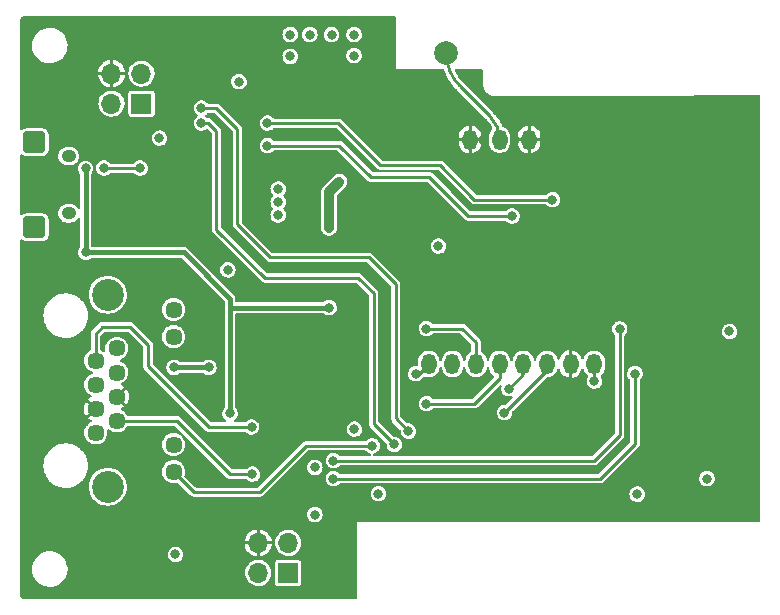
<source format=gbl>
G04 #@! TF.GenerationSoftware,KiCad,Pcbnew,(6.0.8-1)-1*
G04 #@! TF.CreationDate,2023-02-13T12:35:40+01:00*
G04 #@! TF.ProjectId,ithowifi_4l,6974686f-7769-4666-995f-346c2e6b6963,rev?*
G04 #@! TF.SameCoordinates,Original*
G04 #@! TF.FileFunction,Copper,L4,Bot*
G04 #@! TF.FilePolarity,Positive*
%FSLAX46Y46*%
G04 Gerber Fmt 4.6, Leading zero omitted, Abs format (unit mm)*
G04 Created by KiCad (PCBNEW (6.0.8-1)-1) date 2023-02-13 12:35:40*
%MOMM*%
%LPD*%
G01*
G04 APERTURE LIST*
G04 Aperture macros list*
%AMRoundRect*
0 Rectangle with rounded corners*
0 $1 Rounding radius*
0 $2 $3 $4 $5 $6 $7 $8 $9 X,Y pos of 4 corners*
0 Add a 4 corners polygon primitive as box body*
4,1,4,$2,$3,$4,$5,$6,$7,$8,$9,$2,$3,0*
0 Add four circle primitives for the rounded corners*
1,1,$1+$1,$2,$3*
1,1,$1+$1,$4,$5*
1,1,$1+$1,$6,$7*
1,1,$1+$1,$8,$9*
0 Add four rect primitives between the rounded corners*
20,1,$1+$1,$2,$3,$4,$5,0*
20,1,$1+$1,$4,$5,$6,$7,0*
20,1,$1+$1,$6,$7,$8,$9,0*
20,1,$1+$1,$8,$9,$2,$3,0*%
G04 Aperture macros list end*
G04 #@! TA.AperFunction,ComponentPad*
%ADD10R,1.700000X1.700000*%
G04 #@! TD*
G04 #@! TA.AperFunction,ComponentPad*
%ADD11O,1.700000X1.700000*%
G04 #@! TD*
G04 #@! TA.AperFunction,ComponentPad*
%ADD12RoundRect,0.273000X-0.677000X0.637000X-0.677000X-0.637000X0.677000X-0.637000X0.677000X0.637000X0*%
G04 #@! TD*
G04 #@! TA.AperFunction,ComponentPad*
%ADD13O,1.250000X1.050000*%
G04 #@! TD*
G04 #@! TA.AperFunction,ComponentPad*
%ADD14C,1.446000*%
G04 #@! TD*
G04 #@! TA.AperFunction,ComponentPad*
%ADD15C,2.700000*%
G04 #@! TD*
G04 #@! TA.AperFunction,ComponentPad*
%ADD16C,2.000000*%
G04 #@! TD*
G04 #@! TA.AperFunction,SMDPad,CuDef*
%ADD17O,1.300000X1.750000*%
G04 #@! TD*
G04 #@! TA.AperFunction,ViaPad*
%ADD18C,0.800000*%
G04 #@! TD*
G04 #@! TA.AperFunction,Conductor*
%ADD19C,0.406400*%
G04 #@! TD*
G04 #@! TA.AperFunction,Conductor*
%ADD20C,0.812800*%
G04 #@! TD*
G04 #@! TA.AperFunction,Conductor*
%ADD21C,0.254000*%
G04 #@! TD*
G04 #@! TA.AperFunction,Conductor*
%ADD22C,0.293370*%
G04 #@! TD*
G04 APERTURE END LIST*
D10*
X75666600Y-154025600D03*
D11*
X73126600Y-154025600D03*
X75666600Y-151485600D03*
X73126600Y-151485600D03*
D12*
X54178200Y-124768000D03*
D13*
X57078200Y-123593000D03*
D12*
X54178200Y-117568000D03*
D13*
X57078200Y-118743000D03*
D14*
X59372500Y-142176500D03*
X61152500Y-141156500D03*
X59372500Y-140136500D03*
X61152500Y-139116500D03*
X59372500Y-138096500D03*
X61152500Y-137076500D03*
X59372500Y-136056500D03*
X61152500Y-135036500D03*
X65962500Y-145466500D03*
X65962500Y-143176500D03*
X65962500Y-134036500D03*
X65962500Y-131746500D03*
D15*
X60392500Y-130476500D03*
X60392500Y-146736500D03*
D10*
X63246000Y-114300000D03*
D11*
X60706000Y-114300000D03*
X63246000Y-111760000D03*
X60706000Y-111760000D03*
D16*
X89052400Y-110032800D03*
D17*
X101570000Y-136347358D03*
X99570000Y-136347358D03*
X97570000Y-136347358D03*
X95570000Y-136347358D03*
X93570000Y-136347358D03*
X91570000Y-136347358D03*
X89570000Y-136347358D03*
X87570000Y-136347358D03*
X91070000Y-117347358D03*
X93570000Y-117347358D03*
X96070000Y-117347358D03*
D18*
X85039200Y-121531200D03*
X85039200Y-123731200D03*
X85039200Y-122631200D03*
X92202000Y-116078000D03*
X89027000Y-112776000D03*
X93599000Y-114935000D03*
X92710000Y-114046000D03*
X91567000Y-112903000D03*
X86995000Y-111887000D03*
X88265000Y-111887000D03*
X85598000Y-111887000D03*
X91694000Y-111887000D03*
X109270800Y-148844000D03*
X76225400Y-114427000D03*
X96578000Y-114173000D03*
X94488000Y-118745000D03*
X79121000Y-134112000D03*
X100177600Y-142824200D03*
X115062000Y-114173000D03*
X100177600Y-141300200D03*
X100177600Y-139750800D03*
X90043000Y-113919000D03*
X94488000Y-116078000D03*
X111838000Y-114173000D03*
X98679000Y-139750800D03*
X101678000Y-114173000D03*
X103378000Y-114173000D03*
X90551000Y-111887000D03*
X97155000Y-139725400D03*
X98679000Y-141300200D03*
X69088000Y-132969000D03*
X108438000Y-114173000D03*
X98278000Y-114173000D03*
X92202000Y-117348000D03*
X79121000Y-135255000D03*
X84201000Y-111887000D03*
X84201000Y-107442000D03*
X94878000Y-114173000D03*
X106738000Y-114173000D03*
X69088000Y-135255000D03*
X82473800Y-114325400D03*
X97155000Y-141274800D03*
X110138000Y-114173000D03*
X69088000Y-134112000D03*
X92710000Y-118745000D03*
X98679000Y-142824200D03*
X91059000Y-114935000D03*
X113538000Y-114173000D03*
X87630000Y-148590000D03*
X84201000Y-108966000D03*
X105038000Y-114173000D03*
X79121000Y-132969000D03*
X105308400Y-148640800D03*
X99978000Y-114173000D03*
X94869000Y-117348000D03*
X97155000Y-142798800D03*
X84201000Y-110490000D03*
X58510873Y-126883727D03*
X79121000Y-131572000D03*
X70739000Y-140538200D03*
X58510873Y-119790990D03*
X79121000Y-124815600D03*
X80010000Y-120904000D03*
X74828400Y-121531200D03*
X74828400Y-123731200D03*
X74828400Y-122631200D03*
X75844400Y-110299500D03*
X75844400Y-108458000D03*
X77495400Y-108458000D03*
X79336900Y-108458000D03*
X81241900Y-108458000D03*
X81241900Y-110236000D03*
X66120300Y-152467600D03*
X113030000Y-133578600D03*
X64770000Y-117221000D03*
X71501000Y-112445800D03*
X70561200Y-128371600D03*
X83312000Y-147320000D03*
X101600000Y-137795000D03*
X77927200Y-145097506D03*
X105206800Y-147370800D03*
X81280000Y-141859000D03*
X111125000Y-146050000D03*
X88392000Y-126365000D03*
X77927200Y-149098000D03*
X93980000Y-140462000D03*
X87376000Y-139700000D03*
X94361000Y-138430000D03*
X86487000Y-137160000D03*
X87376000Y-133350000D03*
X79502000Y-144526000D03*
X103733600Y-133375400D03*
X105029000Y-137160000D03*
X79502000Y-146050000D03*
X66014600Y-136626600D03*
X68943500Y-136634500D03*
X82778600Y-143281400D03*
X68326000Y-114681000D03*
X85852000Y-142036800D03*
X84658200Y-143154400D03*
X68326000Y-115951000D03*
X60071000Y-119761000D03*
X63119000Y-119761000D03*
X72644000Y-145669000D03*
X72567800Y-141681200D03*
X73914000Y-115951000D03*
X98044000Y-122428000D03*
X94615000Y-123825000D03*
X73914000Y-117856000D03*
D19*
X70739000Y-130810000D02*
X70739000Y-131572000D01*
D20*
X80010000Y-120904000D02*
X79121000Y-121793000D01*
D19*
X58510873Y-126883727D02*
X58510873Y-119790990D01*
X66812727Y-126883727D02*
X70739000Y-130810000D01*
D20*
X79121000Y-121793000D02*
X79121000Y-124815600D01*
D19*
X58510873Y-126883727D02*
X66812727Y-126883727D01*
X70739000Y-131572000D02*
X70739000Y-140538200D01*
X79121000Y-131572000D02*
X70739000Y-131572000D01*
D21*
X101570000Y-137765000D02*
X101600000Y-137795000D01*
X101570000Y-136347358D02*
X101570000Y-137765000D01*
D22*
X97570000Y-136872000D02*
X93980000Y-140462000D01*
X97570000Y-136347358D02*
X97570000Y-136872000D01*
X93570000Y-137570000D02*
X91440000Y-139700000D01*
X93570000Y-136347358D02*
X93570000Y-137570000D01*
X91440000Y-139700000D02*
X87376000Y-139700000D01*
X95570000Y-137221000D02*
X95570000Y-136347358D01*
X94361000Y-138430000D02*
X95570000Y-137221000D01*
D21*
X86757358Y-137160000D02*
X87570000Y-136347358D01*
X86487000Y-137160000D02*
X86757358Y-137160000D01*
D22*
X90424000Y-133350000D02*
X87376000Y-133350000D01*
X91570000Y-136347358D02*
X91570000Y-134496000D01*
X91570000Y-134496000D02*
X90424000Y-133350000D01*
X103733600Y-142392400D02*
X101600000Y-144526000D01*
X101600000Y-144526000D02*
X79502000Y-144526000D01*
X103733600Y-133375400D02*
X103733600Y-142392400D01*
X105029000Y-137160000D02*
X105029000Y-143129000D01*
X102108000Y-146050000D02*
X79502000Y-146050000D01*
X105029000Y-143129000D02*
X102108000Y-146050000D01*
D19*
X68943500Y-136634500D02*
X66022500Y-136634500D01*
X66022500Y-136634500D02*
X66014600Y-136626600D01*
D21*
X65962500Y-145466500D02*
X67689000Y-147193000D01*
X67689000Y-147193000D02*
X73279000Y-147193000D01*
X77190600Y-143281400D02*
X82778600Y-143281400D01*
X73279000Y-147193000D02*
X77190600Y-143281400D01*
X84759800Y-140944600D02*
X85852000Y-142036800D01*
X68326000Y-114681000D02*
X69570600Y-114681000D01*
X71374000Y-124536200D02*
X74168000Y-127330200D01*
X69570600Y-114681000D02*
X71374000Y-116484400D01*
X82473800Y-127330200D02*
X84759800Y-129616200D01*
X74168000Y-127330200D02*
X82473800Y-127330200D01*
X71374000Y-116484400D02*
X71374000Y-124536200D01*
X84759800Y-129616200D02*
X84759800Y-140944600D01*
D22*
X69596000Y-116636800D02*
X68910200Y-115951000D01*
X84658200Y-143154400D02*
X82905600Y-141401800D01*
X81584800Y-129057400D02*
X73685400Y-129057400D01*
X69596000Y-124968000D02*
X69596000Y-116636800D01*
X68910200Y-115951000D02*
X68326000Y-115951000D01*
X82905600Y-141401800D02*
X82905600Y-130378200D01*
X82905600Y-130378200D02*
X81584800Y-129057400D01*
X73685400Y-129057400D02*
X69596000Y-124968000D01*
D21*
X63119000Y-119761000D02*
X60071000Y-119761000D01*
D22*
X92741725Y-115347725D02*
X90201873Y-112807873D01*
X92741702Y-115347748D02*
G75*
G02*
X93570000Y-117347358I-1999602J-1999652D01*
G01*
X89052416Y-110032800D02*
G75*
G03*
X90201873Y-112807873I3924584J0D01*
G01*
X66226500Y-141156500D02*
X61152500Y-141156500D01*
X72644000Y-145669000D02*
X70739000Y-145669000D01*
X70739000Y-145669000D02*
X66226500Y-141156500D01*
X63804800Y-134721600D02*
X63804800Y-136525000D01*
X59944000Y-133197600D02*
X62280800Y-133197600D01*
X59372500Y-136056500D02*
X59372500Y-133769100D01*
X68961000Y-141681200D02*
X72567800Y-141681200D01*
X62280800Y-133197600D02*
X63804800Y-134721600D01*
X59372500Y-133769100D02*
X59944000Y-133197600D01*
X63804800Y-136525000D02*
X68961000Y-141681200D01*
D21*
X73914000Y-115951000D02*
X79883000Y-115951000D01*
X91440000Y-122428000D02*
X98044000Y-122428000D01*
X79883000Y-115951000D02*
X83439000Y-119507000D01*
X83439000Y-119507000D02*
X88519000Y-119507000D01*
X88519000Y-119507000D02*
X91440000Y-122428000D01*
D22*
X80010000Y-117856000D02*
X73914000Y-117856000D01*
X82677000Y-120523000D02*
X80010000Y-117856000D01*
X90932000Y-123825000D02*
X87630000Y-120523000D01*
X87630000Y-120523000D02*
X82677000Y-120523000D01*
X94615000Y-123825000D02*
X90932000Y-123825000D01*
G04 #@! TA.AperFunction,Conductor*
G36*
X84794531Y-106941713D02*
G01*
X84831076Y-106992013D01*
X84836000Y-107023100D01*
X84836000Y-111379000D01*
X88791997Y-111379000D01*
X88851128Y-111398213D01*
X88887941Y-111449349D01*
X88891597Y-111460943D01*
X88908228Y-111513692D01*
X89052777Y-111862669D01*
X89227191Y-112197721D01*
X89430143Y-112516296D01*
X89431470Y-112518025D01*
X89431476Y-112518034D01*
X89615451Y-112757798D01*
X89660088Y-112815971D01*
X89906238Y-113084602D01*
X89907657Y-113086339D01*
X89909726Y-113088409D01*
X89910086Y-113088801D01*
X89914653Y-113095087D01*
X89921056Y-113099739D01*
X89921057Y-113099740D01*
X89934112Y-113109225D01*
X89946115Y-113119477D01*
X92430122Y-115603483D01*
X92440373Y-115615485D01*
X92454512Y-115634945D01*
X92464774Y-115642401D01*
X92480650Y-115656750D01*
X92635601Y-115830136D01*
X92642635Y-115838956D01*
X92793572Y-116051676D01*
X92799574Y-116061228D01*
X92909177Y-116259532D01*
X92925747Y-116289513D01*
X92930641Y-116299675D01*
X92956444Y-116361965D01*
X92957704Y-116365008D01*
X92962583Y-116426990D01*
X92939524Y-116470819D01*
X92834214Y-116587778D01*
X92739147Y-116752438D01*
X92680392Y-116933266D01*
X92665500Y-117074957D01*
X92665500Y-117619759D01*
X92665775Y-117622375D01*
X92679645Y-117754339D01*
X92680392Y-117761450D01*
X92739147Y-117942278D01*
X92834214Y-118106938D01*
X92961438Y-118248235D01*
X92965705Y-118251335D01*
X92965706Y-118251336D01*
X92977707Y-118260055D01*
X93115259Y-118359993D01*
X93288955Y-118437327D01*
X93294105Y-118438422D01*
X93294106Y-118438422D01*
X93469779Y-118475763D01*
X93469784Y-118475764D01*
X93474933Y-118476858D01*
X93665067Y-118476858D01*
X93670216Y-118475764D01*
X93670221Y-118475763D01*
X93845894Y-118438422D01*
X93845895Y-118438422D01*
X93851045Y-118437327D01*
X94024741Y-118359993D01*
X94162293Y-118260055D01*
X94174294Y-118251336D01*
X94174295Y-118251335D01*
X94178562Y-118248235D01*
X94305786Y-118106938D01*
X94400853Y-117942278D01*
X94459608Y-117761450D01*
X94460356Y-117754339D01*
X94474225Y-117622375D01*
X94474500Y-117619759D01*
X94474500Y-117618290D01*
X95115200Y-117618290D01*
X95115457Y-117623365D01*
X95129363Y-117760266D01*
X95131402Y-117770199D01*
X95186363Y-117945579D01*
X95190351Y-117954885D01*
X95279454Y-118115632D01*
X95285239Y-118123955D01*
X95404840Y-118263494D01*
X95412181Y-118270485D01*
X95557395Y-118383125D01*
X95565999Y-118388501D01*
X95730895Y-118469640D01*
X95740396Y-118473174D01*
X95918248Y-118519500D01*
X95927372Y-118520913D01*
X95940181Y-118517481D01*
X95942659Y-118514420D01*
X95943000Y-118512581D01*
X95943000Y-118502887D01*
X96197000Y-118502887D01*
X96201188Y-118515777D01*
X96202243Y-118516543D01*
X96208598Y-118517066D01*
X96303635Y-118502693D01*
X96313459Y-118500170D01*
X96485931Y-118436712D01*
X96495046Y-118432267D01*
X96651241Y-118335422D01*
X96659274Y-118329235D01*
X96792798Y-118202967D01*
X96799431Y-118195283D01*
X96904845Y-118044738D01*
X96909786Y-118035895D01*
X96982776Y-117867227D01*
X96985842Y-117857561D01*
X97023677Y-117676458D01*
X97024669Y-117668817D01*
X97024732Y-117667624D01*
X97024800Y-117665020D01*
X97024800Y-117490291D01*
X97020612Y-117477401D01*
X97016423Y-117474358D01*
X96212933Y-117474358D01*
X96200043Y-117478546D01*
X96197000Y-117482735D01*
X96197000Y-118502887D01*
X95943000Y-118502887D01*
X95943000Y-117490291D01*
X95938812Y-117477401D01*
X95934623Y-117474358D01*
X95131133Y-117474358D01*
X95118243Y-117478546D01*
X95115200Y-117482735D01*
X95115200Y-117618290D01*
X94474500Y-117618290D01*
X94474500Y-117204425D01*
X95115200Y-117204425D01*
X95119388Y-117217315D01*
X95123577Y-117220358D01*
X95927067Y-117220358D01*
X95939957Y-117216170D01*
X95943000Y-117211981D01*
X95943000Y-117204425D01*
X96197000Y-117204425D01*
X96201188Y-117217315D01*
X96205377Y-117220358D01*
X97008867Y-117220358D01*
X97021757Y-117216170D01*
X97024800Y-117211981D01*
X97024800Y-117076426D01*
X97024543Y-117071351D01*
X97010637Y-116934450D01*
X97008598Y-116924517D01*
X96953637Y-116749137D01*
X96949649Y-116739831D01*
X96860546Y-116579084D01*
X96854761Y-116570761D01*
X96735160Y-116431222D01*
X96727819Y-116424231D01*
X96582605Y-116311591D01*
X96574001Y-116306215D01*
X96409105Y-116225076D01*
X96399604Y-116221542D01*
X96221752Y-116175216D01*
X96212628Y-116173803D01*
X96199819Y-116177235D01*
X96197341Y-116180296D01*
X96197000Y-116182135D01*
X96197000Y-117204425D01*
X95943000Y-117204425D01*
X95943000Y-116191829D01*
X95938812Y-116178939D01*
X95937757Y-116178173D01*
X95931402Y-116177650D01*
X95836365Y-116192023D01*
X95826541Y-116194546D01*
X95654069Y-116258004D01*
X95644954Y-116262449D01*
X95488759Y-116359294D01*
X95480726Y-116365481D01*
X95347202Y-116491749D01*
X95340569Y-116499433D01*
X95235155Y-116649978D01*
X95230214Y-116658821D01*
X95157224Y-116827489D01*
X95154158Y-116837155D01*
X95116323Y-117018258D01*
X95115331Y-117025899D01*
X95115268Y-117027092D01*
X95115200Y-117029696D01*
X95115200Y-117204425D01*
X94474500Y-117204425D01*
X94474500Y-117074957D01*
X94459608Y-116933266D01*
X94400853Y-116752438D01*
X94305786Y-116587778D01*
X94292195Y-116572683D01*
X94229110Y-116502620D01*
X94178562Y-116446481D01*
X94153507Y-116428277D01*
X94119404Y-116403500D01*
X94024741Y-116334723D01*
X93851045Y-116257389D01*
X93845892Y-116256294D01*
X93845887Y-116256292D01*
X93830830Y-116253091D01*
X93776987Y-116222002D01*
X93757030Y-116188583D01*
X93752970Y-116177235D01*
X93728966Y-116110152D01*
X93593313Y-115823346D01*
X93575157Y-115793056D01*
X93431471Y-115553338D01*
X93431468Y-115553334D01*
X93430200Y-115551218D01*
X93403890Y-115515743D01*
X93272302Y-115338323D01*
X93241200Y-115296388D01*
X93178101Y-115226770D01*
X93038788Y-115073066D01*
X93034634Y-115067953D01*
X93033593Y-115066912D01*
X93028938Y-115060505D01*
X93022531Y-115055850D01*
X93009482Y-115046369D01*
X92997480Y-115036118D01*
X90513480Y-112552118D01*
X90503228Y-112540114D01*
X90493749Y-112527067D01*
X90493747Y-112527065D01*
X90489093Y-112520659D01*
X90480549Y-112514451D01*
X90477769Y-112512431D01*
X90462364Y-112498605D01*
X90256679Y-112271662D01*
X90250416Y-112264031D01*
X90071888Y-112023310D01*
X90050328Y-111994240D01*
X90044846Y-111986035D01*
X90010619Y-111928929D01*
X89872171Y-111697941D01*
X89867518Y-111689236D01*
X89788712Y-111522611D01*
X89780799Y-111460943D01*
X89810645Y-111406401D01*
X89866850Y-111379818D01*
X89879654Y-111379000D01*
X92050487Y-111379000D01*
X92109618Y-111398213D01*
X92146163Y-111448513D01*
X92151086Y-111479631D01*
X92150746Y-112420433D01*
X92150714Y-112508011D01*
X92148272Y-112530003D01*
X92145791Y-112541059D01*
X92147486Y-112550822D01*
X92147431Y-112553089D01*
X92147848Y-112556699D01*
X92150495Y-112602047D01*
X92156960Y-112712830D01*
X92157738Y-112726169D01*
X92158661Y-112730227D01*
X92158662Y-112730231D01*
X92181921Y-112832443D01*
X92198874Y-112906945D01*
X92200454Y-112910796D01*
X92200455Y-112910801D01*
X92208081Y-112929395D01*
X92269223Y-113078477D01*
X92366863Y-113236080D01*
X92489128Y-113375448D01*
X92492352Y-113378083D01*
X92492355Y-113378086D01*
X92549673Y-113424934D01*
X92632676Y-113492776D01*
X92793589Y-113584859D01*
X92967471Y-113649181D01*
X93090338Y-113672665D01*
X93145480Y-113683205D01*
X93145482Y-113683205D01*
X93149572Y-113683987D01*
X93299345Y-113687491D01*
X93319207Y-113687956D01*
X93322934Y-113688255D01*
X93325171Y-113688122D01*
X93334986Y-113689476D01*
X93344571Y-113686970D01*
X93353760Y-113686425D01*
X93365238Y-113684950D01*
X99893290Y-113685292D01*
X109638246Y-113685802D01*
X109657853Y-113687734D01*
X109673223Y-113690791D01*
X109682941Y-113688858D01*
X109683757Y-113688858D01*
X109690418Y-113687873D01*
X109817372Y-113675470D01*
X109817374Y-113675470D01*
X109822252Y-113674993D01*
X109826943Y-113673582D01*
X109826945Y-113673582D01*
X109960961Y-113633284D01*
X109960964Y-113633283D01*
X109965649Y-113631874D01*
X109998693Y-113614384D01*
X110093658Y-113564120D01*
X110093662Y-113564117D01*
X110097993Y-113561825D01*
X110101799Y-113558738D01*
X110105890Y-113556033D01*
X110107084Y-113557839D01*
X110163036Y-113538000D01*
X115476900Y-113538000D01*
X115536031Y-113557213D01*
X115572576Y-113607513D01*
X115577500Y-113638600D01*
X115577500Y-149667400D01*
X115558287Y-149726531D01*
X115507987Y-149763076D01*
X115476900Y-149768000D01*
X106849836Y-149768000D01*
X106793947Y-149751047D01*
X106759854Y-149728266D01*
X106685620Y-149713500D01*
X106660553Y-149708514D01*
X106650835Y-149710447D01*
X106650834Y-149710447D01*
X106645203Y-149711567D01*
X106625578Y-149713500D01*
X89395528Y-149713500D01*
X89375903Y-149711567D01*
X89370272Y-149710447D01*
X89370271Y-149710447D01*
X89360553Y-149708514D01*
X89335486Y-149713500D01*
X89261252Y-149728266D01*
X89227159Y-149751047D01*
X89171270Y-149768000D01*
X81532000Y-149768000D01*
X81532000Y-156112900D01*
X81512787Y-156172031D01*
X81462487Y-156208576D01*
X81431400Y-156213500D01*
X53266975Y-156213500D01*
X53247350Y-156211567D01*
X53241719Y-156210447D01*
X53241718Y-156210447D01*
X53232000Y-156208514D01*
X53222283Y-156210447D01*
X53220639Y-156210447D01*
X53204911Y-156209210D01*
X53171867Y-156203976D01*
X53141944Y-156194253D01*
X53101894Y-156173847D01*
X53076433Y-156155348D01*
X53044652Y-156123567D01*
X53026152Y-156098104D01*
X53005747Y-156058056D01*
X52996024Y-156028133D01*
X52990790Y-155995089D01*
X52989553Y-155979361D01*
X52989553Y-155977717D01*
X52991486Y-155968000D01*
X52988433Y-155952650D01*
X52986500Y-155933025D01*
X52986500Y-153756677D01*
X53973524Y-153756677D01*
X53973989Y-153760695D01*
X53973989Y-153760698D01*
X53989776Y-153897135D01*
X54001351Y-153997176D01*
X54067271Y-154230133D01*
X54169589Y-154449553D01*
X54190815Y-154480786D01*
X54207172Y-154504854D01*
X54206824Y-154505091D01*
X54207925Y-154506303D01*
X54207935Y-154506321D01*
X54210393Y-154509595D01*
X54210445Y-154509672D01*
X54210935Y-154510450D01*
X54211734Y-154511568D01*
X54303393Y-154646442D01*
X54303397Y-154646447D01*
X54305671Y-154649793D01*
X54308454Y-154652735D01*
X54308454Y-154652736D01*
X54354137Y-154701044D01*
X54353758Y-154701403D01*
X54355303Y-154702597D01*
X54356083Y-154703636D01*
X54359066Y-154706487D01*
X54359495Y-154706897D01*
X54363067Y-154710488D01*
X54472018Y-154825699D01*
X54475224Y-154828150D01*
X54528410Y-154868814D01*
X54530608Y-154870544D01*
X54531489Y-154871257D01*
X54534468Y-154874104D01*
X54540221Y-154878028D01*
X54544611Y-154881200D01*
X54664348Y-154972747D01*
X54667904Y-154974654D01*
X54667906Y-154974655D01*
X54728442Y-155007114D01*
X54731274Y-155008832D01*
X54731301Y-155008784D01*
X54734889Y-155010822D01*
X54738300Y-155013149D01*
X54742044Y-155014887D01*
X54746092Y-155016766D01*
X54751269Y-155019354D01*
X54790548Y-155040415D01*
X54877715Y-155087153D01*
X54881542Y-155088471D01*
X54881545Y-155088472D01*
X54950318Y-155112152D01*
X54955599Y-155114280D01*
X54958352Y-155115293D01*
X54962104Y-155117035D01*
X54966084Y-155118139D01*
X54966090Y-155118141D01*
X54971452Y-155119628D01*
X54977316Y-155121449D01*
X55101451Y-155164192D01*
X55106629Y-155165975D01*
X55110606Y-155166662D01*
X55110610Y-155166663D01*
X55156302Y-155174555D01*
X55186397Y-155179753D01*
X55195472Y-155181790D01*
X55195888Y-155181869D01*
X55199871Y-155182974D01*
X55209944Y-155184051D01*
X55210209Y-155184079D01*
X55216635Y-155184977D01*
X55342079Y-155206644D01*
X55345200Y-155207183D01*
X55348359Y-155207326D01*
X55348364Y-155207327D01*
X55360707Y-155207887D01*
X55374203Y-155208500D01*
X55542841Y-155208500D01*
X55723324Y-155193979D01*
X55958439Y-155136229D01*
X56181297Y-155041631D01*
X56274184Y-154983137D01*
X56382743Y-154914774D01*
X56382746Y-154914772D01*
X56386163Y-154912620D01*
X56567768Y-154752514D01*
X56576225Y-154742219D01*
X56718871Y-154568558D01*
X56721439Y-154565432D01*
X56755843Y-154506321D01*
X56791018Y-154445884D01*
X56843222Y-154356188D01*
X56929984Y-154130165D01*
X56957894Y-153996564D01*
X72017748Y-153996564D01*
X72031024Y-154199122D01*
X72032157Y-154203583D01*
X72071802Y-154359682D01*
X72080992Y-154395869D01*
X72165977Y-154580216D01*
X72283133Y-154745989D01*
X72428538Y-154887635D01*
X72432374Y-154890198D01*
X72432375Y-154890199D01*
X72469154Y-154914774D01*
X72597320Y-155000412D01*
X72601556Y-155002232D01*
X72601558Y-155002233D01*
X72779589Y-155078721D01*
X72783828Y-155080542D01*
X72818874Y-155088472D01*
X72977316Y-155124324D01*
X72977319Y-155124324D01*
X72981816Y-155125342D01*
X73078348Y-155129135D01*
X73180044Y-155133131D01*
X73180045Y-155133131D01*
X73184653Y-155133312D01*
X73189210Y-155132651D01*
X73189215Y-155132651D01*
X73296913Y-155117035D01*
X73385545Y-155104184D01*
X73577765Y-155038934D01*
X73754876Y-154939747D01*
X73787493Y-154912620D01*
X73907398Y-154812895D01*
X73910945Y-154809945D01*
X73961305Y-154749394D01*
X74037799Y-154657421D01*
X74037801Y-154657418D01*
X74040747Y-154653876D01*
X74139934Y-154476765D01*
X74205184Y-154284545D01*
X74234312Y-154083653D01*
X74235832Y-154025600D01*
X74217258Y-153823459D01*
X74162157Y-153628087D01*
X74072376Y-153446028D01*
X73950920Y-153283379D01*
X73812560Y-153155480D01*
X74562100Y-153155480D01*
X74562101Y-154026397D01*
X74562101Y-154900666D01*
X74576866Y-154974901D01*
X74582369Y-154983136D01*
X74582369Y-154983137D01*
X74621454Y-155041631D01*
X74633116Y-155059084D01*
X74717299Y-155115334D01*
X74762495Y-155124324D01*
X74786681Y-155129135D01*
X74786682Y-155129135D01*
X74791533Y-155130100D01*
X74796480Y-155130100D01*
X75667396Y-155130099D01*
X76541666Y-155130099D01*
X76577148Y-155123042D01*
X76606184Y-155117267D01*
X76606186Y-155117266D01*
X76615901Y-155115334D01*
X76656103Y-155088472D01*
X76691847Y-155064588D01*
X76700084Y-155059084D01*
X76756334Y-154974901D01*
X76771100Y-154900667D01*
X76771100Y-154025600D01*
X76771099Y-153155472D01*
X76771099Y-153150534D01*
X76764042Y-153115052D01*
X76758267Y-153086016D01*
X76758266Y-153086014D01*
X76756334Y-153076299D01*
X76750830Y-153068061D01*
X76705588Y-153000353D01*
X76700084Y-152992116D01*
X76615901Y-152935866D01*
X76567361Y-152926211D01*
X76546519Y-152922065D01*
X76546518Y-152922065D01*
X76541667Y-152921100D01*
X76536720Y-152921100D01*
X75665804Y-152921101D01*
X74791534Y-152921101D01*
X74756052Y-152928158D01*
X74727016Y-152933933D01*
X74727014Y-152933934D01*
X74717299Y-152935866D01*
X74709064Y-152941369D01*
X74709063Y-152941369D01*
X74675559Y-152963756D01*
X74633116Y-152992116D01*
X74627612Y-153000353D01*
X74624494Y-153005019D01*
X74576866Y-153076299D01*
X74568319Y-153119268D01*
X74563574Y-153143125D01*
X74562100Y-153150533D01*
X74562100Y-153155480D01*
X73812560Y-153155480D01*
X73801858Y-153145587D01*
X73797962Y-153143129D01*
X73797957Y-153143125D01*
X73707447Y-153086018D01*
X73630181Y-153037267D01*
X73578758Y-153016751D01*
X73445925Y-152963756D01*
X73441639Y-152962046D01*
X73242546Y-152922444D01*
X73139951Y-152921101D01*
X73044185Y-152919847D01*
X73044181Y-152919847D01*
X73039571Y-152919787D01*
X72839510Y-152954164D01*
X72835188Y-152955758D01*
X72835186Y-152955759D01*
X72653391Y-153022827D01*
X72653388Y-153022828D01*
X72649063Y-153024424D01*
X72474610Y-153128212D01*
X72471144Y-153131251D01*
X72471142Y-153131253D01*
X72325459Y-153259014D01*
X72325456Y-153259017D01*
X72321992Y-153262055D01*
X72319139Y-153265674D01*
X72319138Y-153265675D01*
X72309552Y-153277835D01*
X72196320Y-153421469D01*
X72101803Y-153601115D01*
X72041607Y-153794978D01*
X72017748Y-153996564D01*
X56957894Y-153996564D01*
X56979493Y-153893177D01*
X56982861Y-153819025D01*
X56990292Y-153655368D01*
X56990476Y-153651323D01*
X56988301Y-153632526D01*
X56963114Y-153414840D01*
X56963113Y-153414836D01*
X56962649Y-153410824D01*
X56896729Y-153177867D01*
X56816128Y-153005019D01*
X56796122Y-152962116D01*
X56796121Y-152962115D01*
X56794411Y-152958447D01*
X56756828Y-152903146D01*
X56757176Y-152902909D01*
X56756075Y-152901697D01*
X56756065Y-152901679D01*
X56753607Y-152898405D01*
X56753555Y-152898328D01*
X56753065Y-152897550D01*
X56752266Y-152896432D01*
X56660607Y-152761558D01*
X56660603Y-152761553D01*
X56658329Y-152758207D01*
X56609863Y-152706956D01*
X56610242Y-152706597D01*
X56608697Y-152705403D01*
X56607917Y-152704364D01*
X56604504Y-152701102D01*
X56600927Y-152697506D01*
X56491982Y-152582301D01*
X56435581Y-152539179D01*
X56433392Y-152537456D01*
X56432511Y-152536743D01*
X56429532Y-152533896D01*
X56423779Y-152529972D01*
X56419384Y-152526796D01*
X56332930Y-152460696D01*
X65461029Y-152460696D01*
X65461694Y-152466720D01*
X65461694Y-152466724D01*
X65465414Y-152500415D01*
X65478413Y-152618153D01*
X65483509Y-152632078D01*
X65529665Y-152758207D01*
X65532853Y-152766919D01*
X65536239Y-152771958D01*
X65548462Y-152790147D01*
X65621208Y-152898405D01*
X65738376Y-153005019D01*
X65743703Y-153007911D01*
X65743704Y-153007912D01*
X65765004Y-153019477D01*
X65877593Y-153080608D01*
X65883463Y-153082148D01*
X66024955Y-153119268D01*
X66024956Y-153119268D01*
X66030822Y-153120807D01*
X66103016Y-153121941D01*
X66183152Y-153123200D01*
X66183154Y-153123200D01*
X66189216Y-153123295D01*
X66195127Y-153121941D01*
X66195129Y-153121941D01*
X66337722Y-153089283D01*
X66337725Y-153089282D01*
X66343632Y-153087929D01*
X66485155Y-153016751D01*
X66559348Y-152953384D01*
X66601005Y-152917806D01*
X66601007Y-152917804D01*
X66605614Y-152913869D01*
X66656849Y-152842568D01*
X66694518Y-152790147D01*
X66694520Y-152790144D01*
X66698055Y-152785224D01*
X66757142Y-152638241D01*
X66779462Y-152481407D01*
X66779607Y-152467600D01*
X66778428Y-152457852D01*
X66761305Y-152316355D01*
X66761304Y-152316353D01*
X66760576Y-152310333D01*
X66755103Y-152295848D01*
X66706725Y-152167822D01*
X66706724Y-152167821D01*
X66704580Y-152162146D01*
X66614853Y-152031592D01*
X66496575Y-151926211D01*
X66356574Y-151852084D01*
X66202933Y-151813492D01*
X66196876Y-151813460D01*
X66196874Y-151813460D01*
X66119750Y-151813056D01*
X66044521Y-151812662D01*
X66038624Y-151814078D01*
X66038622Y-151814078D01*
X65896382Y-151848227D01*
X65890484Y-151849643D01*
X65885098Y-151852423D01*
X65885095Y-151852424D01*
X65755102Y-151919519D01*
X65749714Y-151922300D01*
X65630339Y-152026438D01*
X65626853Y-152031398D01*
X65623203Y-152036592D01*
X65539250Y-152156044D01*
X65511431Y-152227395D01*
X65486647Y-152290965D01*
X65481706Y-152303637D01*
X65461029Y-152460696D01*
X56332930Y-152460696D01*
X56299652Y-152435253D01*
X56235558Y-152400886D01*
X56232726Y-152399168D01*
X56232699Y-152399216D01*
X56229111Y-152397178D01*
X56225700Y-152394851D01*
X56217905Y-152391233D01*
X56212731Y-152388646D01*
X56089853Y-152322760D01*
X56089852Y-152322759D01*
X56086285Y-152320847D01*
X56082458Y-152319529D01*
X56082455Y-152319528D01*
X56013682Y-152295848D01*
X56008401Y-152293720D01*
X56005648Y-152292707D01*
X56001896Y-152290965D01*
X55997916Y-152289861D01*
X55997910Y-152289859D01*
X55992548Y-152288372D01*
X55986684Y-152286551D01*
X55861190Y-152243340D01*
X55857371Y-152242025D01*
X55853394Y-152241338D01*
X55853390Y-152241337D01*
X55807698Y-152233445D01*
X55777603Y-152228247D01*
X55768528Y-152226210D01*
X55768112Y-152226131D01*
X55764129Y-152225026D01*
X55753792Y-152223921D01*
X55747365Y-152223023D01*
X55621921Y-152201356D01*
X55621920Y-152201356D01*
X55618800Y-152200817D01*
X55615641Y-152200674D01*
X55615636Y-152200673D01*
X55603293Y-152200113D01*
X55589797Y-152199500D01*
X55421159Y-152199500D01*
X55240676Y-152214021D01*
X55005561Y-152271771D01*
X54782703Y-152366369D01*
X54747328Y-152388646D01*
X54594843Y-152484671D01*
X54577837Y-152495380D01*
X54396232Y-152655486D01*
X54242561Y-152842568D01*
X54240528Y-152846062D01*
X54240526Y-152846064D01*
X54207687Y-152902488D01*
X54120778Y-153051812D01*
X54034016Y-153277835D01*
X53984507Y-153514823D01*
X53984324Y-153518858D01*
X53984323Y-153518864D01*
X53980588Y-153601115D01*
X53973524Y-153756677D01*
X52986500Y-153756677D01*
X52986500Y-151622155D01*
X71978190Y-151622155D01*
X71980830Y-151662431D01*
X71982264Y-151671485D01*
X72032240Y-151868268D01*
X72035303Y-151876915D01*
X72120302Y-152061291D01*
X72124889Y-152069235D01*
X72242056Y-152235024D01*
X72248028Y-152242016D01*
X72393446Y-152383677D01*
X72400582Y-152389455D01*
X72569382Y-152502244D01*
X72577457Y-152506627D01*
X72763979Y-152586764D01*
X72772718Y-152589603D01*
X72970723Y-152634407D01*
X72979833Y-152635606D01*
X72983679Y-152635757D01*
X72996724Y-152632078D01*
X72999379Y-152628710D01*
X72999600Y-152627473D01*
X72999600Y-152618211D01*
X73253600Y-152618211D01*
X73257788Y-152631101D01*
X73258978Y-152631965D01*
X73265053Y-152632483D01*
X73392776Y-152613964D01*
X73401703Y-152611821D01*
X73593949Y-152546563D01*
X73602333Y-152542830D01*
X73779465Y-152443631D01*
X73787033Y-152438430D01*
X73943118Y-152308615D01*
X73949615Y-152302118D01*
X74079430Y-152146033D01*
X74084631Y-152138465D01*
X74183830Y-151961333D01*
X74187563Y-151952949D01*
X74252821Y-151760703D01*
X74254964Y-151751776D01*
X74272858Y-151628368D01*
X74270563Y-151615011D01*
X74269509Y-151613985D01*
X74263569Y-151612600D01*
X73269533Y-151612600D01*
X73256643Y-151616788D01*
X73253600Y-151620977D01*
X73253600Y-152618211D01*
X72999600Y-152618211D01*
X72999600Y-151628533D01*
X72995412Y-151615643D01*
X72991223Y-151612600D01*
X71993497Y-151612600D01*
X71980607Y-151616788D01*
X71978498Y-151619691D01*
X71978190Y-151622155D01*
X52986500Y-151622155D01*
X52986500Y-151456564D01*
X74557748Y-151456564D01*
X74571024Y-151659122D01*
X74572157Y-151663583D01*
X74610605Y-151814969D01*
X74620992Y-151855869D01*
X74705977Y-152040216D01*
X74823133Y-152205989D01*
X74968538Y-152347635D01*
X74972374Y-152350198D01*
X74972375Y-152350199D01*
X74996575Y-152366369D01*
X75137320Y-152460412D01*
X75141556Y-152462232D01*
X75141558Y-152462233D01*
X75316021Y-152537188D01*
X75323828Y-152540542D01*
X75421761Y-152562702D01*
X75517316Y-152584324D01*
X75517319Y-152584324D01*
X75521816Y-152585342D01*
X75623235Y-152589327D01*
X75720044Y-152593131D01*
X75720045Y-152593131D01*
X75724653Y-152593312D01*
X75729210Y-152592651D01*
X75729215Y-152592651D01*
X75825099Y-152578748D01*
X75925545Y-152564184D01*
X76117765Y-152498934D01*
X76294876Y-152399747D01*
X76302853Y-152393113D01*
X76447398Y-152272895D01*
X76450945Y-152269945D01*
X76497726Y-152213697D01*
X76577799Y-152117421D01*
X76577801Y-152117418D01*
X76580747Y-152113876D01*
X76679934Y-151936765D01*
X76745184Y-151744545D01*
X76774312Y-151543653D01*
X76775832Y-151485600D01*
X76772743Y-151451982D01*
X76757680Y-151288047D01*
X76757679Y-151288042D01*
X76757258Y-151283459D01*
X76702157Y-151088087D01*
X76612376Y-150906028D01*
X76490920Y-150743379D01*
X76341858Y-150605587D01*
X76337962Y-150603129D01*
X76337957Y-150603125D01*
X76245811Y-150544986D01*
X76170181Y-150497267D01*
X75981639Y-150422046D01*
X75782546Y-150382444D01*
X75681059Y-150381116D01*
X75584185Y-150379847D01*
X75584181Y-150379847D01*
X75579571Y-150379787D01*
X75379510Y-150414164D01*
X75375188Y-150415758D01*
X75375186Y-150415759D01*
X75193391Y-150482827D01*
X75193388Y-150482828D01*
X75189063Y-150484424D01*
X75014610Y-150588212D01*
X75011144Y-150591251D01*
X75011142Y-150591253D01*
X74865459Y-150719014D01*
X74865456Y-150719017D01*
X74861992Y-150722055D01*
X74736320Y-150881469D01*
X74641803Y-151061115D01*
X74634712Y-151083953D01*
X74583448Y-151249050D01*
X74581607Y-151254978D01*
X74557748Y-151456564D01*
X52986500Y-151456564D01*
X52986500Y-151342777D01*
X71980561Y-151342777D01*
X71983205Y-151356070D01*
X71984804Y-151357548D01*
X71989597Y-151358600D01*
X72983667Y-151358600D01*
X72996557Y-151354412D01*
X72999600Y-151350223D01*
X72999600Y-151342667D01*
X73253600Y-151342667D01*
X73257788Y-151355557D01*
X73261977Y-151358600D01*
X74258744Y-151358600D01*
X74271634Y-151354412D01*
X74273329Y-151352079D01*
X74273740Y-151348401D01*
X74267349Y-151278841D01*
X74265676Y-151269819D01*
X74210568Y-151074421D01*
X74207277Y-151065847D01*
X74117486Y-150883768D01*
X74112691Y-150875943D01*
X73991218Y-150713272D01*
X73985073Y-150706447D01*
X73835997Y-150568643D01*
X73828708Y-150563049D01*
X73657015Y-150454720D01*
X73648828Y-150450548D01*
X73460268Y-150375320D01*
X73451467Y-150372713D01*
X73269228Y-150336463D01*
X73255768Y-150338056D01*
X73255734Y-150338087D01*
X73253600Y-150346265D01*
X73253600Y-151342667D01*
X72999600Y-151342667D01*
X72999600Y-150351548D01*
X72995412Y-150338658D01*
X72994797Y-150338211D01*
X72987537Y-150337688D01*
X72830980Y-150364589D01*
X72822108Y-150366966D01*
X72631647Y-150437231D01*
X72623348Y-150441190D01*
X72448882Y-150544986D01*
X72441450Y-150550386D01*
X72288816Y-150684242D01*
X72282495Y-150690903D01*
X72156808Y-150850337D01*
X72151808Y-150858036D01*
X72057279Y-151037705D01*
X72053766Y-151046187D01*
X71993563Y-151240073D01*
X71991655Y-151249050D01*
X71980561Y-151342777D01*
X52986500Y-151342777D01*
X52986500Y-149091096D01*
X77267929Y-149091096D01*
X77268594Y-149097120D01*
X77268594Y-149097124D01*
X77270576Y-149115071D01*
X77285313Y-149248553D01*
X77339753Y-149397319D01*
X77343139Y-149402358D01*
X77355362Y-149420547D01*
X77428108Y-149528805D01*
X77545276Y-149635419D01*
X77550603Y-149638311D01*
X77550604Y-149638312D01*
X77571904Y-149649877D01*
X77684493Y-149711008D01*
X77690363Y-149712548D01*
X77831855Y-149749668D01*
X77831856Y-149749668D01*
X77837722Y-149751207D01*
X77909916Y-149752341D01*
X77990052Y-149753600D01*
X77990054Y-149753600D01*
X77996116Y-149753695D01*
X78002027Y-149752341D01*
X78002029Y-149752341D01*
X78144622Y-149719683D01*
X78144625Y-149719682D01*
X78150532Y-149718329D01*
X78292055Y-149647151D01*
X78359006Y-149589970D01*
X78407905Y-149548206D01*
X78407907Y-149548204D01*
X78412514Y-149544269D01*
X78443754Y-149500794D01*
X78501418Y-149420547D01*
X78501420Y-149420544D01*
X78504955Y-149415624D01*
X78564042Y-149268641D01*
X78586362Y-149111807D01*
X78586507Y-149098000D01*
X78567476Y-148940733D01*
X78511480Y-148792546D01*
X78421753Y-148661992D01*
X78303475Y-148556611D01*
X78163474Y-148482484D01*
X78009833Y-148443892D01*
X78003776Y-148443860D01*
X78003774Y-148443860D01*
X77926650Y-148443456D01*
X77851421Y-148443062D01*
X77845524Y-148444478D01*
X77845522Y-148444478D01*
X77703282Y-148478627D01*
X77697384Y-148480043D01*
X77691998Y-148482823D01*
X77691995Y-148482824D01*
X77562002Y-148549919D01*
X77556614Y-148552700D01*
X77437239Y-148656838D01*
X77346150Y-148786444D01*
X77288606Y-148934037D01*
X77267929Y-149091096D01*
X52986500Y-149091096D01*
X52986500Y-144999255D01*
X54948458Y-144999255D01*
X54948804Y-145002881D01*
X54948804Y-145002884D01*
X54971236Y-145237992D01*
X54974364Y-145270780D01*
X54975228Y-145274310D01*
X54975229Y-145274317D01*
X55031937Y-145506061D01*
X55039195Y-145535722D01*
X55141592Y-145788530D01*
X55143430Y-145791670D01*
X55143432Y-145791673D01*
X55171519Y-145839641D01*
X55279412Y-146023908D01*
X55294757Y-146043096D01*
X55441243Y-146226267D01*
X55449766Y-146236925D01*
X55452428Y-146239411D01*
X55452431Y-146239415D01*
X55541060Y-146322207D01*
X55649087Y-146423120D01*
X55652077Y-146425195D01*
X55652078Y-146425195D01*
X55870202Y-146576514D01*
X55870206Y-146576516D01*
X55873198Y-146578592D01*
X55876460Y-146580215D01*
X55876462Y-146580216D01*
X56114142Y-146698460D01*
X56114146Y-146698461D01*
X56117405Y-146700083D01*
X56120863Y-146701217D01*
X56120869Y-146701219D01*
X56294457Y-146758123D01*
X56376592Y-146785048D01*
X56418284Y-146792287D01*
X56642309Y-146831185D01*
X56642315Y-146831186D01*
X56645329Y-146831709D01*
X56680220Y-146833446D01*
X56730290Y-146835939D01*
X56730303Y-146835939D01*
X56731522Y-146836000D01*
X56901782Y-146836000D01*
X56903596Y-146835868D01*
X56903606Y-146835868D01*
X57100906Y-146821552D01*
X57100907Y-146821552D01*
X57104543Y-146821288D01*
X57108101Y-146820502D01*
X57108104Y-146820502D01*
X57367323Y-146763272D01*
X57367325Y-146763271D01*
X57370887Y-146762485D01*
X57439473Y-146736500D01*
X58783039Y-146736500D01*
X58802854Y-146988275D01*
X58803776Y-146992117D01*
X58803777Y-146992121D01*
X58858380Y-147219555D01*
X58861812Y-147233851D01*
X58863323Y-147237499D01*
X58863324Y-147237502D01*
X58918175Y-147369924D01*
X58958460Y-147467180D01*
X59090419Y-147682517D01*
X59254439Y-147874561D01*
X59446483Y-148038581D01*
X59661820Y-148170540D01*
X59665469Y-148172051D01*
X59665468Y-148172051D01*
X59891498Y-148265676D01*
X59891501Y-148265677D01*
X59895149Y-148267188D01*
X59898988Y-148268110D01*
X59898992Y-148268111D01*
X60136879Y-148325223D01*
X60136883Y-148325224D01*
X60140725Y-148326146D01*
X60392500Y-148345961D01*
X60644275Y-148326146D01*
X60648117Y-148325224D01*
X60648121Y-148325223D01*
X60886008Y-148268111D01*
X60886012Y-148268110D01*
X60889851Y-148267188D01*
X60893499Y-148265677D01*
X60893502Y-148265676D01*
X61119532Y-148172051D01*
X61119531Y-148172051D01*
X61123180Y-148170540D01*
X61338517Y-148038581D01*
X61530561Y-147874561D01*
X61694581Y-147682517D01*
X61826540Y-147467180D01*
X61866825Y-147369924D01*
X61921676Y-147237502D01*
X61921677Y-147237499D01*
X61923188Y-147233851D01*
X61926621Y-147219555D01*
X61981223Y-146992121D01*
X61981224Y-146992117D01*
X61982146Y-146988275D01*
X62001961Y-146736500D01*
X61982146Y-146484725D01*
X61974094Y-146451185D01*
X61924111Y-146242992D01*
X61924110Y-146242988D01*
X61923188Y-146239149D01*
X61915620Y-146220877D01*
X61835212Y-146026755D01*
X61826540Y-146005820D01*
X61694581Y-145790483D01*
X61530561Y-145598439D01*
X61360022Y-145452786D01*
X64980366Y-145452786D01*
X64996407Y-145643811D01*
X65016852Y-145715110D01*
X65038806Y-145791673D01*
X65049246Y-145828083D01*
X65111453Y-145949125D01*
X65133495Y-145992014D01*
X65136870Y-145998582D01*
X65139921Y-146002432D01*
X65139924Y-146002436D01*
X65252883Y-146144954D01*
X65252886Y-146144957D01*
X65255943Y-146148814D01*
X65401928Y-146273057D01*
X65569265Y-146366579D01*
X65573946Y-146368100D01*
X65589070Y-146373014D01*
X65751581Y-146425817D01*
X65756465Y-146426399D01*
X65756468Y-146426400D01*
X65937040Y-146447932D01*
X65937041Y-146447932D01*
X65941930Y-146448515D01*
X66003791Y-146443755D01*
X66128153Y-146434186D01*
X66128156Y-146434186D01*
X66133062Y-146433808D01*
X66137802Y-146432484D01*
X66137805Y-146432484D01*
X66277523Y-146393474D01*
X66339642Y-146396077D01*
X66375711Y-146419233D01*
X67382870Y-147426392D01*
X67396248Y-147442957D01*
X67402929Y-147453304D01*
X67409459Y-147458452D01*
X67430648Y-147475156D01*
X67436597Y-147480442D01*
X67438713Y-147482235D01*
X67441649Y-147485171D01*
X67457934Y-147496809D01*
X67461710Y-147499644D01*
X67502670Y-147531934D01*
X67510004Y-147534509D01*
X67512518Y-147535815D01*
X67518843Y-147540335D01*
X67526808Y-147542717D01*
X67526810Y-147542718D01*
X67568790Y-147555272D01*
X67573291Y-147556734D01*
X67582355Y-147559917D01*
X67616532Y-147571920D01*
X67616536Y-147571921D01*
X67622502Y-147574016D01*
X67628091Y-147574500D01*
X67630256Y-147574500D01*
X67631505Y-147574554D01*
X67633959Y-147574762D01*
X67640524Y-147576725D01*
X67648830Y-147576399D01*
X67648833Y-147576399D01*
X67695172Y-147574578D01*
X67699121Y-147574500D01*
X73227567Y-147574500D01*
X73248739Y-147576753D01*
X73252654Y-147577596D01*
X73252656Y-147577596D01*
X73260780Y-147579345D01*
X73290086Y-147575877D01*
X73295829Y-147575197D01*
X73303788Y-147574728D01*
X73306547Y-147574500D01*
X73310692Y-147574500D01*
X73314780Y-147573820D01*
X73314787Y-147573819D01*
X73330433Y-147571215D01*
X73335124Y-147570547D01*
X73378654Y-147565395D01*
X73378655Y-147565395D01*
X73386907Y-147564418D01*
X73393916Y-147561052D01*
X73396617Y-147560198D01*
X73404283Y-147558922D01*
X73450181Y-147534156D01*
X73454370Y-147532022D01*
X73476589Y-147521353D01*
X73495693Y-147512180D01*
X73495696Y-147512178D01*
X73501398Y-147509440D01*
X73505692Y-147505830D01*
X73507237Y-147504285D01*
X73508132Y-147503464D01*
X73510024Y-147501867D01*
X73516057Y-147498612D01*
X73553185Y-147458447D01*
X73555923Y-147455599D01*
X73698426Y-147313096D01*
X82652729Y-147313096D01*
X82653394Y-147319120D01*
X82653394Y-147319124D01*
X82661421Y-147391825D01*
X82670113Y-147470553D01*
X82685346Y-147512180D01*
X82709925Y-147579345D01*
X82724553Y-147619319D01*
X82727939Y-147624358D01*
X82770990Y-147688424D01*
X82812908Y-147750805D01*
X82930076Y-147857419D01*
X82935403Y-147860311D01*
X82935404Y-147860312D01*
X82956107Y-147871553D01*
X83069293Y-147933008D01*
X83075163Y-147934548D01*
X83216655Y-147971668D01*
X83216656Y-147971668D01*
X83222522Y-147973207D01*
X83294716Y-147974341D01*
X83374852Y-147975600D01*
X83374854Y-147975600D01*
X83380916Y-147975695D01*
X83386827Y-147974341D01*
X83386829Y-147974341D01*
X83529422Y-147941683D01*
X83529425Y-147941682D01*
X83535332Y-147940329D01*
X83676855Y-147869151D01*
X83743806Y-147811970D01*
X83792705Y-147770206D01*
X83792707Y-147770204D01*
X83797314Y-147766269D01*
X83849714Y-147693347D01*
X83886218Y-147642547D01*
X83886220Y-147642544D01*
X83889755Y-147637624D01*
X83948842Y-147490641D01*
X83966880Y-147363896D01*
X104547529Y-147363896D01*
X104548194Y-147369920D01*
X104548194Y-147369924D01*
X104550176Y-147387871D01*
X104564913Y-147521353D01*
X104577574Y-147555952D01*
X104607462Y-147637624D01*
X104619353Y-147670119D01*
X104622739Y-147675158D01*
X104634962Y-147693347D01*
X104707708Y-147801605D01*
X104824876Y-147908219D01*
X104830203Y-147911111D01*
X104830204Y-147911112D01*
X104851504Y-147922677D01*
X104964093Y-147983808D01*
X104969963Y-147985348D01*
X105111455Y-148022468D01*
X105111456Y-148022468D01*
X105117322Y-148024007D01*
X105189516Y-148025141D01*
X105269652Y-148026400D01*
X105269654Y-148026400D01*
X105275716Y-148026495D01*
X105281627Y-148025141D01*
X105281629Y-148025141D01*
X105424222Y-147992483D01*
X105424225Y-147992482D01*
X105430132Y-147991129D01*
X105528445Y-147941683D01*
X105566235Y-147922677D01*
X105571655Y-147919951D01*
X105644870Y-147857419D01*
X105687505Y-147821006D01*
X105687507Y-147821004D01*
X105692114Y-147817069D01*
X105743349Y-147745768D01*
X105781018Y-147693347D01*
X105781020Y-147693344D01*
X105784555Y-147688424D01*
X105810310Y-147624358D01*
X105814626Y-147613620D01*
X105843642Y-147541441D01*
X105865962Y-147384607D01*
X105866107Y-147370800D01*
X105862026Y-147337071D01*
X105847805Y-147219555D01*
X105847804Y-147219553D01*
X105847076Y-147213533D01*
X105791080Y-147065346D01*
X105701353Y-146934792D01*
X105634076Y-146874851D01*
X105587604Y-146833446D01*
X105587603Y-146833445D01*
X105583075Y-146829411D01*
X105499288Y-146785048D01*
X105448436Y-146758123D01*
X105443074Y-146755284D01*
X105289433Y-146716692D01*
X105283376Y-146716660D01*
X105283374Y-146716660D01*
X105206250Y-146716256D01*
X105131021Y-146715862D01*
X105125124Y-146717278D01*
X105125122Y-146717278D01*
X105028650Y-146740439D01*
X104976984Y-146752843D01*
X104971598Y-146755623D01*
X104971595Y-146755624D01*
X104843863Y-146821552D01*
X104836214Y-146825500D01*
X104716839Y-146929638D01*
X104625750Y-147059244D01*
X104623547Y-147064895D01*
X104583054Y-147168755D01*
X104568206Y-147206837D01*
X104547529Y-147363896D01*
X83966880Y-147363896D01*
X83971162Y-147333807D01*
X83971307Y-147320000D01*
X83958424Y-147213533D01*
X83953005Y-147168755D01*
X83953004Y-147168753D01*
X83952276Y-147162733D01*
X83913586Y-147060343D01*
X83898425Y-147020222D01*
X83898424Y-147020221D01*
X83896280Y-147014546D01*
X83806553Y-146883992D01*
X83742107Y-146826573D01*
X83692804Y-146782646D01*
X83692803Y-146782645D01*
X83688275Y-146778611D01*
X83616181Y-146740439D01*
X83553636Y-146707323D01*
X83548274Y-146704484D01*
X83394633Y-146665892D01*
X83388576Y-146665860D01*
X83388574Y-146665860D01*
X83311450Y-146665456D01*
X83236221Y-146665062D01*
X83230324Y-146666478D01*
X83230322Y-146666478D01*
X83097108Y-146698460D01*
X83082184Y-146702043D01*
X83076798Y-146704823D01*
X83076795Y-146704824D01*
X82978373Y-146755624D01*
X82941414Y-146774700D01*
X82822039Y-146878838D01*
X82730950Y-147008444D01*
X82673406Y-147156037D01*
X82652729Y-147313096D01*
X73698426Y-147313096D01*
X74968426Y-146043096D01*
X78842729Y-146043096D01*
X78843394Y-146049120D01*
X78843394Y-146049124D01*
X78847841Y-146089398D01*
X78860113Y-146200553D01*
X78869523Y-146226267D01*
X78905047Y-146323341D01*
X78914553Y-146349319D01*
X78917939Y-146354358D01*
X78981361Y-146448739D01*
X79002908Y-146480805D01*
X79120076Y-146587419D01*
X79125403Y-146590311D01*
X79125404Y-146590312D01*
X79146704Y-146601877D01*
X79259293Y-146663008D01*
X79265163Y-146664548D01*
X79406655Y-146701668D01*
X79406656Y-146701668D01*
X79412522Y-146703207D01*
X79484716Y-146704341D01*
X79564852Y-146705600D01*
X79564854Y-146705600D01*
X79570916Y-146705695D01*
X79576827Y-146704341D01*
X79576829Y-146704341D01*
X79719422Y-146671683D01*
X79719425Y-146671682D01*
X79725332Y-146670329D01*
X79866855Y-146599151D01*
X79933806Y-146541970D01*
X79982705Y-146500206D01*
X79982707Y-146500204D01*
X79987314Y-146496269D01*
X79990851Y-146491346D01*
X79994958Y-146486880D01*
X79996329Y-146488141D01*
X80039717Y-146456272D01*
X80071301Y-146451185D01*
X102171541Y-146451185D01*
X102194416Y-146443752D01*
X102209757Y-146440069D01*
X102233518Y-146436306D01*
X102242816Y-146431568D01*
X102254944Y-146425389D01*
X102269527Y-146419348D01*
X102284875Y-146414361D01*
X102284878Y-146414360D01*
X102292405Y-146411914D01*
X102298808Y-146407262D01*
X102298812Y-146407260D01*
X102311867Y-146397775D01*
X102325327Y-146389527D01*
X102339695Y-146382206D01*
X102339696Y-146382205D01*
X102346750Y-146378611D01*
X102369350Y-146356011D01*
X102369354Y-146356008D01*
X102682266Y-146043096D01*
X110465729Y-146043096D01*
X110466394Y-146049120D01*
X110466394Y-146049124D01*
X110470841Y-146089398D01*
X110483113Y-146200553D01*
X110492523Y-146226267D01*
X110528047Y-146323341D01*
X110537553Y-146349319D01*
X110540939Y-146354358D01*
X110604361Y-146448739D01*
X110625908Y-146480805D01*
X110743076Y-146587419D01*
X110748403Y-146590311D01*
X110748404Y-146590312D01*
X110769704Y-146601877D01*
X110882293Y-146663008D01*
X110888163Y-146664548D01*
X111029655Y-146701668D01*
X111029656Y-146701668D01*
X111035522Y-146703207D01*
X111107716Y-146704341D01*
X111187852Y-146705600D01*
X111187854Y-146705600D01*
X111193916Y-146705695D01*
X111199827Y-146704341D01*
X111199829Y-146704341D01*
X111342422Y-146671683D01*
X111342425Y-146671682D01*
X111348332Y-146670329D01*
X111489855Y-146599151D01*
X111556806Y-146541970D01*
X111605705Y-146500206D01*
X111605707Y-146500204D01*
X111610314Y-146496269D01*
X111664666Y-146420631D01*
X111699218Y-146372547D01*
X111699220Y-146372544D01*
X111702755Y-146367624D01*
X111707424Y-146356011D01*
X111733685Y-146290683D01*
X111761842Y-146220641D01*
X111784162Y-146063807D01*
X111784307Y-146050000D01*
X111781998Y-146030914D01*
X111766005Y-145898755D01*
X111766004Y-145898753D01*
X111765276Y-145892733D01*
X111759950Y-145878637D01*
X111711425Y-145750222D01*
X111711424Y-145750221D01*
X111709280Y-145744546D01*
X111619553Y-145613992D01*
X111501275Y-145508611D01*
X111427056Y-145469314D01*
X111366636Y-145437323D01*
X111361274Y-145434484D01*
X111207633Y-145395892D01*
X111201576Y-145395860D01*
X111201574Y-145395860D01*
X111124450Y-145395456D01*
X111049221Y-145395062D01*
X111043324Y-145396478D01*
X111043322Y-145396478D01*
X110945126Y-145420053D01*
X110895184Y-145432043D01*
X110889798Y-145434823D01*
X110889795Y-145434824D01*
X110775290Y-145493925D01*
X110754414Y-145504700D01*
X110722910Y-145532183D01*
X110646960Y-145598439D01*
X110635039Y-145608838D01*
X110543950Y-145738444D01*
X110529406Y-145775748D01*
X110502302Y-145845267D01*
X110486406Y-145886037D01*
X110465729Y-146043096D01*
X102682266Y-146043096D01*
X105335008Y-143390354D01*
X105335011Y-143390350D01*
X105357611Y-143367750D01*
X105361206Y-143360695D01*
X105368527Y-143346327D01*
X105376775Y-143332867D01*
X105386260Y-143319812D01*
X105386262Y-143319808D01*
X105390914Y-143313405D01*
X105393361Y-143305875D01*
X105398348Y-143290527D01*
X105404389Y-143275944D01*
X105411710Y-143261575D01*
X105415306Y-143254518D01*
X105419069Y-143230757D01*
X105422752Y-143215416D01*
X105430185Y-143192541D01*
X105430185Y-137724499D01*
X105449398Y-137665368D01*
X105465446Y-137648006D01*
X105514314Y-137606269D01*
X105578789Y-137516543D01*
X105603218Y-137482547D01*
X105603220Y-137482544D01*
X105606755Y-137477624D01*
X105609282Y-137471340D01*
X105647294Y-137376781D01*
X105665842Y-137330641D01*
X105688162Y-137173807D01*
X105688307Y-137160000D01*
X105683389Y-137119354D01*
X105670005Y-137008755D01*
X105670004Y-137008753D01*
X105669276Y-137002733D01*
X105658260Y-136973579D01*
X105615425Y-136860222D01*
X105615424Y-136860221D01*
X105613280Y-136854546D01*
X105523553Y-136723992D01*
X105413259Y-136625724D01*
X105409804Y-136622646D01*
X105409803Y-136622645D01*
X105405275Y-136618611D01*
X105265274Y-136544484D01*
X105111633Y-136505892D01*
X105105576Y-136505860D01*
X105105574Y-136505860D01*
X105028450Y-136505456D01*
X104953221Y-136505062D01*
X104947324Y-136506478D01*
X104947322Y-136506478D01*
X104852966Y-136529131D01*
X104799184Y-136542043D01*
X104793798Y-136544823D01*
X104793795Y-136544824D01*
X104674801Y-136606242D01*
X104658414Y-136614700D01*
X104626318Y-136642699D01*
X104552707Y-136706915D01*
X104539039Y-136718838D01*
X104447950Y-136848444D01*
X104435256Y-136881002D01*
X104400543Y-136970038D01*
X104390406Y-136996037D01*
X104369729Y-137153096D01*
X104370394Y-137159120D01*
X104370394Y-137159124D01*
X104375235Y-137202967D01*
X104387113Y-137310553D01*
X104393950Y-137329235D01*
X104439131Y-137452700D01*
X104441553Y-137459319D01*
X104444939Y-137464358D01*
X104477344Y-137512581D01*
X104529908Y-137590805D01*
X104586928Y-137642689D01*
X104594920Y-137649961D01*
X104625725Y-137703967D01*
X104627815Y-137724368D01*
X104627815Y-142921153D01*
X104608602Y-142980284D01*
X104598350Y-142992288D01*
X101971288Y-145619350D01*
X101915890Y-145647576D01*
X101900153Y-145648815D01*
X80071705Y-145648815D01*
X80012574Y-145629602D01*
X79998447Y-145616747D01*
X79996553Y-145613992D01*
X79992029Y-145609961D01*
X79992026Y-145609958D01*
X79882804Y-145512646D01*
X79882803Y-145512645D01*
X79878275Y-145508611D01*
X79804056Y-145469314D01*
X79743636Y-145437323D01*
X79738274Y-145434484D01*
X79584633Y-145395892D01*
X79578576Y-145395860D01*
X79578574Y-145395860D01*
X79501450Y-145395456D01*
X79426221Y-145395062D01*
X79420324Y-145396478D01*
X79420322Y-145396478D01*
X79322126Y-145420053D01*
X79272184Y-145432043D01*
X79266798Y-145434823D01*
X79266795Y-145434824D01*
X79152290Y-145493925D01*
X79131414Y-145504700D01*
X79099910Y-145532183D01*
X79023960Y-145598439D01*
X79012039Y-145608838D01*
X78920950Y-145738444D01*
X78906406Y-145775748D01*
X78879302Y-145845267D01*
X78863406Y-145886037D01*
X78842729Y-146043096D01*
X74968426Y-146043096D01*
X75920920Y-145090602D01*
X77267929Y-145090602D01*
X77268594Y-145096626D01*
X77268594Y-145096630D01*
X77274105Y-145146544D01*
X77285313Y-145248059D01*
X77287397Y-145253753D01*
X77329652Y-145369222D01*
X77339753Y-145396825D01*
X77343139Y-145401864D01*
X77421015Y-145517755D01*
X77428108Y-145528311D01*
X77545276Y-145634925D01*
X77550603Y-145637817D01*
X77550604Y-145637818D01*
X77568576Y-145647576D01*
X77684493Y-145710514D01*
X77690363Y-145712054D01*
X77831855Y-145749174D01*
X77831856Y-145749174D01*
X77837722Y-145750713D01*
X77909916Y-145751847D01*
X77990052Y-145753106D01*
X77990054Y-145753106D01*
X77996116Y-145753201D01*
X78002027Y-145751847D01*
X78002029Y-145751847D01*
X78144622Y-145719189D01*
X78144625Y-145719188D01*
X78150532Y-145717835D01*
X78241073Y-145672298D01*
X78286635Y-145649383D01*
X78292055Y-145646657D01*
X78359006Y-145589476D01*
X78407905Y-145547712D01*
X78407907Y-145547710D01*
X78412514Y-145543775D01*
X78468042Y-145466500D01*
X78501418Y-145420053D01*
X78501420Y-145420050D01*
X78504955Y-145415130D01*
X78513010Y-145395094D01*
X78550248Y-145302460D01*
X78564042Y-145268147D01*
X78586362Y-145111313D01*
X78586507Y-145097506D01*
X78583326Y-145071213D01*
X78568205Y-144946261D01*
X78568204Y-144946259D01*
X78567476Y-144940239D01*
X78564466Y-144932272D01*
X78513625Y-144797728D01*
X78513624Y-144797727D01*
X78511480Y-144792052D01*
X78421753Y-144661498D01*
X78303475Y-144556117D01*
X78204700Y-144503818D01*
X78168836Y-144484829D01*
X78163474Y-144481990D01*
X78009833Y-144443398D01*
X78003776Y-144443366D01*
X78003774Y-144443366D01*
X77926650Y-144442962D01*
X77851421Y-144442568D01*
X77845524Y-144443984D01*
X77845522Y-144443984D01*
X77767165Y-144462796D01*
X77697384Y-144479549D01*
X77691998Y-144482329D01*
X77691995Y-144482330D01*
X77632411Y-144513084D01*
X77556614Y-144552206D01*
X77546513Y-144561018D01*
X77447156Y-144647693D01*
X77437239Y-144656344D01*
X77346150Y-144785950D01*
X77343947Y-144791601D01*
X77292039Y-144924739D01*
X77288606Y-144933543D01*
X77267929Y-145090602D01*
X75920920Y-145090602D01*
X77319157Y-143692365D01*
X77374555Y-143664139D01*
X77390292Y-143662900D01*
X82192773Y-143662900D01*
X82251904Y-143682113D01*
X82271875Y-143702828D01*
X82272162Y-143702580D01*
X82276126Y-143707173D01*
X82279508Y-143712205D01*
X82283993Y-143716286D01*
X82313430Y-143743071D01*
X82396676Y-143818819D01*
X82402003Y-143821711D01*
X82402004Y-143821712D01*
X82423304Y-143833277D01*
X82535893Y-143894408D01*
X82541763Y-143895948D01*
X82659775Y-143926908D01*
X82712095Y-143960497D01*
X82734680Y-144018424D01*
X82718903Y-144078563D01*
X82670790Y-144117943D01*
X82634247Y-144124815D01*
X80071705Y-144124815D01*
X80012574Y-144105602D01*
X79998447Y-144092747D01*
X79996553Y-144089992D01*
X79992029Y-144085961D01*
X79992026Y-144085958D01*
X79882804Y-143988646D01*
X79882803Y-143988645D01*
X79878275Y-143984611D01*
X79832732Y-143960497D01*
X79743636Y-143913323D01*
X79738274Y-143910484D01*
X79584633Y-143871892D01*
X79578576Y-143871860D01*
X79578574Y-143871860D01*
X79501450Y-143871456D01*
X79426221Y-143871062D01*
X79420324Y-143872478D01*
X79420322Y-143872478D01*
X79338008Y-143892240D01*
X79272184Y-143908043D01*
X79266798Y-143910823D01*
X79266795Y-143910824D01*
X79164012Y-143963875D01*
X79131414Y-143980700D01*
X79071726Y-144032769D01*
X79024258Y-144074179D01*
X79012039Y-144084838D01*
X79008553Y-144089798D01*
X79005896Y-144093579D01*
X78920950Y-144214444D01*
X78863406Y-144362037D01*
X78842729Y-144519096D01*
X78843394Y-144525120D01*
X78843394Y-144525124D01*
X78847032Y-144558070D01*
X78860113Y-144676553D01*
X78862197Y-144682247D01*
X78891248Y-144761633D01*
X78914553Y-144825319D01*
X78917939Y-144830358D01*
X78995823Y-144946261D01*
X79002908Y-144956805D01*
X79102691Y-145047600D01*
X79112278Y-145056323D01*
X79120076Y-145063419D01*
X79125403Y-145066311D01*
X79125404Y-145066312D01*
X79141862Y-145075248D01*
X79259293Y-145139008D01*
X79265163Y-145140548D01*
X79406655Y-145177668D01*
X79406656Y-145177668D01*
X79412522Y-145179207D01*
X79484716Y-145180341D01*
X79564852Y-145181600D01*
X79564854Y-145181600D01*
X79570916Y-145181695D01*
X79576827Y-145180341D01*
X79576829Y-145180341D01*
X79719422Y-145147683D01*
X79719425Y-145147682D01*
X79725332Y-145146329D01*
X79841602Y-145087852D01*
X79861435Y-145077877D01*
X79866855Y-145075151D01*
X79937409Y-145014892D01*
X79982705Y-144976206D01*
X79982707Y-144976204D01*
X79987314Y-144972269D01*
X79990851Y-144967346D01*
X79994958Y-144962880D01*
X79996329Y-144964141D01*
X80039717Y-144932272D01*
X80071301Y-144927185D01*
X101663541Y-144927185D01*
X101686416Y-144919752D01*
X101701757Y-144916069D01*
X101725518Y-144912306D01*
X101734816Y-144907568D01*
X101746944Y-144901389D01*
X101761527Y-144895348D01*
X101776875Y-144890361D01*
X101776878Y-144890360D01*
X101784405Y-144887914D01*
X101790808Y-144883262D01*
X101790812Y-144883260D01*
X101803867Y-144873775D01*
X101817327Y-144865527D01*
X101831695Y-144858206D01*
X101831696Y-144858205D01*
X101838750Y-144854611D01*
X101861350Y-144832011D01*
X101861354Y-144832008D01*
X104039607Y-142653754D01*
X104062211Y-142631150D01*
X104073135Y-142609712D01*
X104081370Y-142596273D01*
X104095514Y-142576805D01*
X104097958Y-142569283D01*
X104097961Y-142569277D01*
X104102948Y-142553927D01*
X104108989Y-142539344D01*
X104116310Y-142524975D01*
X104119906Y-142517918D01*
X104123669Y-142494157D01*
X104127352Y-142478816D01*
X104134785Y-142455941D01*
X104134785Y-133939899D01*
X104153998Y-133880768D01*
X104170046Y-133863406D01*
X104218914Y-133821669D01*
X104288238Y-133725195D01*
X104307818Y-133697947D01*
X104307820Y-133697944D01*
X104311355Y-133693024D01*
X104315508Y-133682695D01*
X104354903Y-133584695D01*
X104360129Y-133571696D01*
X112370729Y-133571696D01*
X112371394Y-133577720D01*
X112371394Y-133577724D01*
X112374690Y-133607573D01*
X112388113Y-133729153D01*
X112406958Y-133780650D01*
X112437241Y-133863402D01*
X112442553Y-133877919D01*
X112445939Y-133882958D01*
X112501640Y-133965849D01*
X112530908Y-134009405D01*
X112648076Y-134116019D01*
X112653403Y-134118911D01*
X112653404Y-134118912D01*
X112670271Y-134128070D01*
X112787293Y-134191608D01*
X112793163Y-134193148D01*
X112934655Y-134230268D01*
X112934656Y-134230268D01*
X112940522Y-134231807D01*
X113012716Y-134232941D01*
X113092852Y-134234200D01*
X113092854Y-134234200D01*
X113098916Y-134234295D01*
X113104827Y-134232941D01*
X113104829Y-134232941D01*
X113247422Y-134200283D01*
X113247425Y-134200282D01*
X113253332Y-134198929D01*
X113394855Y-134127751D01*
X113466328Y-134066707D01*
X113510705Y-134028806D01*
X113510707Y-134028804D01*
X113515314Y-134024869D01*
X113561847Y-133960112D01*
X113604218Y-133901147D01*
X113604220Y-133901144D01*
X113607755Y-133896224D01*
X113613969Y-133880768D01*
X113642301Y-133810288D01*
X113666842Y-133749241D01*
X113689162Y-133592407D01*
X113689307Y-133578600D01*
X113687690Y-133565233D01*
X113671005Y-133427355D01*
X113671004Y-133427353D01*
X113670276Y-133421333D01*
X113658137Y-133389207D01*
X113616425Y-133278822D01*
X113616424Y-133278821D01*
X113614280Y-133273146D01*
X113524553Y-133142592D01*
X113437401Y-133064943D01*
X113410804Y-133041246D01*
X113410803Y-133041245D01*
X113406275Y-133037211D01*
X113266274Y-132963084D01*
X113112633Y-132924492D01*
X113106576Y-132924460D01*
X113106574Y-132924460D01*
X113029450Y-132924056D01*
X112954221Y-132923662D01*
X112948324Y-132925078D01*
X112948322Y-132925078D01*
X112867874Y-132944392D01*
X112800184Y-132960643D01*
X112794798Y-132963423D01*
X112794795Y-132963424D01*
X112710607Y-133006877D01*
X112659414Y-133033300D01*
X112599967Y-133085159D01*
X112550778Y-133128070D01*
X112540039Y-133137438D01*
X112448950Y-133267044D01*
X112391406Y-133414637D01*
X112370729Y-133571696D01*
X104360129Y-133571696D01*
X104370442Y-133546041D01*
X104392762Y-133389207D01*
X104392907Y-133375400D01*
X104389728Y-133349124D01*
X104374605Y-133224155D01*
X104374604Y-133224153D01*
X104373876Y-133218133D01*
X104347221Y-133147592D01*
X104320025Y-133075622D01*
X104320024Y-133075621D01*
X104317880Y-133069946D01*
X104228153Y-132939392D01*
X104132845Y-132854476D01*
X104114404Y-132838046D01*
X104114403Y-132838045D01*
X104109875Y-132834011D01*
X104064632Y-132810056D01*
X103975236Y-132762723D01*
X103969874Y-132759884D01*
X103816233Y-132721292D01*
X103810176Y-132721260D01*
X103810174Y-132721260D01*
X103733050Y-132720856D01*
X103657821Y-132720462D01*
X103651924Y-132721878D01*
X103651922Y-132721878D01*
X103519058Y-132753776D01*
X103503784Y-132757443D01*
X103498398Y-132760223D01*
X103498395Y-132760224D01*
X103368402Y-132827319D01*
X103363014Y-132830100D01*
X103335070Y-132854477D01*
X103254848Y-132924460D01*
X103243639Y-132934238D01*
X103152550Y-133063844D01*
X103095006Y-133211437D01*
X103074329Y-133368496D01*
X103074994Y-133374520D01*
X103074994Y-133374524D01*
X103079423Y-133414637D01*
X103091713Y-133525953D01*
X103096867Y-133540037D01*
X103143668Y-133667927D01*
X103146153Y-133674719D01*
X103149539Y-133679758D01*
X103220184Y-133784888D01*
X103234508Y-133806205D01*
X103297367Y-133863402D01*
X103299520Y-133865361D01*
X103330325Y-133919367D01*
X103332415Y-133939768D01*
X103332415Y-142184554D01*
X103313202Y-142243685D01*
X103302950Y-142255689D01*
X101463288Y-144095350D01*
X101407890Y-144123576D01*
X101392153Y-144124815D01*
X82917746Y-144124815D01*
X82858615Y-144105602D01*
X82822070Y-144055302D01*
X82822070Y-143993128D01*
X82858615Y-143942828D01*
X82895287Y-143926154D01*
X82996022Y-143903083D01*
X82996025Y-143903082D01*
X83001932Y-143901729D01*
X83143455Y-143830551D01*
X83246328Y-143742689D01*
X83259305Y-143731606D01*
X83259307Y-143731604D01*
X83263914Y-143727669D01*
X83352344Y-143604606D01*
X83352818Y-143603947D01*
X83352820Y-143603944D01*
X83356355Y-143599024D01*
X83361911Y-143585205D01*
X83407409Y-143472024D01*
X83415442Y-143452041D01*
X83437762Y-143295207D01*
X83437907Y-143281400D01*
X83433977Y-143248918D01*
X83419605Y-143130155D01*
X83419604Y-143130153D01*
X83418876Y-143124133D01*
X83407331Y-143093579D01*
X83365025Y-142981622D01*
X83365024Y-142981621D01*
X83362880Y-142975946D01*
X83273153Y-142845392D01*
X83154875Y-142740011D01*
X83014874Y-142665884D01*
X82861233Y-142627292D01*
X82855176Y-142627260D01*
X82855174Y-142627260D01*
X82778050Y-142626856D01*
X82702821Y-142626462D01*
X82696924Y-142627878D01*
X82696922Y-142627878D01*
X82586434Y-142654404D01*
X82548784Y-142663443D01*
X82543398Y-142666223D01*
X82543395Y-142666224D01*
X82432635Y-142723392D01*
X82408014Y-142736100D01*
X82396192Y-142746413D01*
X82293211Y-142836249D01*
X82293209Y-142836252D01*
X82288639Y-142840238D01*
X82276757Y-142857145D01*
X82227039Y-142894476D01*
X82194451Y-142899900D01*
X77242037Y-142899900D01*
X77220864Y-142897647D01*
X77216945Y-142896803D01*
X77216944Y-142896803D01*
X77208820Y-142895054D01*
X77173765Y-142899203D01*
X77165825Y-142899671D01*
X77163055Y-142899900D01*
X77158908Y-142899900D01*
X77154818Y-142900581D01*
X77154816Y-142900581D01*
X77139170Y-142903185D01*
X77134477Y-142903853D01*
X77090946Y-142909005D01*
X77090945Y-142909005D01*
X77082693Y-142909982D01*
X77075684Y-142913348D01*
X77072983Y-142914202D01*
X77065317Y-142915478D01*
X77019419Y-142940244D01*
X77015230Y-142942378D01*
X76968202Y-142964960D01*
X76963908Y-142968569D01*
X76962375Y-142970102D01*
X76961458Y-142970943D01*
X76959572Y-142972535D01*
X76953543Y-142975788D01*
X76947898Y-142981895D01*
X76916428Y-143015939D01*
X76913690Y-143018787D01*
X73150442Y-146782035D01*
X73095044Y-146810261D01*
X73079307Y-146811500D01*
X67888693Y-146811500D01*
X67829562Y-146792287D01*
X67817558Y-146782035D01*
X66914160Y-145878637D01*
X66885934Y-145823239D01*
X66889838Y-145775748D01*
X66918768Y-145688781D01*
X66918768Y-145688779D01*
X66920321Y-145684112D01*
X66920937Y-145679237D01*
X66920938Y-145679232D01*
X66943996Y-145496707D01*
X66943997Y-145496699D01*
X66944347Y-145493925D01*
X66944730Y-145466500D01*
X66943483Y-145453776D01*
X66935192Y-145369222D01*
X66926024Y-145275717D01*
X66924602Y-145271007D01*
X66924601Y-145271002D01*
X66880127Y-145123700D01*
X66870617Y-145092201D01*
X66780620Y-144922942D01*
X66776086Y-144917382D01*
X66706450Y-144832000D01*
X66659462Y-144774387D01*
X66652346Y-144768500D01*
X66515544Y-144655327D01*
X66515539Y-144655324D01*
X66511756Y-144652194D01*
X66347452Y-144563355D01*
X66347448Y-144563353D01*
X66343129Y-144561018D01*
X66338432Y-144559564D01*
X66164706Y-144505787D01*
X66164704Y-144505787D01*
X66160005Y-144504332D01*
X65969357Y-144484294D01*
X65964456Y-144484740D01*
X65964453Y-144484740D01*
X65783347Y-144501222D01*
X65783345Y-144501222D01*
X65778448Y-144501668D01*
X65773730Y-144503057D01*
X65773728Y-144503057D01*
X65698751Y-144525124D01*
X65594550Y-144555792D01*
X65590195Y-144558069D01*
X65590192Y-144558070D01*
X65580083Y-144563355D01*
X65424667Y-144644605D01*
X65420828Y-144647692D01*
X65420826Y-144647693D01*
X65392429Y-144670525D01*
X65275270Y-144764723D01*
X65272104Y-144768496D01*
X65272100Y-144768500D01*
X65218805Y-144832015D01*
X65152049Y-144911572D01*
X65149680Y-144915881D01*
X65149678Y-144915884D01*
X65116516Y-144976206D01*
X65059698Y-145079558D01*
X65001734Y-145262283D01*
X65001186Y-145267170D01*
X65001185Y-145267174D01*
X64982138Y-145436988D01*
X64980366Y-145452786D01*
X61360022Y-145452786D01*
X61338517Y-145434419D01*
X61307041Y-145415130D01*
X61214699Y-145358543D01*
X61123180Y-145302460D01*
X61055237Y-145274317D01*
X60893502Y-145207324D01*
X60893499Y-145207323D01*
X60889851Y-145205812D01*
X60886012Y-145204890D01*
X60886008Y-145204889D01*
X60648121Y-145147777D01*
X60648117Y-145147776D01*
X60644275Y-145146854D01*
X60392500Y-145127039D01*
X60140725Y-145146854D01*
X60136883Y-145147776D01*
X60136879Y-145147777D01*
X59898992Y-145204889D01*
X59898988Y-145204890D01*
X59895149Y-145205812D01*
X59891501Y-145207323D01*
X59891498Y-145207324D01*
X59729763Y-145274317D01*
X59661820Y-145302460D01*
X59570301Y-145358543D01*
X59477960Y-145415130D01*
X59446483Y-145434419D01*
X59254439Y-145598439D01*
X59090419Y-145790483D01*
X58958460Y-146005820D01*
X58949788Y-146026755D01*
X58869381Y-146220877D01*
X58861812Y-146239149D01*
X58860890Y-146242988D01*
X58860889Y-146242992D01*
X58810906Y-146451185D01*
X58802854Y-146484725D01*
X58783039Y-146736500D01*
X57439473Y-146736500D01*
X57625953Y-146665849D01*
X57864398Y-146533405D01*
X57965466Y-146456272D01*
X58078319Y-146370145D01*
X58078321Y-146370144D01*
X58081225Y-146367927D01*
X58231076Y-146214637D01*
X58269341Y-146175494D01*
X58269344Y-146175491D01*
X58271894Y-146172882D01*
X58274040Y-146169934D01*
X58274044Y-146169929D01*
X58430258Y-145955312D01*
X58432410Y-145952356D01*
X58559410Y-145710969D01*
X58560624Y-145707532D01*
X58649022Y-145457209D01*
X58649023Y-145457205D01*
X58650234Y-145453776D01*
X58702980Y-145186166D01*
X58716542Y-144913745D01*
X58714078Y-144887914D01*
X58690982Y-144645846D01*
X58690982Y-144645845D01*
X58690636Y-144642220D01*
X58670411Y-144559564D01*
X58626671Y-144380817D01*
X58625805Y-144377278D01*
X58523408Y-144124470D01*
X58519587Y-144117943D01*
X58427484Y-143960644D01*
X58385588Y-143889092D01*
X58268507Y-143742689D01*
X58217511Y-143678922D01*
X58217510Y-143678920D01*
X58215234Y-143676075D01*
X58212572Y-143673589D01*
X58212569Y-143673585D01*
X58074997Y-143545073D01*
X58015913Y-143489880D01*
X57971051Y-143458758D01*
X57794798Y-143336486D01*
X57794794Y-143336484D01*
X57791802Y-143334408D01*
X57788538Y-143332784D01*
X57550858Y-143214540D01*
X57550854Y-143214539D01*
X57547595Y-143212917D01*
X57544137Y-143211783D01*
X57544131Y-143211781D01*
X57394670Y-143162786D01*
X64980366Y-143162786D01*
X64996407Y-143353811D01*
X65006886Y-143390354D01*
X65031716Y-143476947D01*
X65049246Y-143538083D01*
X65136870Y-143708582D01*
X65139921Y-143712432D01*
X65139924Y-143712436D01*
X65252883Y-143854954D01*
X65252886Y-143854957D01*
X65255943Y-143858814D01*
X65401928Y-143983057D01*
X65569265Y-144076579D01*
X65573946Y-144078100D01*
X65612857Y-144090743D01*
X65751581Y-144135817D01*
X65756465Y-144136399D01*
X65756468Y-144136400D01*
X65937040Y-144157932D01*
X65937041Y-144157932D01*
X65941930Y-144158515D01*
X66000995Y-144153970D01*
X66128153Y-144144186D01*
X66128156Y-144144186D01*
X66133062Y-144143808D01*
X66137798Y-144142486D01*
X66137802Y-144142485D01*
X66312962Y-144093579D01*
X66312966Y-144093578D01*
X66317699Y-144092256D01*
X66322086Y-144090040D01*
X66322091Y-144090038D01*
X66484411Y-144008044D01*
X66484414Y-144008042D01*
X66488805Y-144005824D01*
X66639865Y-143887803D01*
X66765124Y-143742689D01*
X66846738Y-143599024D01*
X66857382Y-143580287D01*
X66857383Y-143580285D01*
X66859812Y-143576009D01*
X66920321Y-143394112D01*
X66920937Y-143389237D01*
X66920938Y-143389232D01*
X66943996Y-143206707D01*
X66943997Y-143206699D01*
X66944347Y-143203925D01*
X66944730Y-143176500D01*
X66943386Y-143162786D01*
X66927995Y-143005824D01*
X66926024Y-142985717D01*
X66924602Y-142981007D01*
X66924601Y-142981002D01*
X66872040Y-142806915D01*
X66870617Y-142802201D01*
X66796085Y-142662027D01*
X66782931Y-142637288D01*
X66782930Y-142637287D01*
X66780620Y-142632942D01*
X66744519Y-142588677D01*
X66710040Y-142546402D01*
X66659462Y-142484387D01*
X66650054Y-142476604D01*
X66515544Y-142365327D01*
X66515539Y-142365324D01*
X66511756Y-142362194D01*
X66472851Y-142341158D01*
X66347452Y-142273355D01*
X66347448Y-142273353D01*
X66343129Y-142271018D01*
X66338432Y-142269564D01*
X66164706Y-142215787D01*
X66164704Y-142215787D01*
X66160005Y-142214332D01*
X65969357Y-142194294D01*
X65964456Y-142194740D01*
X65964453Y-142194740D01*
X65783347Y-142211222D01*
X65783345Y-142211222D01*
X65778448Y-142211668D01*
X65773730Y-142213057D01*
X65773728Y-142213057D01*
X65714968Y-142230351D01*
X65594550Y-142265792D01*
X65590195Y-142268069D01*
X65590192Y-142268070D01*
X65511507Y-142309206D01*
X65424667Y-142354605D01*
X65420828Y-142357692D01*
X65420826Y-142357693D01*
X65418769Y-142359347D01*
X65275270Y-142474723D01*
X65272104Y-142478496D01*
X65272100Y-142478500D01*
X65219050Y-142541723D01*
X65152049Y-142621572D01*
X65149680Y-142625881D01*
X65149678Y-142625884D01*
X65115273Y-142688468D01*
X65059698Y-142789558D01*
X65001734Y-142972283D01*
X65001186Y-142977170D01*
X65001185Y-142977174D01*
X64980914Y-143157898D01*
X64980366Y-143162786D01*
X57394670Y-143162786D01*
X57291867Y-143129086D01*
X57291868Y-143129086D01*
X57288408Y-143127952D01*
X57204668Y-143113412D01*
X57022691Y-143081815D01*
X57022685Y-143081814D01*
X57019671Y-143081291D01*
X56982473Y-143079439D01*
X56934710Y-143077061D01*
X56934697Y-143077061D01*
X56933478Y-143077000D01*
X56763218Y-143077000D01*
X56761404Y-143077132D01*
X56761394Y-143077132D01*
X56564094Y-143091448D01*
X56564093Y-143091448D01*
X56560457Y-143091712D01*
X56556899Y-143092498D01*
X56556896Y-143092498D01*
X56297677Y-143149728D01*
X56297675Y-143149729D01*
X56294113Y-143150515D01*
X56039047Y-143247151D01*
X55800602Y-143379595D01*
X55583775Y-143545073D01*
X55529426Y-143600669D01*
X55405276Y-143727669D01*
X55393106Y-143740118D01*
X55390960Y-143743066D01*
X55390956Y-143743071D01*
X55309519Y-143854954D01*
X55232590Y-143960644D01*
X55105590Y-144202031D01*
X55104377Y-144205465D01*
X55104376Y-144205468D01*
X55020148Y-144443984D01*
X55014766Y-144459224D01*
X54962020Y-144726834D01*
X54948458Y-144999255D01*
X52986500Y-144999255D01*
X52986500Y-140126982D01*
X58340240Y-140126982D01*
X58356282Y-140318026D01*
X58358052Y-140327669D01*
X58410895Y-140511958D01*
X58414503Y-140521068D01*
X58502138Y-140691588D01*
X58507440Y-140699816D01*
X58551547Y-140755464D01*
X58562836Y-140762965D01*
X58565085Y-140762870D01*
X58569107Y-140760288D01*
X59181627Y-140147768D01*
X59187782Y-140135689D01*
X59186972Y-140130577D01*
X58572250Y-139515855D01*
X58560171Y-139509700D01*
X58557208Y-139510170D01*
X58554471Y-139512346D01*
X58523508Y-139549247D01*
X58517972Y-139557334D01*
X58425615Y-139725331D01*
X58421753Y-139734340D01*
X58363785Y-139917080D01*
X58361747Y-139926667D01*
X58340376Y-140117192D01*
X58340240Y-140126982D01*
X52986500Y-140126982D01*
X52986500Y-132299255D01*
X54948458Y-132299255D01*
X54948804Y-132302881D01*
X54948804Y-132302884D01*
X54963229Y-132454077D01*
X54974364Y-132570780D01*
X54975228Y-132574310D01*
X54975229Y-132574317D01*
X55031994Y-132806293D01*
X55039195Y-132835722D01*
X55141592Y-133088530D01*
X55143430Y-133091670D01*
X55143432Y-133091673D01*
X55165618Y-133129564D01*
X55279412Y-133323908D01*
X55299578Y-133349124D01*
X55420679Y-133500553D01*
X55449766Y-133536925D01*
X55452428Y-133539411D01*
X55452431Y-133539415D01*
X55505630Y-133589110D01*
X55649087Y-133723120D01*
X55652077Y-133725195D01*
X55652078Y-133725195D01*
X55870202Y-133876514D01*
X55870206Y-133876516D01*
X55873198Y-133878592D01*
X55876460Y-133880215D01*
X55876462Y-133880216D01*
X56114142Y-133998460D01*
X56114146Y-133998461D01*
X56117405Y-134000083D01*
X56120863Y-134001217D01*
X56120869Y-134001219D01*
X56330216Y-134069845D01*
X56376592Y-134085048D01*
X56460332Y-134099588D01*
X56642309Y-134131185D01*
X56642315Y-134131186D01*
X56645329Y-134131709D01*
X56682527Y-134133561D01*
X56730290Y-134135939D01*
X56730303Y-134135939D01*
X56731522Y-134136000D01*
X56901782Y-134136000D01*
X56903596Y-134135868D01*
X56903606Y-134135868D01*
X57100906Y-134121552D01*
X57100907Y-134121552D01*
X57104543Y-134121288D01*
X57108101Y-134120502D01*
X57108104Y-134120502D01*
X57367323Y-134063272D01*
X57367325Y-134063271D01*
X57370887Y-134062485D01*
X57625953Y-133965849D01*
X57864398Y-133833405D01*
X57967307Y-133754867D01*
X58078319Y-133670145D01*
X58078321Y-133670144D01*
X58081225Y-133667927D01*
X58194877Y-133551667D01*
X58269341Y-133475494D01*
X58269344Y-133475491D01*
X58271894Y-133472882D01*
X58274040Y-133469934D01*
X58274044Y-133469929D01*
X58417277Y-133273146D01*
X58432410Y-133252356D01*
X58559410Y-133010969D01*
X58562498Y-133002225D01*
X58649022Y-132757209D01*
X58649023Y-132757205D01*
X58650234Y-132753776D01*
X58702980Y-132486166D01*
X58716542Y-132213745D01*
X58710080Y-132146009D01*
X58690982Y-131945846D01*
X58690982Y-131945845D01*
X58690636Y-131942220D01*
X58686132Y-131923811D01*
X58626671Y-131680817D01*
X58625805Y-131677278D01*
X58523408Y-131424470D01*
X58495564Y-131376915D01*
X58394043Y-131203532D01*
X58385588Y-131189092D01*
X58267360Y-131041255D01*
X58217511Y-130978922D01*
X58217510Y-130978920D01*
X58215234Y-130976075D01*
X58212572Y-130973589D01*
X58212569Y-130973585D01*
X58072939Y-130843151D01*
X58015913Y-130789880D01*
X58003433Y-130781222D01*
X57794798Y-130636486D01*
X57794794Y-130636484D01*
X57791802Y-130634408D01*
X57788538Y-130632784D01*
X57550858Y-130514540D01*
X57550854Y-130514539D01*
X57547595Y-130512917D01*
X57544137Y-130511783D01*
X57544131Y-130511781D01*
X57436505Y-130476500D01*
X58783039Y-130476500D01*
X58802854Y-130728275D01*
X58803776Y-130732117D01*
X58803777Y-130732121D01*
X58857643Y-130956484D01*
X58861812Y-130973851D01*
X58863323Y-130977499D01*
X58863324Y-130977502D01*
X58919823Y-131113902D01*
X58958460Y-131207180D01*
X59090419Y-131422517D01*
X59254439Y-131614561D01*
X59257447Y-131617130D01*
X59412216Y-131749314D01*
X59446483Y-131778581D01*
X59661820Y-131910540D01*
X59665469Y-131912051D01*
X59665468Y-131912051D01*
X59891498Y-132005676D01*
X59891501Y-132005677D01*
X59895149Y-132007188D01*
X59898988Y-132008110D01*
X59898992Y-132008111D01*
X60136879Y-132065223D01*
X60136883Y-132065224D01*
X60140725Y-132066146D01*
X60392500Y-132085961D01*
X60644275Y-132066146D01*
X60648117Y-132065224D01*
X60648121Y-132065223D01*
X60886008Y-132008111D01*
X60886012Y-132008110D01*
X60889851Y-132007188D01*
X60893499Y-132005677D01*
X60893502Y-132005676D01*
X61119532Y-131912051D01*
X61119531Y-131912051D01*
X61123180Y-131910540D01*
X61338517Y-131778581D01*
X61372785Y-131749314D01*
X61392137Y-131732786D01*
X64980366Y-131732786D01*
X64996407Y-131923811D01*
X65006564Y-131959232D01*
X65042903Y-132085961D01*
X65049246Y-132108083D01*
X65136870Y-132278582D01*
X65139921Y-132282432D01*
X65139924Y-132282436D01*
X65252883Y-132424954D01*
X65252886Y-132424957D01*
X65255943Y-132428814D01*
X65401928Y-132553057D01*
X65569265Y-132646579D01*
X65573946Y-132648100D01*
X65617514Y-132662256D01*
X65751581Y-132705817D01*
X65756465Y-132706399D01*
X65756468Y-132706400D01*
X65937040Y-132727932D01*
X65937041Y-132727932D01*
X65941930Y-132728515D01*
X66016605Y-132722769D01*
X66128153Y-132714186D01*
X66128156Y-132714186D01*
X66133062Y-132713808D01*
X66137798Y-132712486D01*
X66137802Y-132712485D01*
X66312962Y-132663579D01*
X66312966Y-132663578D01*
X66317699Y-132662256D01*
X66322086Y-132660040D01*
X66322091Y-132660038D01*
X66484411Y-132578044D01*
X66484414Y-132578042D01*
X66488805Y-132575824D01*
X66639865Y-132457803D01*
X66765124Y-132312689D01*
X66832729Y-132193683D01*
X66857382Y-132150287D01*
X66857383Y-132150285D01*
X66859812Y-132146009D01*
X66920321Y-131964112D01*
X66920937Y-131959237D01*
X66920938Y-131959232D01*
X66943996Y-131776707D01*
X66943997Y-131776699D01*
X66944347Y-131773925D01*
X66944730Y-131746500D01*
X66943386Y-131732786D01*
X66932045Y-131617130D01*
X66926024Y-131555717D01*
X66924602Y-131551007D01*
X66924601Y-131551002D01*
X66872040Y-131376915D01*
X66870617Y-131372201D01*
X66780620Y-131202942D01*
X66659462Y-131054387D01*
X66647858Y-131044787D01*
X66515544Y-130935327D01*
X66515539Y-130935324D01*
X66511756Y-130932194D01*
X66483770Y-130917062D01*
X66347452Y-130843355D01*
X66347448Y-130843353D01*
X66343129Y-130841018D01*
X66338432Y-130839564D01*
X66164706Y-130785787D01*
X66164704Y-130785787D01*
X66160005Y-130784332D01*
X65969357Y-130764294D01*
X65964456Y-130764740D01*
X65964453Y-130764740D01*
X65783347Y-130781222D01*
X65783345Y-130781222D01*
X65778448Y-130781668D01*
X65773730Y-130783057D01*
X65773728Y-130783057D01*
X65599269Y-130834403D01*
X65594550Y-130835792D01*
X65590195Y-130838069D01*
X65590192Y-130838070D01*
X65429032Y-130922323D01*
X65424667Y-130924605D01*
X65275270Y-131044723D01*
X65272104Y-131048496D01*
X65272100Y-131048500D01*
X65217222Y-131113902D01*
X65152049Y-131191572D01*
X65059698Y-131359558D01*
X65001734Y-131542283D01*
X65001186Y-131547170D01*
X65001185Y-131547174D01*
X64986592Y-131677278D01*
X64980366Y-131732786D01*
X61392137Y-131732786D01*
X61527553Y-131617130D01*
X61530561Y-131614561D01*
X61694581Y-131422517D01*
X61826540Y-131207180D01*
X61865177Y-131113902D01*
X61921676Y-130977502D01*
X61921677Y-130977499D01*
X61923188Y-130973851D01*
X61927358Y-130956484D01*
X61981223Y-130732121D01*
X61981224Y-130732117D01*
X61982146Y-130728275D01*
X62001961Y-130476500D01*
X61982146Y-130224725D01*
X61976528Y-130201324D01*
X61924111Y-129982992D01*
X61924110Y-129982988D01*
X61923188Y-129979149D01*
X61826540Y-129745820D01*
X61694581Y-129530483D01*
X61530561Y-129338439D01*
X61338517Y-129174419D01*
X61123180Y-129042460D01*
X61004456Y-128993283D01*
X60893502Y-128947324D01*
X60893499Y-128947323D01*
X60889851Y-128945812D01*
X60886012Y-128944890D01*
X60886008Y-128944889D01*
X60648121Y-128887777D01*
X60648117Y-128887776D01*
X60644275Y-128886854D01*
X60392500Y-128867039D01*
X60140725Y-128886854D01*
X60136883Y-128887776D01*
X60136879Y-128887777D01*
X59898992Y-128944889D01*
X59898988Y-128944890D01*
X59895149Y-128945812D01*
X59891501Y-128947323D01*
X59891498Y-128947324D01*
X59780544Y-128993283D01*
X59661820Y-129042460D01*
X59446483Y-129174419D01*
X59254439Y-129338439D01*
X59090419Y-129530483D01*
X58958460Y-129745820D01*
X58861812Y-129979149D01*
X58860890Y-129982988D01*
X58860889Y-129982992D01*
X58808472Y-130201324D01*
X58802854Y-130224725D01*
X58783039Y-130476500D01*
X57436505Y-130476500D01*
X57291867Y-130429086D01*
X57291868Y-130429086D01*
X57288408Y-130427952D01*
X57204668Y-130413412D01*
X57022691Y-130381815D01*
X57022685Y-130381814D01*
X57019671Y-130381291D01*
X56982473Y-130379439D01*
X56934710Y-130377061D01*
X56934697Y-130377061D01*
X56933478Y-130377000D01*
X56763218Y-130377000D01*
X56761404Y-130377132D01*
X56761394Y-130377132D01*
X56564094Y-130391448D01*
X56564093Y-130391448D01*
X56560457Y-130391712D01*
X56556899Y-130392498D01*
X56556896Y-130392498D01*
X56297677Y-130449728D01*
X56297675Y-130449729D01*
X56294113Y-130450515D01*
X56039047Y-130547151D01*
X55800602Y-130679595D01*
X55583775Y-130845073D01*
X55581219Y-130847688D01*
X55402400Y-131030611D01*
X55393106Y-131040118D01*
X55390960Y-131043066D01*
X55390956Y-131043071D01*
X55326258Y-131131957D01*
X55232590Y-131260644D01*
X55230891Y-131263874D01*
X55230890Y-131263875D01*
X55202887Y-131317100D01*
X55105590Y-131502031D01*
X55104377Y-131505465D01*
X55104376Y-131505468D01*
X55018266Y-131749314D01*
X55014766Y-131759224D01*
X54962020Y-132026834D01*
X54948458Y-132299255D01*
X52986500Y-132299255D01*
X52986500Y-125879267D01*
X53005713Y-125820136D01*
X53056013Y-125783591D01*
X53118187Y-125783591D01*
X53147922Y-125799136D01*
X53239814Y-125868886D01*
X53246186Y-125871409D01*
X53246188Y-125871410D01*
X53368187Y-125919712D01*
X53374191Y-125922089D01*
X53460222Y-125932500D01*
X54896178Y-125932500D01*
X54982209Y-125922089D01*
X54988213Y-125919712D01*
X55110212Y-125871410D01*
X55110214Y-125871409D01*
X55116586Y-125868886D01*
X55181386Y-125819700D01*
X55226243Y-125785651D01*
X55231705Y-125781505D01*
X55253856Y-125752323D01*
X55314941Y-125671847D01*
X55314941Y-125671846D01*
X55319086Y-125666386D01*
X55372289Y-125532009D01*
X55382700Y-125445978D01*
X55382700Y-124090022D01*
X55372289Y-124003991D01*
X55355453Y-123961468D01*
X55321610Y-123875988D01*
X55321609Y-123875986D01*
X55319086Y-123869614D01*
X55293200Y-123835510D01*
X55235851Y-123759957D01*
X55231705Y-123754495D01*
X55116586Y-123667114D01*
X55110214Y-123664591D01*
X55110212Y-123664590D01*
X54988213Y-123616288D01*
X54988212Y-123616288D01*
X54982209Y-123613911D01*
X54896178Y-123603500D01*
X53460222Y-123603500D01*
X53374191Y-123613911D01*
X53368188Y-123616288D01*
X53368187Y-123616288D01*
X53246188Y-123664590D01*
X53246186Y-123664591D01*
X53239814Y-123667114D01*
X53159700Y-123727925D01*
X53147923Y-123736864D01*
X53089207Y-123757311D01*
X53029687Y-123739341D01*
X52992096Y-123689818D01*
X52986500Y-123656733D01*
X52986500Y-123587524D01*
X56193787Y-123587524D01*
X56194375Y-123593119D01*
X56194375Y-123593122D01*
X56211479Y-123755854D01*
X56212067Y-123761445D01*
X56213879Y-123766767D01*
X56265340Y-123917932D01*
X56268425Y-123926995D01*
X56360059Y-124075945D01*
X56363988Y-124079957D01*
X56363991Y-124079961D01*
X56478402Y-124196792D01*
X56482416Y-124200891D01*
X56487143Y-124203937D01*
X56487145Y-124203939D01*
X56551477Y-124245398D01*
X56629414Y-124295625D01*
X56793747Y-124355437D01*
X56799324Y-124356142D01*
X56799326Y-124356142D01*
X56925672Y-124372104D01*
X56925679Y-124372104D01*
X56928810Y-124372500D01*
X57222169Y-124372500D01*
X57224959Y-124372187D01*
X57224960Y-124372187D01*
X57286250Y-124365312D01*
X57351990Y-124357938D01*
X57399733Y-124341312D01*
X57511828Y-124302277D01*
X57511832Y-124302275D01*
X57517142Y-124300426D01*
X57653742Y-124215069D01*
X57660676Y-124210736D01*
X57660677Y-124210735D01*
X57665448Y-124207754D01*
X57672865Y-124200389D01*
X57785549Y-124088490D01*
X57785552Y-124088486D01*
X57789538Y-124084528D01*
X57867634Y-123961468D01*
X57915540Y-123921837D01*
X57977591Y-123917932D01*
X58030087Y-123951247D01*
X58052974Y-124009055D01*
X58053173Y-124015372D01*
X58053173Y-126369207D01*
X58033960Y-126428338D01*
X58027334Y-126436521D01*
X58025480Y-126438580D01*
X58020912Y-126442565D01*
X57929823Y-126572171D01*
X57872279Y-126719764D01*
X57851602Y-126876823D01*
X57852267Y-126882847D01*
X57852267Y-126882851D01*
X57853977Y-126898339D01*
X57868986Y-127034280D01*
X57923426Y-127183046D01*
X58011781Y-127314532D01*
X58128949Y-127421146D01*
X58134276Y-127424038D01*
X58134277Y-127424039D01*
X58155577Y-127435604D01*
X58268166Y-127496735D01*
X58274036Y-127498275D01*
X58415528Y-127535395D01*
X58415529Y-127535395D01*
X58421395Y-127536934D01*
X58493589Y-127538068D01*
X58573725Y-127539327D01*
X58573727Y-127539327D01*
X58579789Y-127539422D01*
X58585700Y-127538068D01*
X58585702Y-127538068D01*
X58728295Y-127505410D01*
X58728298Y-127505409D01*
X58734205Y-127504056D01*
X58875728Y-127432878D01*
X58954582Y-127365530D01*
X59012024Y-127341737D01*
X59019917Y-127341427D01*
X66581472Y-127341427D01*
X66640603Y-127360640D01*
X66652607Y-127370892D01*
X70251835Y-130970120D01*
X70280061Y-131025518D01*
X70281300Y-131041255D01*
X70281300Y-131508029D01*
X70279832Y-131520861D01*
X70279845Y-131520862D01*
X70279255Y-131528358D01*
X70277557Y-131535684D01*
X70278088Y-131543185D01*
X70281049Y-131585006D01*
X70281300Y-131592111D01*
X70281300Y-140023680D01*
X70262087Y-140082811D01*
X70255461Y-140090994D01*
X70253607Y-140093053D01*
X70249039Y-140097038D01*
X70245553Y-140101998D01*
X70221037Y-140136880D01*
X70157950Y-140226644D01*
X70155747Y-140232295D01*
X70111678Y-140345327D01*
X70100406Y-140374237D01*
X70079729Y-140531296D01*
X70080394Y-140537320D01*
X70080394Y-140537324D01*
X70082376Y-140555271D01*
X70097113Y-140688753D01*
X70101940Y-140701944D01*
X70148029Y-140827889D01*
X70151553Y-140837519D01*
X70154939Y-140842558D01*
X70228603Y-140952181D01*
X70239908Y-140969005D01*
X70322606Y-141044254D01*
X70349278Y-141068523D01*
X70357076Y-141075619D01*
X70385417Y-141091007D01*
X70428213Y-141136106D01*
X70436328Y-141197748D01*
X70406661Y-141252388D01*
X70350543Y-141279154D01*
X70337413Y-141280015D01*
X69168847Y-141280015D01*
X69109716Y-141260802D01*
X69097712Y-141250550D01*
X64466858Y-136619696D01*
X65355329Y-136619696D01*
X65355994Y-136625720D01*
X65355994Y-136625724D01*
X65358732Y-136650518D01*
X65372713Y-136777153D01*
X65382955Y-136805141D01*
X65403112Y-136860222D01*
X65427153Y-136925919D01*
X65430539Y-136930958D01*
X65482817Y-137008755D01*
X65515508Y-137057405D01*
X65632676Y-137164019D01*
X65638003Y-137166911D01*
X65638004Y-137166912D01*
X65656715Y-137177071D01*
X65771893Y-137239608D01*
X65777763Y-137241148D01*
X65919255Y-137278268D01*
X65919256Y-137278268D01*
X65925122Y-137279807D01*
X65997316Y-137280941D01*
X66077452Y-137282200D01*
X66077454Y-137282200D01*
X66083516Y-137282295D01*
X66089427Y-137280941D01*
X66089429Y-137280941D01*
X66232022Y-137248283D01*
X66232025Y-137248282D01*
X66237932Y-137246929D01*
X66362250Y-137184404D01*
X66374035Y-137178477D01*
X66379455Y-137175751D01*
X66449059Y-137116303D01*
X66506501Y-137092510D01*
X66514394Y-137092200D01*
X68435046Y-137092200D01*
X68494177Y-137111413D01*
X68502751Y-137118393D01*
X68552102Y-137163298D01*
X68561576Y-137171919D01*
X68566903Y-137174811D01*
X68566904Y-137174812D01*
X68584570Y-137184404D01*
X68700793Y-137247508D01*
X68706663Y-137249048D01*
X68848155Y-137286168D01*
X68848156Y-137286168D01*
X68854022Y-137287707D01*
X68926216Y-137288841D01*
X69006352Y-137290100D01*
X69006354Y-137290100D01*
X69012416Y-137290195D01*
X69018327Y-137288841D01*
X69018329Y-137288841D01*
X69160922Y-137256183D01*
X69160925Y-137256182D01*
X69166832Y-137254829D01*
X69308355Y-137183651D01*
X69387995Y-137115632D01*
X69424205Y-137084706D01*
X69424207Y-137084704D01*
X69428814Y-137080769D01*
X69475487Y-137015817D01*
X69517718Y-136957047D01*
X69517720Y-136957044D01*
X69521255Y-136952124D01*
X69531790Y-136925919D01*
X69557060Y-136863057D01*
X69580342Y-136805141D01*
X69602662Y-136648307D01*
X69602807Y-136634500D01*
X69601447Y-136623256D01*
X69584505Y-136483255D01*
X69584504Y-136483253D01*
X69583776Y-136477233D01*
X69578926Y-136464396D01*
X69529925Y-136334722D01*
X69529924Y-136334721D01*
X69527780Y-136329046D01*
X69438053Y-136198492D01*
X69347152Y-136117503D01*
X69324304Y-136097146D01*
X69324303Y-136097145D01*
X69319775Y-136093111D01*
X69179774Y-136018984D01*
X69026133Y-135980392D01*
X69020076Y-135980360D01*
X69020074Y-135980360D01*
X68942950Y-135979956D01*
X68867721Y-135979562D01*
X68861824Y-135980978D01*
X68861822Y-135980978D01*
X68736422Y-136011084D01*
X68713684Y-136016543D01*
X68708298Y-136019323D01*
X68708295Y-136019324D01*
X68580495Y-136085287D01*
X68572914Y-136089200D01*
X68547159Y-136111668D01*
X68500916Y-136152008D01*
X68443727Y-136176402D01*
X68434784Y-136176800D01*
X66531988Y-136176800D01*
X66472857Y-136157587D01*
X66465066Y-136151312D01*
X66395404Y-136089246D01*
X66395403Y-136089245D01*
X66390875Y-136085211D01*
X66301517Y-136037898D01*
X66256236Y-136013923D01*
X66250874Y-136011084D01*
X66097233Y-135972492D01*
X66091176Y-135972460D01*
X66091174Y-135972460D01*
X66014050Y-135972056D01*
X65938821Y-135971662D01*
X65932924Y-135973078D01*
X65932922Y-135973078D01*
X65823900Y-135999252D01*
X65784784Y-136008643D01*
X65779398Y-136011423D01*
X65779395Y-136011424D01*
X65661372Y-136072341D01*
X65644014Y-136081300D01*
X65602514Y-136117503D01*
X65542836Y-136169564D01*
X65524639Y-136185438D01*
X65433550Y-136315044D01*
X65417339Y-136356623D01*
X65391670Y-136422462D01*
X65376006Y-136462637D01*
X65355329Y-136619696D01*
X64466858Y-136619696D01*
X64235450Y-136388288D01*
X64207224Y-136332890D01*
X64205985Y-136317153D01*
X64205985Y-134690025D01*
X64205984Y-134690019D01*
X64205984Y-134658058D01*
X64198552Y-134635182D01*
X64194869Y-134619840D01*
X64192742Y-134606413D01*
X64191106Y-134596082D01*
X64180184Y-134574647D01*
X64174145Y-134560065D01*
X64169161Y-134544726D01*
X64166714Y-134537195D01*
X64152570Y-134517727D01*
X64144335Y-134504288D01*
X64133411Y-134482850D01*
X64043550Y-134392989D01*
X63673347Y-134022786D01*
X64980366Y-134022786D01*
X64996407Y-134213811D01*
X65022609Y-134305188D01*
X65043574Y-134378301D01*
X65049246Y-134398083D01*
X65136870Y-134568582D01*
X65139921Y-134572432D01*
X65139924Y-134572436D01*
X65252883Y-134714954D01*
X65252886Y-134714957D01*
X65255943Y-134718814D01*
X65401928Y-134843057D01*
X65569265Y-134936579D01*
X65573946Y-134938100D01*
X65617514Y-134952256D01*
X65751581Y-134995817D01*
X65756465Y-134996399D01*
X65756468Y-134996400D01*
X65937040Y-135017932D01*
X65937041Y-135017932D01*
X65941930Y-135018515D01*
X66000995Y-135013970D01*
X66128153Y-135004186D01*
X66128156Y-135004186D01*
X66133062Y-135003808D01*
X66137798Y-135002486D01*
X66137802Y-135002485D01*
X66312962Y-134953579D01*
X66312966Y-134953578D01*
X66317699Y-134952256D01*
X66322086Y-134950040D01*
X66322091Y-134950038D01*
X66484411Y-134868044D01*
X66484414Y-134868042D01*
X66488805Y-134865824D01*
X66639865Y-134747803D01*
X66765124Y-134602689D01*
X66821030Y-134504277D01*
X66857382Y-134440287D01*
X66857383Y-134440285D01*
X66859812Y-134436009D01*
X66920321Y-134254112D01*
X66920937Y-134249237D01*
X66920938Y-134249232D01*
X66943996Y-134066707D01*
X66943997Y-134066699D01*
X66944347Y-134063925D01*
X66944730Y-134036500D01*
X66943386Y-134022786D01*
X66930711Y-133893522D01*
X66926024Y-133845717D01*
X66924602Y-133841007D01*
X66924601Y-133841002D01*
X66878224Y-133687398D01*
X66870617Y-133662201D01*
X66788494Y-133507750D01*
X66782931Y-133497288D01*
X66782930Y-133497287D01*
X66780620Y-133492942D01*
X66659462Y-133344387D01*
X66652346Y-133338500D01*
X66515544Y-133225327D01*
X66515539Y-133225324D01*
X66511756Y-133222194D01*
X66444885Y-133186037D01*
X66347452Y-133133355D01*
X66347448Y-133133353D01*
X66343129Y-133131018D01*
X66338432Y-133129564D01*
X66164706Y-133075787D01*
X66164704Y-133075787D01*
X66160005Y-133074332D01*
X65969357Y-133054294D01*
X65964456Y-133054740D01*
X65964453Y-133054740D01*
X65783347Y-133071222D01*
X65783345Y-133071222D01*
X65778448Y-133071668D01*
X65773730Y-133073057D01*
X65773728Y-133073057D01*
X65599269Y-133124403D01*
X65594550Y-133125792D01*
X65590195Y-133128069D01*
X65590192Y-133128070D01*
X65490131Y-133180381D01*
X65424667Y-133214605D01*
X65275270Y-133334723D01*
X65272104Y-133338496D01*
X65272100Y-133338500D01*
X65197542Y-133427355D01*
X65152049Y-133481572D01*
X65149680Y-133485881D01*
X65149678Y-133485884D01*
X65119908Y-133540037D01*
X65059698Y-133649558D01*
X65001734Y-133832283D01*
X64994562Y-133896224D01*
X64982294Y-134005600D01*
X64980366Y-134022786D01*
X63673347Y-134022786D01*
X62542154Y-132891592D01*
X62542150Y-132891589D01*
X62519550Y-132868989D01*
X62512495Y-132865394D01*
X62498127Y-132858073D01*
X62484667Y-132849825D01*
X62471612Y-132840340D01*
X62471608Y-132840338D01*
X62465205Y-132835686D01*
X62457678Y-132833240D01*
X62457675Y-132833239D01*
X62442327Y-132828252D01*
X62427744Y-132822211D01*
X62413375Y-132814890D01*
X62413376Y-132814890D01*
X62406318Y-132811294D01*
X62382557Y-132807531D01*
X62367216Y-132803848D01*
X62344341Y-132796415D01*
X59880459Y-132796415D01*
X59857584Y-132803848D01*
X59842243Y-132807531D01*
X59818482Y-132811294D01*
X59811424Y-132814890D01*
X59811425Y-132814890D01*
X59797056Y-132822211D01*
X59782473Y-132828252D01*
X59767123Y-132833239D01*
X59767117Y-132833242D01*
X59759595Y-132835686D01*
X59740127Y-132849830D01*
X59726688Y-132858065D01*
X59705250Y-132868989D01*
X59682646Y-132891593D01*
X59066492Y-133507746D01*
X59066489Y-133507750D01*
X59043889Y-133530350D01*
X59040295Y-133537404D01*
X59040294Y-133537405D01*
X59032973Y-133551773D01*
X59024725Y-133565233D01*
X59015240Y-133578288D01*
X59015238Y-133578292D01*
X59010586Y-133584695D01*
X59008140Y-133592222D01*
X59008139Y-133592225D01*
X59003152Y-133607573D01*
X58997111Y-133622156D01*
X58994006Y-133628250D01*
X58986194Y-133643582D01*
X58982499Y-133666915D01*
X58982431Y-133667342D01*
X58978748Y-133682684D01*
X58971315Y-133705559D01*
X58971315Y-135102241D01*
X58952102Y-135161372D01*
X58917323Y-135191393D01*
X58839032Y-135232323D01*
X58834667Y-135234605D01*
X58830828Y-135237692D01*
X58830826Y-135237693D01*
X58810405Y-135254112D01*
X58685270Y-135354723D01*
X58682104Y-135358496D01*
X58682100Y-135358500D01*
X58617063Y-135436009D01*
X58562049Y-135501572D01*
X58469698Y-135669558D01*
X58411734Y-135852283D01*
X58411186Y-135857170D01*
X58411185Y-135857174D01*
X58392717Y-136021823D01*
X58390366Y-136042786D01*
X58406407Y-136233811D01*
X58414546Y-136262194D01*
X58455571Y-136405265D01*
X58459246Y-136418083D01*
X58546870Y-136588582D01*
X58549921Y-136592432D01*
X58549924Y-136592436D01*
X58662883Y-136734954D01*
X58662886Y-136734957D01*
X58665943Y-136738814D01*
X58811928Y-136863057D01*
X58979265Y-136956579D01*
X59052359Y-136980329D01*
X59102658Y-137016872D01*
X59121871Y-137076004D01*
X59102658Y-137135135D01*
X59049675Y-137172511D01*
X59009266Y-137184404D01*
X59004550Y-137185792D01*
X59000195Y-137188069D01*
X59000192Y-137188070D01*
X58846865Y-137268228D01*
X58834667Y-137274605D01*
X58830828Y-137277692D01*
X58830826Y-137277693D01*
X58815395Y-137290100D01*
X58685270Y-137394723D01*
X58682104Y-137398496D01*
X58682100Y-137398500D01*
X58615708Y-137477624D01*
X58562049Y-137541572D01*
X58559680Y-137545881D01*
X58559678Y-137545884D01*
X58525210Y-137608582D01*
X58469698Y-137709558D01*
X58411734Y-137892283D01*
X58411186Y-137897170D01*
X58411185Y-137897174D01*
X58390914Y-138077898D01*
X58390366Y-138082786D01*
X58406407Y-138273811D01*
X58425697Y-138341083D01*
X58457128Y-138450695D01*
X58459246Y-138458083D01*
X58546870Y-138628582D01*
X58549921Y-138632432D01*
X58549924Y-138632436D01*
X58662883Y-138774954D01*
X58662886Y-138774957D01*
X58665943Y-138778814D01*
X58811928Y-138903057D01*
X58979265Y-138996579D01*
X58981668Y-138997360D01*
X59027596Y-139038137D01*
X59040947Y-139098861D01*
X59016055Y-139155835D01*
X58984994Y-139177740D01*
X58985616Y-139178930D01*
X58811350Y-139270033D01*
X58803160Y-139275392D01*
X58753403Y-139315397D01*
X58745982Y-139326739D01*
X58746101Y-139329173D01*
X58748525Y-139332920D01*
X59480970Y-140065365D01*
X59509196Y-140120763D01*
X59499470Y-140182171D01*
X59480970Y-140207635D01*
X58751651Y-140936954D01*
X58745496Y-140949033D01*
X58745995Y-140952181D01*
X58747963Y-140954673D01*
X58779334Y-140981371D01*
X58787376Y-140986961D01*
X58954736Y-141080495D01*
X58963705Y-141084413D01*
X58975252Y-141088165D01*
X59025553Y-141124710D01*
X59044766Y-141183841D01*
X59025554Y-141242972D01*
X58990774Y-141272994D01*
X58834667Y-141354605D01*
X58830828Y-141357692D01*
X58830826Y-141357693D01*
X58799734Y-141382692D01*
X58685270Y-141474723D01*
X58682104Y-141478496D01*
X58682100Y-141478500D01*
X58614367Y-141559222D01*
X58562049Y-141621572D01*
X58559680Y-141625881D01*
X58559678Y-141625884D01*
X58539191Y-141663150D01*
X58469698Y-141789558D01*
X58411734Y-141972283D01*
X58411186Y-141977170D01*
X58411185Y-141977174D01*
X58393131Y-142138137D01*
X58390366Y-142162786D01*
X58406407Y-142353811D01*
X58433422Y-142448025D01*
X58453464Y-142517918D01*
X58459246Y-142538083D01*
X58546870Y-142708582D01*
X58549921Y-142712432D01*
X58549924Y-142712436D01*
X58662883Y-142854954D01*
X58662886Y-142854957D01*
X58665943Y-142858814D01*
X58811928Y-142983057D01*
X58979265Y-143076579D01*
X58983946Y-143078100D01*
X59025027Y-143091448D01*
X59161581Y-143135817D01*
X59166465Y-143136399D01*
X59166468Y-143136400D01*
X59347040Y-143157932D01*
X59347041Y-143157932D01*
X59351930Y-143158515D01*
X59416793Y-143153524D01*
X59538153Y-143144186D01*
X59538156Y-143144186D01*
X59543062Y-143143808D01*
X59547798Y-143142486D01*
X59547802Y-143142485D01*
X59722962Y-143093579D01*
X59722966Y-143093578D01*
X59727699Y-143092256D01*
X59732086Y-143090040D01*
X59732091Y-143090038D01*
X59894411Y-143008044D01*
X59894414Y-143008042D01*
X59898805Y-143005824D01*
X60049865Y-142887803D01*
X60175124Y-142742689D01*
X60229533Y-142646912D01*
X60267382Y-142580287D01*
X60267383Y-142580285D01*
X60269812Y-142576009D01*
X60330321Y-142394112D01*
X60330937Y-142389237D01*
X60330938Y-142389232D01*
X60353996Y-142206707D01*
X60353997Y-142206699D01*
X60354347Y-142203925D01*
X60354514Y-142191995D01*
X60354691Y-142179314D01*
X60354691Y-142179309D01*
X60354730Y-142176500D01*
X60353442Y-142163358D01*
X60336504Y-141990611D01*
X60336504Y-141990609D01*
X60336024Y-141985717D01*
X60334603Y-141981010D01*
X60334287Y-141979415D01*
X60341649Y-141917678D01*
X60383893Y-141872059D01*
X60444883Y-141859983D01*
X60498171Y-141883264D01*
X60591928Y-141963057D01*
X60759265Y-142056579D01*
X60763946Y-142058100D01*
X60804476Y-142071269D01*
X60941581Y-142115817D01*
X60946465Y-142116399D01*
X60946468Y-142116400D01*
X61127040Y-142137932D01*
X61127041Y-142137932D01*
X61131930Y-142138515D01*
X61190995Y-142133970D01*
X61318153Y-142124186D01*
X61318156Y-142124186D01*
X61323062Y-142123808D01*
X61327798Y-142122486D01*
X61327802Y-142122485D01*
X61502962Y-142073579D01*
X61502966Y-142073578D01*
X61507699Y-142072256D01*
X61512086Y-142070040D01*
X61512091Y-142070038D01*
X61674411Y-141988044D01*
X61674414Y-141988042D01*
X61678805Y-141985824D01*
X61829865Y-141867803D01*
X61955124Y-141722689D01*
X62019940Y-141608593D01*
X62065852Y-141566670D01*
X62107410Y-141557685D01*
X66018653Y-141557685D01*
X66077784Y-141576898D01*
X66089788Y-141587150D01*
X70477646Y-145975008D01*
X70477650Y-145975011D01*
X70500250Y-145997611D01*
X70507304Y-146001205D01*
X70507305Y-146001206D01*
X70521673Y-146008527D01*
X70535133Y-146016775D01*
X70548188Y-146026260D01*
X70548192Y-146026262D01*
X70554595Y-146030914D01*
X70562122Y-146033360D01*
X70562125Y-146033361D01*
X70577473Y-146038348D01*
X70592056Y-146044389D01*
X70603069Y-146050000D01*
X70613482Y-146055306D01*
X70637243Y-146059069D01*
X70652584Y-146062752D01*
X70675459Y-146070185D01*
X72074245Y-146070185D01*
X72133376Y-146089398D01*
X72144810Y-146099912D01*
X72144908Y-146099805D01*
X72249005Y-146194525D01*
X72262076Y-146206419D01*
X72267403Y-146209311D01*
X72267404Y-146209312D01*
X72288704Y-146220877D01*
X72401293Y-146282008D01*
X72407163Y-146283548D01*
X72548655Y-146320668D01*
X72548656Y-146320668D01*
X72554522Y-146322207D01*
X72626716Y-146323341D01*
X72706852Y-146324600D01*
X72706854Y-146324600D01*
X72712916Y-146324695D01*
X72718827Y-146323341D01*
X72718829Y-146323341D01*
X72861422Y-146290683D01*
X72861425Y-146290682D01*
X72867332Y-146289329D01*
X73008855Y-146218151D01*
X73090038Y-146148814D01*
X73124705Y-146119206D01*
X73124707Y-146119204D01*
X73129314Y-146115269D01*
X73182831Y-146040792D01*
X73218218Y-145991547D01*
X73218220Y-145991544D01*
X73221755Y-145986624D01*
X73226424Y-145975011D01*
X73262191Y-145886037D01*
X73280842Y-145839641D01*
X73303162Y-145682807D01*
X73303307Y-145669000D01*
X73300865Y-145648815D01*
X73285005Y-145517755D01*
X73285004Y-145517753D01*
X73284276Y-145511733D01*
X73281619Y-145504700D01*
X73230425Y-145369222D01*
X73230424Y-145369221D01*
X73228280Y-145363546D01*
X73138553Y-145232992D01*
X73033067Y-145139008D01*
X73024804Y-145131646D01*
X73024803Y-145131645D01*
X73020275Y-145127611D01*
X72880274Y-145053484D01*
X72726633Y-145014892D01*
X72720576Y-145014860D01*
X72720574Y-145014860D01*
X72643450Y-145014456D01*
X72568221Y-145014062D01*
X72562324Y-145015478D01*
X72562322Y-145015478D01*
X72420082Y-145049627D01*
X72414184Y-145051043D01*
X72408798Y-145053823D01*
X72408795Y-145053824D01*
X72317774Y-145100804D01*
X72273414Y-145123700D01*
X72259186Y-145136112D01*
X72158610Y-145223850D01*
X72158608Y-145223852D01*
X72154039Y-145227838D01*
X72150552Y-145232799D01*
X72148993Y-145234531D01*
X72095149Y-145265617D01*
X72074234Y-145267815D01*
X70946847Y-145267815D01*
X70887716Y-145248602D01*
X70875712Y-145238350D01*
X66487854Y-140850492D01*
X66487850Y-140850489D01*
X66465250Y-140827889D01*
X66458195Y-140824294D01*
X66443827Y-140816973D01*
X66430367Y-140808725D01*
X66417312Y-140799240D01*
X66417308Y-140799238D01*
X66410905Y-140794586D01*
X66403378Y-140792140D01*
X66403375Y-140792139D01*
X66388027Y-140787152D01*
X66373444Y-140781111D01*
X66359075Y-140773790D01*
X66359076Y-140773790D01*
X66352018Y-140770194D01*
X66328257Y-140766431D01*
X66312916Y-140762748D01*
X66290041Y-140755315D01*
X62106768Y-140755315D01*
X62047637Y-140736102D01*
X62017943Y-140701944D01*
X62007724Y-140682725D01*
X61970620Y-140612942D01*
X61849462Y-140464387D01*
X61838231Y-140455096D01*
X61705544Y-140345327D01*
X61705539Y-140345324D01*
X61701756Y-140342194D01*
X61534827Y-140251936D01*
X61491952Y-140206912D01*
X61483729Y-140145284D01*
X61513300Y-140090593D01*
X61537317Y-140073650D01*
X61701495Y-139990717D01*
X61709768Y-139985467D01*
X61771367Y-139937340D01*
X61778947Y-139926101D01*
X61778875Y-139924042D01*
X61776133Y-139919738D01*
X61044030Y-139187635D01*
X61015804Y-139132237D01*
X61018168Y-139117311D01*
X61337218Y-139117311D01*
X61338028Y-139122423D01*
X61953192Y-139737587D01*
X61965271Y-139743742D01*
X61968605Y-139743214D01*
X61970847Y-139741455D01*
X61993211Y-139715547D01*
X61998854Y-139707547D01*
X62093555Y-139540845D01*
X62097538Y-139531898D01*
X62158055Y-139349977D01*
X62160225Y-139340429D01*
X62184518Y-139148120D01*
X62184909Y-139142529D01*
X62185234Y-139119314D01*
X62184999Y-139113702D01*
X62166084Y-138920799D01*
X62164181Y-138911185D01*
X62108770Y-138727656D01*
X62105035Y-138718595D01*
X62015028Y-138549315D01*
X62009609Y-138541159D01*
X61973785Y-138497235D01*
X61962394Y-138489894D01*
X61959773Y-138490040D01*
X61956302Y-138492303D01*
X61343373Y-139105232D01*
X61337218Y-139117311D01*
X61018168Y-139117311D01*
X61025530Y-139070829D01*
X61044030Y-139045365D01*
X61772976Y-138316419D01*
X61779131Y-138304340D01*
X61778691Y-138301563D01*
X61776301Y-138298580D01*
X61733807Y-138263425D01*
X61725695Y-138257954D01*
X61557039Y-138166762D01*
X61543482Y-138161064D01*
X61544325Y-138159059D01*
X61500515Y-138128142D01*
X61480489Y-138069282D01*
X61498885Y-138009891D01*
X61535721Y-137978101D01*
X61674411Y-137908044D01*
X61674414Y-137908042D01*
X61678805Y-137905824D01*
X61829865Y-137787803D01*
X61955124Y-137642689D01*
X62025106Y-137519500D01*
X62047382Y-137480287D01*
X62047383Y-137480285D01*
X62049812Y-137476009D01*
X62110321Y-137294112D01*
X62110937Y-137289237D01*
X62110938Y-137289232D01*
X62133996Y-137106707D01*
X62133997Y-137106699D01*
X62134347Y-137103925D01*
X62134514Y-137091995D01*
X62134691Y-137079314D01*
X62134691Y-137079309D01*
X62134730Y-137076500D01*
X62133386Y-137062786D01*
X62122806Y-136954885D01*
X62116024Y-136885717D01*
X62114602Y-136881007D01*
X62114601Y-136881002D01*
X62067196Y-136723992D01*
X62060617Y-136702201D01*
X61970620Y-136532942D01*
X61849462Y-136384387D01*
X61845674Y-136381253D01*
X61705544Y-136265327D01*
X61705539Y-136265324D01*
X61701756Y-136262194D01*
X61593189Y-136203492D01*
X61537452Y-136173355D01*
X61537448Y-136173353D01*
X61533129Y-136171018D01*
X61528432Y-136169564D01*
X61476027Y-136153342D01*
X61425221Y-136117503D01*
X61405185Y-136058646D01*
X61423570Y-135999252D01*
X61478721Y-135960347D01*
X61502961Y-135953579D01*
X61502962Y-135953579D01*
X61507699Y-135952256D01*
X61512086Y-135950040D01*
X61512091Y-135950038D01*
X61674411Y-135868044D01*
X61674414Y-135868042D01*
X61678805Y-135865824D01*
X61829865Y-135747803D01*
X61955124Y-135602689D01*
X62049812Y-135436009D01*
X62110321Y-135254112D01*
X62110937Y-135249237D01*
X62110938Y-135249232D01*
X62133996Y-135066707D01*
X62133997Y-135066699D01*
X62134347Y-135063925D01*
X62134730Y-135036500D01*
X62133386Y-135022786D01*
X62124698Y-134934179D01*
X62116024Y-134845717D01*
X62114602Y-134841007D01*
X62114601Y-134841002D01*
X62069021Y-134690037D01*
X62060617Y-134662201D01*
X61970620Y-134492942D01*
X61957825Y-134477253D01*
X61902644Y-134409595D01*
X61849462Y-134344387D01*
X61842346Y-134338500D01*
X61705544Y-134225327D01*
X61705539Y-134225324D01*
X61701756Y-134222194D01*
X61677173Y-134208902D01*
X61537452Y-134133355D01*
X61537448Y-134133353D01*
X61533129Y-134131018D01*
X61528432Y-134129564D01*
X61354706Y-134075787D01*
X61354704Y-134075787D01*
X61350005Y-134074332D01*
X61159357Y-134054294D01*
X61154456Y-134054740D01*
X61154453Y-134054740D01*
X60973347Y-134071222D01*
X60973345Y-134071222D01*
X60968448Y-134071668D01*
X60963730Y-134073057D01*
X60963728Y-134073057D01*
X60799853Y-134121288D01*
X60784550Y-134125792D01*
X60780195Y-134128069D01*
X60780192Y-134128070D01*
X60658656Y-134191608D01*
X60614667Y-134214605D01*
X60610828Y-134217692D01*
X60610826Y-134217693D01*
X60589741Y-134234646D01*
X60465270Y-134334723D01*
X60462104Y-134338496D01*
X60462100Y-134338500D01*
X60408769Y-134402058D01*
X60342049Y-134481572D01*
X60339680Y-134485881D01*
X60339678Y-134485884D01*
X60311470Y-134537195D01*
X60249698Y-134649558D01*
X60191734Y-134832283D01*
X60191186Y-134837170D01*
X60191185Y-134837174D01*
X60172452Y-135004186D01*
X60170366Y-135022786D01*
X60186407Y-135213811D01*
X60187764Y-135218543D01*
X60187765Y-135218549D01*
X60189802Y-135225653D01*
X60187630Y-135287789D01*
X60149350Y-135336781D01*
X60089583Y-135353917D01*
X60028973Y-135330891D01*
X59925555Y-135245336D01*
X59925550Y-135245332D01*
X59921756Y-135242194D01*
X59826436Y-135190655D01*
X59783561Y-135145631D01*
X59773685Y-135102163D01*
X59773685Y-133976947D01*
X59792898Y-133917816D01*
X59803150Y-133905812D01*
X60080711Y-133628250D01*
X60136109Y-133600024D01*
X60151846Y-133598785D01*
X62072953Y-133598785D01*
X62132084Y-133617998D01*
X62144088Y-133628250D01*
X63374150Y-134858311D01*
X63402376Y-134913709D01*
X63403615Y-134929446D01*
X63403615Y-136588541D01*
X63411048Y-136611416D01*
X63414731Y-136626757D01*
X63418494Y-136650518D01*
X63422090Y-136657575D01*
X63429411Y-136671944D01*
X63435452Y-136686527D01*
X63439132Y-136697852D01*
X63442886Y-136709405D01*
X63447538Y-136715808D01*
X63447540Y-136715812D01*
X63457025Y-136728867D01*
X63465273Y-136742327D01*
X63472347Y-136756210D01*
X63476189Y-136763750D01*
X63498789Y-136786350D01*
X63498792Y-136786354D01*
X68699646Y-141987208D01*
X68699650Y-141987211D01*
X68722250Y-142009811D01*
X68729304Y-142013405D01*
X68729305Y-142013406D01*
X68743673Y-142020727D01*
X68757133Y-142028975D01*
X68770188Y-142038460D01*
X68770192Y-142038462D01*
X68776595Y-142043114D01*
X68784122Y-142045560D01*
X68784125Y-142045561D01*
X68799473Y-142050548D01*
X68814056Y-142056589D01*
X68826184Y-142062768D01*
X68835482Y-142067506D01*
X68859243Y-142071269D01*
X68874584Y-142074952D01*
X68897459Y-142082385D01*
X71998045Y-142082385D01*
X72057176Y-142101598D01*
X72068610Y-142112112D01*
X72068708Y-142112005D01*
X72157773Y-142193047D01*
X72185876Y-142218619D01*
X72191203Y-142221511D01*
X72191204Y-142221512D01*
X72212504Y-142233077D01*
X72325093Y-142294208D01*
X72330963Y-142295748D01*
X72472455Y-142332868D01*
X72472456Y-142332868D01*
X72478322Y-142334407D01*
X72550516Y-142335541D01*
X72630652Y-142336800D01*
X72630654Y-142336800D01*
X72636716Y-142336895D01*
X72642627Y-142335541D01*
X72642629Y-142335541D01*
X72785222Y-142302883D01*
X72785225Y-142302882D01*
X72791132Y-142301529D01*
X72932655Y-142230351D01*
X73011763Y-142162786D01*
X73048505Y-142131406D01*
X73048507Y-142131404D01*
X73053114Y-142127469D01*
X73093498Y-142071269D01*
X73142018Y-142003747D01*
X73142020Y-142003744D01*
X73145555Y-141998824D01*
X73150224Y-141987211D01*
X73193510Y-141879533D01*
X73204539Y-141852096D01*
X80620729Y-141852096D01*
X80621394Y-141858120D01*
X80621394Y-141858124D01*
X80629350Y-141930179D01*
X80638113Y-142009553D01*
X80658005Y-142063910D01*
X80685306Y-142138515D01*
X80692553Y-142158319D01*
X80695939Y-142163358D01*
X80768284Y-142271018D01*
X80780908Y-142289805D01*
X80856453Y-142358545D01*
X80890178Y-142389232D01*
X80898076Y-142396419D01*
X80903403Y-142399311D01*
X80903404Y-142399312D01*
X80924704Y-142410877D01*
X81037293Y-142472008D01*
X81043163Y-142473548D01*
X81184655Y-142510668D01*
X81184656Y-142510668D01*
X81190522Y-142512207D01*
X81262716Y-142513341D01*
X81342852Y-142514600D01*
X81342854Y-142514600D01*
X81348916Y-142514695D01*
X81354827Y-142513341D01*
X81354829Y-142513341D01*
X81497422Y-142480683D01*
X81497425Y-142480682D01*
X81503332Y-142479329D01*
X81644855Y-142408151D01*
X81728396Y-142336800D01*
X81760705Y-142309206D01*
X81760707Y-142309204D01*
X81765314Y-142305269D01*
X81809567Y-142243685D01*
X81854218Y-142181547D01*
X81854220Y-142181544D01*
X81857755Y-142176624D01*
X81861348Y-142167688D01*
X81899711Y-142072256D01*
X81916842Y-142029641D01*
X81939162Y-141872807D01*
X81939307Y-141859000D01*
X81936865Y-141838814D01*
X81921005Y-141707755D01*
X81921004Y-141707753D01*
X81920276Y-141701733D01*
X81917735Y-141695007D01*
X81866425Y-141559222D01*
X81866424Y-141559221D01*
X81864280Y-141553546D01*
X81774553Y-141422992D01*
X81701262Y-141357693D01*
X81660804Y-141321646D01*
X81660803Y-141321645D01*
X81656275Y-141317611D01*
X81581118Y-141277817D01*
X81521636Y-141246323D01*
X81516274Y-141243484D01*
X81362633Y-141204892D01*
X81356576Y-141204860D01*
X81356574Y-141204860D01*
X81279450Y-141204456D01*
X81204221Y-141204062D01*
X81198324Y-141205478D01*
X81198322Y-141205478D01*
X81072760Y-141235623D01*
X81050184Y-141241043D01*
X81044798Y-141243823D01*
X81044795Y-141243824D01*
X80976345Y-141279154D01*
X80909414Y-141313700D01*
X80790039Y-141417838D01*
X80698950Y-141547444D01*
X80641406Y-141695037D01*
X80620729Y-141852096D01*
X73204539Y-141852096D01*
X73204642Y-141851841D01*
X73226962Y-141695007D01*
X73227030Y-141688582D01*
X73227072Y-141684498D01*
X73227107Y-141681200D01*
X73224924Y-141663154D01*
X73208805Y-141529955D01*
X73208804Y-141529953D01*
X73208076Y-141523933D01*
X73205866Y-141518083D01*
X73154225Y-141381422D01*
X73154224Y-141381421D01*
X73152080Y-141375746D01*
X73062353Y-141245192D01*
X72956867Y-141151208D01*
X72948604Y-141143846D01*
X72948603Y-141143845D01*
X72944075Y-141139811D01*
X72938715Y-141136973D01*
X72809436Y-141068523D01*
X72804074Y-141065684D01*
X72650433Y-141027092D01*
X72644376Y-141027060D01*
X72644374Y-141027060D01*
X72567250Y-141026656D01*
X72492021Y-141026262D01*
X72486124Y-141027678D01*
X72486122Y-141027678D01*
X72366712Y-141056346D01*
X72337984Y-141063243D01*
X72332598Y-141066023D01*
X72332595Y-141066024D01*
X72232485Y-141117695D01*
X72197214Y-141135900D01*
X72182968Y-141148328D01*
X72082410Y-141236050D01*
X72082408Y-141236052D01*
X72077839Y-141240038D01*
X72074352Y-141244999D01*
X72072793Y-141246731D01*
X72018949Y-141277817D01*
X71998034Y-141280015D01*
X71144700Y-141280015D01*
X71085569Y-141260802D01*
X71049024Y-141210502D01*
X71049024Y-141148328D01*
X71085569Y-141098028D01*
X71096395Y-141091432D01*
X71098433Y-141090078D01*
X71103855Y-141087351D01*
X71174409Y-141027092D01*
X71219705Y-140988406D01*
X71219707Y-140988404D01*
X71224314Y-140984469D01*
X71260878Y-140933585D01*
X71313218Y-140860747D01*
X71313220Y-140860744D01*
X71316755Y-140855824D01*
X71375842Y-140708841D01*
X71398162Y-140552007D01*
X71398307Y-140538200D01*
X71395132Y-140511958D01*
X71380005Y-140386955D01*
X71380004Y-140386953D01*
X71379276Y-140380933D01*
X71369740Y-140355695D01*
X71325425Y-140238422D01*
X71325424Y-140238421D01*
X71323280Y-140232746D01*
X71233553Y-140102192D01*
X71229024Y-140098156D01*
X71225013Y-140093607D01*
X71226333Y-140092443D01*
X71199009Y-140045679D01*
X71196700Y-140024251D01*
X71196700Y-132130300D01*
X71215913Y-132071169D01*
X71266213Y-132034624D01*
X71297300Y-132029700D01*
X78612546Y-132029700D01*
X78671677Y-132048913D01*
X78680251Y-132055893D01*
X78739076Y-132109419D01*
X78744403Y-132112311D01*
X78744404Y-132112312D01*
X78765704Y-132123877D01*
X78878293Y-132185008D01*
X78884163Y-132186548D01*
X79025655Y-132223668D01*
X79025656Y-132223668D01*
X79031522Y-132225207D01*
X79103716Y-132226341D01*
X79183852Y-132227600D01*
X79183854Y-132227600D01*
X79189916Y-132227695D01*
X79195827Y-132226341D01*
X79195829Y-132226341D01*
X79338422Y-132193683D01*
X79338425Y-132193682D01*
X79344332Y-132192329D01*
X79485855Y-132121151D01*
X79592023Y-132030475D01*
X79601705Y-132022206D01*
X79601707Y-132022204D01*
X79606314Y-132018269D01*
X79645230Y-131964112D01*
X79695218Y-131894547D01*
X79695220Y-131894544D01*
X79698755Y-131889624D01*
X79757842Y-131742641D01*
X79780162Y-131585807D01*
X79780307Y-131572000D01*
X79778930Y-131560616D01*
X79762005Y-131420755D01*
X79762004Y-131420753D01*
X79761276Y-131414733D01*
X79745205Y-131372201D01*
X79707425Y-131272222D01*
X79707424Y-131272221D01*
X79705280Y-131266546D01*
X79615553Y-131135992D01*
X79497275Y-131030611D01*
X79357274Y-130956484D01*
X79203633Y-130917892D01*
X79197576Y-130917860D01*
X79197574Y-130917860D01*
X79120450Y-130917456D01*
X79045221Y-130917062D01*
X79039324Y-130918478D01*
X79039322Y-130918478D01*
X78897082Y-130952627D01*
X78891184Y-130954043D01*
X78885798Y-130956823D01*
X78885795Y-130956824D01*
X78802948Y-130999585D01*
X78750414Y-131026700D01*
X78722269Y-131051253D01*
X78678416Y-131089508D01*
X78621227Y-131113902D01*
X78612284Y-131114300D01*
X71297300Y-131114300D01*
X71238169Y-131095087D01*
X71201624Y-131044787D01*
X71196700Y-131013700D01*
X71196700Y-130843151D01*
X71197397Y-130831327D01*
X71200759Y-130802925D01*
X71200759Y-130802922D01*
X71201642Y-130795461D01*
X71190848Y-130736361D01*
X71190333Y-130733265D01*
X71189583Y-130728275D01*
X71181408Y-130673898D01*
X71178233Y-130667286D01*
X71176915Y-130660069D01*
X71149231Y-130606775D01*
X71147819Y-130603948D01*
X71125085Y-130556604D01*
X71125084Y-130556603D01*
X71121831Y-130549828D01*
X71117658Y-130545314D01*
X71116112Y-130543019D01*
X71113470Y-130537933D01*
X71109092Y-130532806D01*
X71070869Y-130494583D01*
X71068131Y-130491736D01*
X71033507Y-130454280D01*
X71033506Y-130454279D01*
X71028406Y-130448762D01*
X71022249Y-130445186D01*
X71014807Y-130438521D01*
X68940982Y-128364696D01*
X69901929Y-128364696D01*
X69902594Y-128370720D01*
X69902594Y-128370724D01*
X69904576Y-128388671D01*
X69919313Y-128522153D01*
X69921397Y-128527847D01*
X69957590Y-128626750D01*
X69973753Y-128670919D01*
X69977139Y-128675958D01*
X70027829Y-128751392D01*
X70062108Y-128802405D01*
X70179276Y-128909019D01*
X70184603Y-128911911D01*
X70184604Y-128911912D01*
X70205904Y-128923477D01*
X70318493Y-128984608D01*
X70324363Y-128986148D01*
X70465855Y-129023268D01*
X70465856Y-129023268D01*
X70471722Y-129024807D01*
X70543916Y-129025941D01*
X70624052Y-129027200D01*
X70624054Y-129027200D01*
X70630116Y-129027295D01*
X70636027Y-129025941D01*
X70636029Y-129025941D01*
X70778622Y-128993283D01*
X70778625Y-128993282D01*
X70784532Y-128991929D01*
X70876226Y-128945812D01*
X70920635Y-128923477D01*
X70926055Y-128920751D01*
X70993006Y-128863570D01*
X71041905Y-128821806D01*
X71041907Y-128821804D01*
X71046514Y-128817869D01*
X71120953Y-128714277D01*
X71135418Y-128694147D01*
X71135420Y-128694144D01*
X71138955Y-128689224D01*
X71146244Y-128671094D01*
X71195780Y-128547867D01*
X71198042Y-128542241D01*
X71220362Y-128385407D01*
X71220507Y-128371600D01*
X71201476Y-128214333D01*
X71145480Y-128066146D01*
X71055753Y-127935592D01*
X70937475Y-127830211D01*
X70797474Y-127756084D01*
X70643833Y-127717492D01*
X70637776Y-127717460D01*
X70637774Y-127717460D01*
X70560650Y-127717056D01*
X70485421Y-127716662D01*
X70479524Y-127718078D01*
X70479522Y-127718078D01*
X70337282Y-127752227D01*
X70331384Y-127753643D01*
X70325998Y-127756423D01*
X70325995Y-127756424D01*
X70196002Y-127823519D01*
X70190614Y-127826300D01*
X70071239Y-127930438D01*
X69980150Y-128060044D01*
X69922606Y-128207637D01*
X69901929Y-128364696D01*
X68940982Y-128364696D01*
X67159805Y-126583519D01*
X67151937Y-126574665D01*
X67134239Y-126552215D01*
X67129583Y-126546309D01*
X67123396Y-126542033D01*
X67123393Y-126542030D01*
X67080172Y-126512159D01*
X67077654Y-126510360D01*
X67029318Y-126474659D01*
X67022398Y-126472229D01*
X67016362Y-126468057D01*
X66959056Y-126449933D01*
X66956173Y-126448971D01*
X66899460Y-126429055D01*
X66893310Y-126428813D01*
X66890610Y-126428287D01*
X66885136Y-126426556D01*
X66878415Y-126426027D01*
X66824350Y-126426027D01*
X66820401Y-126425949D01*
X66769453Y-126423947D01*
X66769450Y-126423947D01*
X66761934Y-126423652D01*
X66755045Y-126425479D01*
X66745074Y-126426027D01*
X59069173Y-126426027D01*
X59010042Y-126406814D01*
X58973497Y-126356514D01*
X58968573Y-126325427D01*
X58968573Y-120305435D01*
X58987786Y-120246304D01*
X58992871Y-120240091D01*
X58996187Y-120237259D01*
X59047579Y-120165740D01*
X59085091Y-120113537D01*
X59085093Y-120113534D01*
X59088628Y-120108614D01*
X59147715Y-119961631D01*
X59170035Y-119804797D01*
X59170180Y-119790990D01*
X59165716Y-119754096D01*
X59411729Y-119754096D01*
X59412394Y-119760120D01*
X59412394Y-119760124D01*
X59418305Y-119813656D01*
X59429113Y-119911553D01*
X59483553Y-120060319D01*
X59486939Y-120065358D01*
X59563893Y-120179877D01*
X59571908Y-120191805D01*
X59689076Y-120298419D01*
X59694403Y-120301311D01*
X59694404Y-120301312D01*
X59715704Y-120312877D01*
X59828293Y-120374008D01*
X59834163Y-120375548D01*
X59975655Y-120412668D01*
X59975656Y-120412668D01*
X59981522Y-120414207D01*
X60053716Y-120415341D01*
X60133852Y-120416600D01*
X60133854Y-120416600D01*
X60139916Y-120416695D01*
X60145827Y-120415341D01*
X60145829Y-120415341D01*
X60288422Y-120382683D01*
X60288425Y-120382682D01*
X60294332Y-120381329D01*
X60435855Y-120310151D01*
X60517757Y-120240200D01*
X60551705Y-120211206D01*
X60551707Y-120211204D01*
X60556314Y-120207269D01*
X60559852Y-120202345D01*
X60559857Y-120202340D01*
X60572751Y-120184396D01*
X60622859Y-120147588D01*
X60654446Y-120142500D01*
X62533173Y-120142500D01*
X62592304Y-120161713D01*
X62612275Y-120182428D01*
X62612562Y-120182180D01*
X62616526Y-120186773D01*
X62619908Y-120191805D01*
X62737076Y-120298419D01*
X62742403Y-120301311D01*
X62742404Y-120301312D01*
X62763704Y-120312877D01*
X62876293Y-120374008D01*
X62882163Y-120375548D01*
X63023655Y-120412668D01*
X63023656Y-120412668D01*
X63029522Y-120414207D01*
X63101716Y-120415341D01*
X63181852Y-120416600D01*
X63181854Y-120416600D01*
X63187916Y-120416695D01*
X63193827Y-120415341D01*
X63193829Y-120415341D01*
X63336422Y-120382683D01*
X63336425Y-120382682D01*
X63342332Y-120381329D01*
X63483855Y-120310151D01*
X63565757Y-120240200D01*
X63599705Y-120211206D01*
X63599707Y-120211204D01*
X63604314Y-120207269D01*
X63650855Y-120142500D01*
X63693218Y-120083547D01*
X63693220Y-120083544D01*
X63696755Y-120078624D01*
X63755842Y-119931641D01*
X63778162Y-119774807D01*
X63778307Y-119761000D01*
X63777819Y-119756961D01*
X63760005Y-119609755D01*
X63760004Y-119609753D01*
X63759276Y-119603733D01*
X63723315Y-119508565D01*
X63705425Y-119461222D01*
X63705424Y-119461221D01*
X63703280Y-119455546D01*
X63613553Y-119324992D01*
X63519897Y-119241548D01*
X63499804Y-119223646D01*
X63499803Y-119223645D01*
X63495275Y-119219611D01*
X63407305Y-119173033D01*
X63360636Y-119148323D01*
X63355274Y-119145484D01*
X63201633Y-119106892D01*
X63195576Y-119106860D01*
X63195574Y-119106860D01*
X63118450Y-119106456D01*
X63043221Y-119106062D01*
X63037324Y-119107478D01*
X63037322Y-119107478D01*
X62908694Y-119138359D01*
X62889184Y-119143043D01*
X62883798Y-119145823D01*
X62883795Y-119145824D01*
X62772640Y-119203196D01*
X62748414Y-119215700D01*
X62718784Y-119241548D01*
X62633611Y-119315849D01*
X62633609Y-119315851D01*
X62629039Y-119319838D01*
X62617157Y-119336745D01*
X62567439Y-119374076D01*
X62534851Y-119379500D01*
X60655943Y-119379500D01*
X60596812Y-119360287D01*
X60573039Y-119335884D01*
X60565553Y-119324992D01*
X60471897Y-119241548D01*
X60451804Y-119223646D01*
X60451803Y-119223645D01*
X60447275Y-119219611D01*
X60359305Y-119173033D01*
X60312636Y-119148323D01*
X60307274Y-119145484D01*
X60153633Y-119106892D01*
X60147576Y-119106860D01*
X60147574Y-119106860D01*
X60070450Y-119106456D01*
X59995221Y-119106062D01*
X59989324Y-119107478D01*
X59989322Y-119107478D01*
X59860694Y-119138359D01*
X59841184Y-119143043D01*
X59835798Y-119145823D01*
X59835795Y-119145824D01*
X59724640Y-119203196D01*
X59700414Y-119215700D01*
X59642714Y-119266035D01*
X59585612Y-119315849D01*
X59581039Y-119319838D01*
X59489950Y-119449444D01*
X59432406Y-119597037D01*
X59411729Y-119754096D01*
X59165716Y-119754096D01*
X59151878Y-119639745D01*
X59151877Y-119639743D01*
X59151149Y-119633723D01*
X59137674Y-119598061D01*
X59097298Y-119491212D01*
X59097297Y-119491211D01*
X59095153Y-119485536D01*
X59005426Y-119354982D01*
X58887148Y-119249601D01*
X58817868Y-119212919D01*
X58752509Y-119178313D01*
X58747147Y-119175474D01*
X58593506Y-119136882D01*
X58587449Y-119136850D01*
X58587447Y-119136850D01*
X58510323Y-119136446D01*
X58435094Y-119136052D01*
X58429197Y-119137468D01*
X58429195Y-119137468D01*
X58320219Y-119163631D01*
X58281057Y-119173033D01*
X58275671Y-119175813D01*
X58275668Y-119175814D01*
X58182996Y-119223646D01*
X58140287Y-119245690D01*
X58020912Y-119349828D01*
X57929823Y-119479434D01*
X57919410Y-119506142D01*
X57883972Y-119597037D01*
X57872279Y-119627027D01*
X57851602Y-119784086D01*
X57852267Y-119790110D01*
X57852267Y-119790114D01*
X57859010Y-119851181D01*
X57868986Y-119941543D01*
X57871070Y-119947237D01*
X57919150Y-120078624D01*
X57923426Y-120090309D01*
X57926812Y-120095348D01*
X57991629Y-120191805D01*
X58011781Y-120221795D01*
X58016269Y-120225879D01*
X58016270Y-120225880D01*
X58020280Y-120229529D01*
X58051083Y-120283536D01*
X58053173Y-120303934D01*
X58053173Y-123172017D01*
X58033960Y-123231148D01*
X57983660Y-123267693D01*
X57921486Y-123267693D01*
X57871186Y-123231148D01*
X57866889Y-123224730D01*
X57839587Y-123180351D01*
X57796341Y-123110055D01*
X57792412Y-123106043D01*
X57792409Y-123106039D01*
X57677921Y-122989129D01*
X57677920Y-122989128D01*
X57673984Y-122985109D01*
X57669257Y-122982063D01*
X57669255Y-122982061D01*
X57531712Y-122893421D01*
X57526986Y-122890375D01*
X57362653Y-122830563D01*
X57357076Y-122829858D01*
X57357074Y-122829858D01*
X57230728Y-122813896D01*
X57230721Y-122813896D01*
X57227590Y-122813500D01*
X56934231Y-122813500D01*
X56931441Y-122813813D01*
X56931440Y-122813813D01*
X56906369Y-122816625D01*
X56804410Y-122828062D01*
X56799094Y-122829913D01*
X56799095Y-122829913D01*
X56644572Y-122883723D01*
X56644568Y-122883725D01*
X56639258Y-122885574D01*
X56490952Y-122978246D01*
X56486959Y-122982211D01*
X56486958Y-122982212D01*
X56370851Y-123097510D01*
X56370848Y-123097514D01*
X56366862Y-123101472D01*
X56363849Y-123106220D01*
X56290179Y-123222306D01*
X56273157Y-123249128D01*
X56271272Y-123254422D01*
X56271270Y-123254426D01*
X56256754Y-123295192D01*
X56214494Y-123413874D01*
X56193787Y-123587524D01*
X52986500Y-123587524D01*
X52986500Y-118737524D01*
X56193787Y-118737524D01*
X56194375Y-118743119D01*
X56194375Y-118743122D01*
X56211479Y-118905854D01*
X56212067Y-118911445D01*
X56268425Y-119076995D01*
X56360059Y-119225945D01*
X56363988Y-119229957D01*
X56363991Y-119229961D01*
X56478479Y-119346871D01*
X56482416Y-119350891D01*
X56487143Y-119353937D01*
X56487145Y-119353939D01*
X56497692Y-119360736D01*
X56629414Y-119445625D01*
X56793747Y-119505437D01*
X56799324Y-119506142D01*
X56799326Y-119506142D01*
X56925672Y-119522104D01*
X56925679Y-119522104D01*
X56928810Y-119522500D01*
X57222169Y-119522500D01*
X57224959Y-119522187D01*
X57224960Y-119522187D01*
X57250031Y-119519375D01*
X57351990Y-119507938D01*
X57417615Y-119485085D01*
X57511828Y-119452277D01*
X57511832Y-119452275D01*
X57517142Y-119450426D01*
X57665448Y-119357754D01*
X57673430Y-119349828D01*
X57785549Y-119238490D01*
X57785552Y-119238486D01*
X57789538Y-119234528D01*
X57834451Y-119163756D01*
X57880229Y-119091622D01*
X57880230Y-119091619D01*
X57883243Y-119086872D01*
X57888657Y-119071670D01*
X57940019Y-118927425D01*
X57941906Y-118922126D01*
X57962613Y-118748476D01*
X57960875Y-118731933D01*
X57944921Y-118580146D01*
X57944920Y-118580143D01*
X57944333Y-118574555D01*
X57905339Y-118460012D01*
X57889788Y-118414330D01*
X57889787Y-118414328D01*
X57887975Y-118409005D01*
X57796341Y-118260055D01*
X57792412Y-118256043D01*
X57792409Y-118256039D01*
X57677921Y-118139129D01*
X57677920Y-118139128D01*
X57673984Y-118135109D01*
X57669257Y-118132063D01*
X57669255Y-118132061D01*
X57531712Y-118043421D01*
X57526986Y-118040375D01*
X57362653Y-117980563D01*
X57357076Y-117979858D01*
X57357074Y-117979858D01*
X57230728Y-117963896D01*
X57230721Y-117963896D01*
X57227590Y-117963500D01*
X56934231Y-117963500D01*
X56931441Y-117963813D01*
X56931440Y-117963813D01*
X56906369Y-117966625D01*
X56804410Y-117978062D01*
X56799094Y-117979913D01*
X56799095Y-117979913D01*
X56644572Y-118033723D01*
X56644568Y-118033725D01*
X56639258Y-118035574D01*
X56624593Y-118044738D01*
X56511139Y-118115632D01*
X56490952Y-118128246D01*
X56486959Y-118132211D01*
X56486958Y-118132212D01*
X56370851Y-118247510D01*
X56370848Y-118247514D01*
X56366862Y-118251472D01*
X56361415Y-118260055D01*
X56283313Y-118383125D01*
X56273157Y-118399128D01*
X56271272Y-118404422D01*
X56271270Y-118404426D01*
X56245667Y-118476329D01*
X56214494Y-118563874D01*
X56193787Y-118737524D01*
X52986500Y-118737524D01*
X52986500Y-118679267D01*
X53005713Y-118620136D01*
X53056013Y-118583591D01*
X53118187Y-118583591D01*
X53147922Y-118599136D01*
X53239814Y-118668886D01*
X53246186Y-118671409D01*
X53246188Y-118671410D01*
X53368187Y-118719712D01*
X53374191Y-118722089D01*
X53460222Y-118732500D01*
X54896178Y-118732500D01*
X54982209Y-118722089D01*
X54988213Y-118719712D01*
X55110212Y-118671410D01*
X55110214Y-118671409D01*
X55116586Y-118668886D01*
X55231705Y-118581505D01*
X55278770Y-118519500D01*
X55314941Y-118471847D01*
X55314941Y-118471846D01*
X55319086Y-118466386D01*
X55331440Y-118435185D01*
X55369912Y-118338013D01*
X55369912Y-118338012D01*
X55372289Y-118332009D01*
X55382700Y-118245978D01*
X55382700Y-117214096D01*
X64110729Y-117214096D01*
X64111394Y-117220120D01*
X64111394Y-117220124D01*
X64119421Y-117292825D01*
X64128113Y-117371553D01*
X64130197Y-117377247D01*
X64179830Y-117512877D01*
X64182553Y-117520319D01*
X64185939Y-117525358D01*
X64247607Y-117617129D01*
X64270908Y-117651805D01*
X64388076Y-117758419D01*
X64393403Y-117761311D01*
X64393404Y-117761312D01*
X64409772Y-117770199D01*
X64527293Y-117834008D01*
X64533163Y-117835548D01*
X64674655Y-117872668D01*
X64674656Y-117872668D01*
X64680522Y-117874207D01*
X64752716Y-117875341D01*
X64832852Y-117876600D01*
X64832854Y-117876600D01*
X64838916Y-117876695D01*
X64844827Y-117875341D01*
X64844829Y-117875341D01*
X64987422Y-117842683D01*
X64987425Y-117842682D01*
X64993332Y-117841329D01*
X65134855Y-117770151D01*
X65219267Y-117698056D01*
X65250705Y-117671206D01*
X65250707Y-117671204D01*
X65255314Y-117667269D01*
X65291343Y-117617129D01*
X65344218Y-117543547D01*
X65344220Y-117543544D01*
X65347755Y-117538624D01*
X65350022Y-117532986D01*
X65395523Y-117419798D01*
X65406842Y-117391641D01*
X65429162Y-117234807D01*
X65429307Y-117221000D01*
X65427302Y-117204425D01*
X65411005Y-117069755D01*
X65411004Y-117069753D01*
X65410276Y-117063733D01*
X65397415Y-117029696D01*
X65356425Y-116921222D01*
X65356424Y-116921221D01*
X65354280Y-116915546D01*
X65264553Y-116784992D01*
X65205414Y-116732302D01*
X65150804Y-116683646D01*
X65150803Y-116683645D01*
X65146275Y-116679611D01*
X65090308Y-116649978D01*
X65011636Y-116608323D01*
X65006274Y-116605484D01*
X64852633Y-116566892D01*
X64846576Y-116566860D01*
X64846574Y-116566860D01*
X64769450Y-116566456D01*
X64694221Y-116566062D01*
X64688324Y-116567478D01*
X64688322Y-116567478D01*
X64603767Y-116587778D01*
X64540184Y-116603043D01*
X64534798Y-116605823D01*
X64534795Y-116605824D01*
X64449249Y-116649978D01*
X64399414Y-116675700D01*
X64389794Y-116684092D01*
X64287292Y-116773511D01*
X64280039Y-116779838D01*
X64188950Y-116909444D01*
X64131406Y-117057037D01*
X64110729Y-117214096D01*
X55382700Y-117214096D01*
X55382700Y-116890022D01*
X55372289Y-116803991D01*
X55369900Y-116797957D01*
X55321610Y-116675988D01*
X55321609Y-116675986D01*
X55319086Y-116669614D01*
X55256969Y-116587778D01*
X55235851Y-116559957D01*
X55231705Y-116554495D01*
X55174067Y-116510745D01*
X55122047Y-116471259D01*
X55122046Y-116471259D01*
X55116586Y-116467114D01*
X55110214Y-116464591D01*
X55110212Y-116464590D01*
X54988213Y-116416288D01*
X54988212Y-116416288D01*
X54982209Y-116413911D01*
X54896178Y-116403500D01*
X53460222Y-116403500D01*
X53374191Y-116413911D01*
X53368188Y-116416288D01*
X53368187Y-116416288D01*
X53246188Y-116464590D01*
X53246186Y-116464591D01*
X53239814Y-116467114D01*
X53234354Y-116471259D01*
X53234353Y-116471259D01*
X53229065Y-116475273D01*
X53171325Y-116519101D01*
X53147923Y-116536864D01*
X53089207Y-116557311D01*
X53029687Y-116539341D01*
X52992096Y-116489818D01*
X52986500Y-116456733D01*
X52986500Y-115944096D01*
X67666729Y-115944096D01*
X67667394Y-115950120D01*
X67667394Y-115950124D01*
X67675421Y-116022825D01*
X67684113Y-116101553D01*
X67686197Y-116107247D01*
X67735298Y-116241424D01*
X67738553Y-116250319D01*
X67741939Y-116255358D01*
X67815939Y-116365481D01*
X67826908Y-116381805D01*
X67900333Y-116448616D01*
X67937899Y-116482798D01*
X67944076Y-116488419D01*
X67949403Y-116491311D01*
X67949404Y-116491312D01*
X67970231Y-116502620D01*
X68083293Y-116564008D01*
X68089163Y-116565548D01*
X68230655Y-116602668D01*
X68230656Y-116602668D01*
X68236522Y-116604207D01*
X68308716Y-116605341D01*
X68388852Y-116606600D01*
X68388854Y-116606600D01*
X68394916Y-116606695D01*
X68400827Y-116605341D01*
X68400829Y-116605341D01*
X68543422Y-116572683D01*
X68543425Y-116572682D01*
X68549332Y-116571329D01*
X68690855Y-116500151D01*
X68728626Y-116467892D01*
X68786065Y-116444100D01*
X68846521Y-116458614D01*
X68865093Y-116473255D01*
X69165350Y-116773511D01*
X69193576Y-116828909D01*
X69194815Y-116844646D01*
X69194815Y-125031541D01*
X69202248Y-125054416D01*
X69205931Y-125069757D01*
X69209694Y-125093518D01*
X69213290Y-125100575D01*
X69220611Y-125114944D01*
X69226652Y-125129527D01*
X69231639Y-125144875D01*
X69234086Y-125152405D01*
X69238738Y-125158808D01*
X69238740Y-125158812D01*
X69248225Y-125171867D01*
X69256473Y-125185327D01*
X69267389Y-125206750D01*
X69289989Y-125229350D01*
X69289992Y-125229354D01*
X73424046Y-129363408D01*
X73424050Y-129363411D01*
X73446650Y-129386011D01*
X73453704Y-129389605D01*
X73453705Y-129389606D01*
X73468073Y-129396927D01*
X73481533Y-129405175D01*
X73494588Y-129414660D01*
X73494592Y-129414662D01*
X73500995Y-129419314D01*
X73508522Y-129421760D01*
X73508525Y-129421761D01*
X73523873Y-129426748D01*
X73538456Y-129432789D01*
X73550584Y-129438968D01*
X73559882Y-129443706D01*
X73583643Y-129447469D01*
X73598984Y-129451152D01*
X73621859Y-129458585D01*
X81376953Y-129458585D01*
X81436084Y-129477798D01*
X81448088Y-129488050D01*
X82474950Y-130514911D01*
X82503176Y-130570309D01*
X82504415Y-130586046D01*
X82504415Y-141465341D01*
X82511848Y-141488216D01*
X82515531Y-141503557D01*
X82519294Y-141527318D01*
X82522890Y-141534375D01*
X82530211Y-141548744D01*
X82536252Y-141563327D01*
X82540662Y-141576898D01*
X82543686Y-141586205D01*
X82548338Y-141592608D01*
X82548340Y-141592612D01*
X82557825Y-141605667D01*
X82566073Y-141619127D01*
X82576989Y-141640550D01*
X82599589Y-141663150D01*
X82599592Y-141663154D01*
X83973739Y-143037301D01*
X84001965Y-143092699D01*
X84002343Y-143121564D01*
X83998929Y-143147496D01*
X83999594Y-143153520D01*
X83999594Y-143153524D01*
X84001576Y-143171471D01*
X84016313Y-143304953D01*
X84018397Y-143310647D01*
X84067942Y-143446037D01*
X84070753Y-143453719D01*
X84074139Y-143458758D01*
X84152929Y-143576009D01*
X84159108Y-143585205D01*
X84276276Y-143691819D01*
X84281603Y-143694711D01*
X84281604Y-143694712D01*
X84299094Y-143704208D01*
X84415493Y-143767408D01*
X84421363Y-143768948D01*
X84562855Y-143806068D01*
X84562856Y-143806068D01*
X84568722Y-143807607D01*
X84640916Y-143808741D01*
X84721052Y-143810000D01*
X84721054Y-143810000D01*
X84727116Y-143810095D01*
X84733027Y-143808741D01*
X84733029Y-143808741D01*
X84875622Y-143776083D01*
X84875625Y-143776082D01*
X84881532Y-143774729D01*
X85023055Y-143703551D01*
X85090006Y-143646370D01*
X85138905Y-143604606D01*
X85138907Y-143604604D01*
X85143514Y-143600669D01*
X85221336Y-143492369D01*
X85232418Y-143476947D01*
X85232420Y-143476944D01*
X85235955Y-143472024D01*
X85241727Y-143457667D01*
X85269237Y-143389232D01*
X85295042Y-143325041D01*
X85317362Y-143168207D01*
X85317507Y-143154400D01*
X85316226Y-143143808D01*
X85299205Y-143003155D01*
X85299204Y-143003153D01*
X85298476Y-142997133D01*
X85296014Y-142990616D01*
X85244625Y-142854622D01*
X85244624Y-142854621D01*
X85242480Y-142848946D01*
X85152753Y-142718392D01*
X85052162Y-142628769D01*
X85039004Y-142617046D01*
X85039003Y-142617045D01*
X85034475Y-142613011D01*
X84961210Y-142574219D01*
X84899836Y-142541723D01*
X84894474Y-142538884D01*
X84740833Y-142500292D01*
X84734776Y-142500260D01*
X84734774Y-142500260D01*
X84688781Y-142500019D01*
X84611922Y-142499617D01*
X84552893Y-142480094D01*
X84541315Y-142470153D01*
X83336250Y-141265088D01*
X83308024Y-141209690D01*
X83306785Y-141193953D01*
X83306785Y-130314658D01*
X83299353Y-130291784D01*
X83295669Y-130276439D01*
X83293144Y-130260501D01*
X83291906Y-130252682D01*
X83288311Y-130245627D01*
X83288310Y-130245623D01*
X83280986Y-130231247D01*
X83274947Y-130216668D01*
X83269961Y-130201324D01*
X83269959Y-130201321D01*
X83267514Y-130193795D01*
X83253370Y-130174327D01*
X83245135Y-130160888D01*
X83234211Y-130139450D01*
X83144350Y-130049589D01*
X81846154Y-128751392D01*
X81846150Y-128751389D01*
X81823550Y-128728789D01*
X81816495Y-128725194D01*
X81802127Y-128717873D01*
X81788667Y-128709625D01*
X81775612Y-128700140D01*
X81775608Y-128700138D01*
X81769205Y-128695486D01*
X81761678Y-128693040D01*
X81761675Y-128693039D01*
X81746327Y-128688052D01*
X81731744Y-128682011D01*
X81717375Y-128674690D01*
X81717376Y-128674690D01*
X81710318Y-128671094D01*
X81686557Y-128667331D01*
X81671216Y-128663648D01*
X81648341Y-128656215D01*
X73893247Y-128656215D01*
X73834116Y-128637002D01*
X73822112Y-128626750D01*
X70026650Y-124831288D01*
X69998424Y-124775890D01*
X69997185Y-124760153D01*
X69997185Y-116573259D01*
X69989752Y-116550384D01*
X69986069Y-116535042D01*
X69983544Y-116519101D01*
X69982306Y-116511282D01*
X69972353Y-116491749D01*
X69971389Y-116489856D01*
X69965348Y-116475273D01*
X69960362Y-116459928D01*
X69960361Y-116459925D01*
X69957914Y-116452395D01*
X69943775Y-116432934D01*
X69935531Y-116419482D01*
X69928206Y-116405105D01*
X69928205Y-116405103D01*
X69924611Y-116398050D01*
X69834750Y-116308189D01*
X69171554Y-115644992D01*
X69171550Y-115644989D01*
X69148950Y-115622389D01*
X69138794Y-115617214D01*
X69127527Y-115611473D01*
X69114067Y-115603225D01*
X69101012Y-115593740D01*
X69101008Y-115593738D01*
X69094605Y-115589086D01*
X69087078Y-115586640D01*
X69087075Y-115586639D01*
X69071727Y-115581652D01*
X69057144Y-115575611D01*
X69042775Y-115568290D01*
X69042776Y-115568290D01*
X69035718Y-115564694D01*
X69011957Y-115560931D01*
X68996616Y-115557248D01*
X68973741Y-115549815D01*
X68895705Y-115549815D01*
X68836574Y-115530602D01*
X68822447Y-115517747D01*
X68820553Y-115514992D01*
X68816029Y-115510961D01*
X68816026Y-115510958D01*
X68706804Y-115413646D01*
X68706803Y-115413645D01*
X68702275Y-115409611D01*
X68696541Y-115406575D01*
X68694311Y-115405394D01*
X68693032Y-115404074D01*
X68691934Y-115403311D01*
X68692084Y-115403096D01*
X68651042Y-115360747D01*
X68642279Y-115299193D01*
X68671371Y-115244245D01*
X68685564Y-115232812D01*
X68690855Y-115230151D01*
X68774383Y-115158811D01*
X68806705Y-115131206D01*
X68806707Y-115131204D01*
X68811314Y-115127269D01*
X68814852Y-115122346D01*
X68814857Y-115122340D01*
X68827751Y-115104396D01*
X68877859Y-115067588D01*
X68909446Y-115062500D01*
X69370908Y-115062500D01*
X69430039Y-115081713D01*
X69442043Y-115091965D01*
X70963035Y-116612957D01*
X70991261Y-116668355D01*
X70992500Y-116684092D01*
X70992500Y-124484767D01*
X70990247Y-124505939D01*
X70987655Y-124517980D01*
X70988632Y-124526234D01*
X70991803Y-124553029D01*
X70992272Y-124560988D01*
X70992500Y-124563747D01*
X70992500Y-124567892D01*
X70993180Y-124571980D01*
X70993181Y-124571987D01*
X70995785Y-124587633D01*
X70996453Y-124592324D01*
X71002582Y-124644107D01*
X71005948Y-124651116D01*
X71006802Y-124653817D01*
X71008078Y-124661483D01*
X71032844Y-124707381D01*
X71034983Y-124711580D01*
X71054820Y-124752893D01*
X71054822Y-124752896D01*
X71057560Y-124758598D01*
X71061170Y-124762892D01*
X71062715Y-124764437D01*
X71063536Y-124765332D01*
X71065133Y-124767224D01*
X71068388Y-124773257D01*
X71074497Y-124778904D01*
X71108553Y-124810385D01*
X71111401Y-124813123D01*
X73861870Y-127563592D01*
X73875248Y-127580157D01*
X73881929Y-127590504D01*
X73888459Y-127595652D01*
X73909648Y-127612356D01*
X73915597Y-127617642D01*
X73917713Y-127619435D01*
X73920649Y-127622371D01*
X73936934Y-127634009D01*
X73940710Y-127636844D01*
X73981670Y-127669134D01*
X73989004Y-127671709D01*
X73991518Y-127673015D01*
X73997843Y-127677535D01*
X74047824Y-127692482D01*
X74052288Y-127693933D01*
X74065478Y-127698565D01*
X74095532Y-127709120D01*
X74095536Y-127709121D01*
X74101502Y-127711216D01*
X74107091Y-127711700D01*
X74109256Y-127711700D01*
X74110505Y-127711754D01*
X74112960Y-127711962D01*
X74119525Y-127713925D01*
X74127831Y-127713599D01*
X74127834Y-127713599D01*
X74174173Y-127711778D01*
X74178122Y-127711700D01*
X82274108Y-127711700D01*
X82333239Y-127730913D01*
X82345243Y-127741165D01*
X84348835Y-129744758D01*
X84377061Y-129800156D01*
X84378300Y-129815893D01*
X84378300Y-140893167D01*
X84376047Y-140914339D01*
X84373455Y-140926380D01*
X84376136Y-140949033D01*
X84377603Y-140961429D01*
X84378072Y-140969388D01*
X84378300Y-140972147D01*
X84378300Y-140976292D01*
X84378980Y-140980380D01*
X84378981Y-140980387D01*
X84381585Y-140996033D01*
X84382253Y-141000724D01*
X84385370Y-141027060D01*
X84388382Y-141052507D01*
X84391748Y-141059516D01*
X84392602Y-141062217D01*
X84393878Y-141069883D01*
X84418644Y-141115781D01*
X84420783Y-141119980D01*
X84440620Y-141161293D01*
X84440622Y-141161296D01*
X84443360Y-141166998D01*
X84446970Y-141171292D01*
X84448515Y-141172837D01*
X84449336Y-141173732D01*
X84450933Y-141175624D01*
X84454188Y-141181657D01*
X84460294Y-141187301D01*
X84460296Y-141187304D01*
X84494352Y-141218784D01*
X84497200Y-141221522D01*
X85170777Y-141895099D01*
X85199003Y-141950497D01*
X85199381Y-141979364D01*
X85196110Y-142004214D01*
X85192729Y-142029896D01*
X85193394Y-142035920D01*
X85193394Y-142035924D01*
X85198254Y-142079939D01*
X85210113Y-142187353D01*
X85217464Y-142207441D01*
X85253264Y-142305269D01*
X85264553Y-142336119D01*
X85267939Y-142341158D01*
X85312957Y-142408151D01*
X85352908Y-142467605D01*
X85470076Y-142574219D01*
X85475403Y-142577111D01*
X85475404Y-142577112D01*
X85496704Y-142588677D01*
X85609293Y-142649808D01*
X85615163Y-142651348D01*
X85756655Y-142688468D01*
X85756656Y-142688468D01*
X85762522Y-142690007D01*
X85834716Y-142691141D01*
X85914852Y-142692400D01*
X85914854Y-142692400D01*
X85920916Y-142692495D01*
X85926827Y-142691141D01*
X85926829Y-142691141D01*
X86069422Y-142658483D01*
X86069425Y-142658482D01*
X86075332Y-142657129D01*
X86163052Y-142613011D01*
X86211435Y-142588677D01*
X86216855Y-142585951D01*
X86305666Y-142510099D01*
X86332705Y-142487006D01*
X86332707Y-142487004D01*
X86337314Y-142483069D01*
X86368554Y-142439594D01*
X86426218Y-142359347D01*
X86426220Y-142359344D01*
X86429755Y-142354424D01*
X86438421Y-142332868D01*
X86485487Y-142215787D01*
X86488842Y-142207441D01*
X86511162Y-142050607D01*
X86511307Y-142036800D01*
X86507308Y-142003747D01*
X86493005Y-141885555D01*
X86493004Y-141885553D01*
X86492276Y-141879533D01*
X86489735Y-141872807D01*
X86438425Y-141737022D01*
X86438424Y-141737021D01*
X86436280Y-141731346D01*
X86346553Y-141600792D01*
X86255311Y-141519499D01*
X86232804Y-141499446D01*
X86232803Y-141499445D01*
X86228275Y-141495411D01*
X86088274Y-141421284D01*
X85934633Y-141382692D01*
X85928576Y-141382660D01*
X85928574Y-141382660D01*
X85807403Y-141382025D01*
X85777736Y-141381870D01*
X85718706Y-141362347D01*
X85707128Y-141352406D01*
X85442074Y-141087351D01*
X85170765Y-140816042D01*
X85142539Y-140760644D01*
X85141300Y-140744907D01*
X85141300Y-137153096D01*
X85827729Y-137153096D01*
X85828394Y-137159120D01*
X85828394Y-137159124D01*
X85833235Y-137202967D01*
X85845113Y-137310553D01*
X85851950Y-137329235D01*
X85897131Y-137452700D01*
X85899553Y-137459319D01*
X85902939Y-137464358D01*
X85935344Y-137512581D01*
X85987908Y-137590805D01*
X86105076Y-137697419D01*
X86110403Y-137700311D01*
X86110404Y-137700312D01*
X86127433Y-137709558D01*
X86244293Y-137773008D01*
X86250163Y-137774548D01*
X86391655Y-137811668D01*
X86391656Y-137811668D01*
X86397522Y-137813207D01*
X86469716Y-137814341D01*
X86549852Y-137815600D01*
X86549854Y-137815600D01*
X86555916Y-137815695D01*
X86561827Y-137814341D01*
X86561829Y-137814341D01*
X86704422Y-137781683D01*
X86704425Y-137781682D01*
X86710332Y-137780329D01*
X86851855Y-137709151D01*
X86934681Y-137638411D01*
X86967705Y-137610206D01*
X86967707Y-137610204D01*
X86972314Y-137606269D01*
X87036789Y-137516543D01*
X87061218Y-137482547D01*
X87061220Y-137482544D01*
X87064755Y-137477624D01*
X87067282Y-137471340D01*
X87073607Y-137455604D01*
X87113488Y-137407906D01*
X87173789Y-137392760D01*
X87207864Y-137401224D01*
X87284141Y-137435184D01*
X87284144Y-137435185D01*
X87288955Y-137437327D01*
X87294105Y-137438422D01*
X87294106Y-137438422D01*
X87469779Y-137475763D01*
X87469784Y-137475764D01*
X87474933Y-137476858D01*
X87665067Y-137476858D01*
X87670216Y-137475764D01*
X87670221Y-137475763D01*
X87845894Y-137438422D01*
X87845895Y-137438422D01*
X87851045Y-137437327D01*
X88024741Y-137359993D01*
X88178562Y-137248235D01*
X88264225Y-137153096D01*
X88302254Y-137110861D01*
X88302255Y-137110859D01*
X88305786Y-137106938D01*
X88322121Y-137078646D01*
X88369815Y-136996037D01*
X88400853Y-136942278D01*
X88459608Y-136761450D01*
X88460732Y-136750761D01*
X88469951Y-136663041D01*
X88495239Y-136606242D01*
X88549084Y-136575154D01*
X88610918Y-136581653D01*
X88657122Y-136623256D01*
X88670049Y-136663041D01*
X88679269Y-136750761D01*
X88680392Y-136761450D01*
X88739147Y-136942278D01*
X88770185Y-136996037D01*
X88817880Y-137078646D01*
X88834214Y-137106938D01*
X88837745Y-137110859D01*
X88837746Y-137110861D01*
X88875775Y-137153096D01*
X88961438Y-137248235D01*
X89115259Y-137359993D01*
X89288955Y-137437327D01*
X89294105Y-137438422D01*
X89294106Y-137438422D01*
X89469779Y-137475763D01*
X89469784Y-137475764D01*
X89474933Y-137476858D01*
X89665067Y-137476858D01*
X89670216Y-137475764D01*
X89670221Y-137475763D01*
X89845894Y-137438422D01*
X89845895Y-137438422D01*
X89851045Y-137437327D01*
X90024741Y-137359993D01*
X90178562Y-137248235D01*
X90264225Y-137153096D01*
X90302254Y-137110861D01*
X90302255Y-137110859D01*
X90305786Y-137106938D01*
X90322121Y-137078646D01*
X90369815Y-136996037D01*
X90400853Y-136942278D01*
X90459608Y-136761450D01*
X90460732Y-136750761D01*
X90469951Y-136663041D01*
X90495239Y-136606242D01*
X90549084Y-136575154D01*
X90610918Y-136581653D01*
X90657122Y-136623256D01*
X90670049Y-136663041D01*
X90679269Y-136750761D01*
X90680392Y-136761450D01*
X90739147Y-136942278D01*
X90770185Y-136996037D01*
X90817880Y-137078646D01*
X90834214Y-137106938D01*
X90837745Y-137110859D01*
X90837746Y-137110861D01*
X90875775Y-137153096D01*
X90961438Y-137248235D01*
X91115259Y-137359993D01*
X91288955Y-137437327D01*
X91294105Y-137438422D01*
X91294106Y-137438422D01*
X91469779Y-137475763D01*
X91469784Y-137475764D01*
X91474933Y-137476858D01*
X91665067Y-137476858D01*
X91670216Y-137475764D01*
X91670221Y-137475763D01*
X91845894Y-137438422D01*
X91845895Y-137438422D01*
X91851045Y-137437327D01*
X92024741Y-137359993D01*
X92178562Y-137248235D01*
X92264225Y-137153096D01*
X92302254Y-137110861D01*
X92302255Y-137110859D01*
X92305786Y-137106938D01*
X92322121Y-137078646D01*
X92369815Y-136996037D01*
X92400853Y-136942278D01*
X92459608Y-136761450D01*
X92460732Y-136750761D01*
X92469951Y-136663041D01*
X92495239Y-136606242D01*
X92549084Y-136575154D01*
X92610918Y-136581653D01*
X92657122Y-136623256D01*
X92670049Y-136663041D01*
X92679269Y-136750761D01*
X92680392Y-136761450D01*
X92739147Y-136942278D01*
X92770185Y-136996037D01*
X92817880Y-137078646D01*
X92834214Y-137106938D01*
X92837745Y-137110859D01*
X92837746Y-137110861D01*
X92875775Y-137153096D01*
X92961438Y-137248235D01*
X92965705Y-137251335D01*
X92965706Y-137251336D01*
X93076372Y-137331740D01*
X93112917Y-137382040D01*
X93112917Y-137444214D01*
X93088376Y-137484262D01*
X91303288Y-139269350D01*
X91247890Y-139297576D01*
X91232153Y-139298815D01*
X87945705Y-139298815D01*
X87886574Y-139279602D01*
X87872447Y-139266747D01*
X87870553Y-139263992D01*
X87866029Y-139259961D01*
X87866026Y-139259958D01*
X87756804Y-139162646D01*
X87756803Y-139162645D01*
X87752275Y-139158611D01*
X87612274Y-139084484D01*
X87458633Y-139045892D01*
X87452576Y-139045860D01*
X87452574Y-139045860D01*
X87375450Y-139045456D01*
X87300221Y-139045062D01*
X87294324Y-139046478D01*
X87294322Y-139046478D01*
X87160879Y-139078515D01*
X87146184Y-139082043D01*
X87140798Y-139084823D01*
X87140795Y-139084824D01*
X87067949Y-139122423D01*
X87005414Y-139154700D01*
X86994627Y-139164110D01*
X86923336Y-139226302D01*
X86886039Y-139258838D01*
X86882553Y-139263798D01*
X86840494Y-139323641D01*
X86794950Y-139388444D01*
X86792747Y-139394095D01*
X86745275Y-139515855D01*
X86737406Y-139536037D01*
X86716729Y-139693096D01*
X86717394Y-139699120D01*
X86717394Y-139699124D01*
X86725421Y-139771825D01*
X86734113Y-139850553D01*
X86736197Y-139856247D01*
X86769838Y-139948176D01*
X86788553Y-139999319D01*
X86791939Y-140004358D01*
X86861041Y-140107192D01*
X86876908Y-140130805D01*
X86994076Y-140237419D01*
X86999403Y-140240311D01*
X86999404Y-140240312D01*
X87019122Y-140251018D01*
X87133293Y-140313008D01*
X87139163Y-140314548D01*
X87280655Y-140351668D01*
X87280656Y-140351668D01*
X87286522Y-140353207D01*
X87358716Y-140354341D01*
X87438852Y-140355600D01*
X87438854Y-140355600D01*
X87444916Y-140355695D01*
X87450827Y-140354341D01*
X87450829Y-140354341D01*
X87593422Y-140321683D01*
X87593425Y-140321682D01*
X87599332Y-140320329D01*
X87740855Y-140249151D01*
X87842276Y-140162529D01*
X87856705Y-140150206D01*
X87856707Y-140150204D01*
X87861314Y-140146269D01*
X87864851Y-140141346D01*
X87868958Y-140136880D01*
X87870329Y-140138141D01*
X87913717Y-140106272D01*
X87945301Y-140101185D01*
X91503541Y-140101185D01*
X91526416Y-140093752D01*
X91541757Y-140090069D01*
X91565518Y-140086306D01*
X91574816Y-140081568D01*
X91586944Y-140075389D01*
X91601527Y-140069348D01*
X91616875Y-140064361D01*
X91616878Y-140064360D01*
X91624405Y-140061914D01*
X91630808Y-140057262D01*
X91630812Y-140057260D01*
X91643867Y-140047775D01*
X91657327Y-140039527D01*
X91671695Y-140032206D01*
X91671696Y-140032205D01*
X91678750Y-140028611D01*
X91701350Y-140006011D01*
X91701354Y-140006008D01*
X93563000Y-138144362D01*
X93618398Y-138116136D01*
X93679806Y-138125862D01*
X93723770Y-138169826D01*
X93733496Y-138231234D01*
X93727865Y-138252035D01*
X93722406Y-138266037D01*
X93701729Y-138423096D01*
X93702394Y-138429120D01*
X93702394Y-138429124D01*
X93706075Y-138462462D01*
X93719113Y-138580553D01*
X93721197Y-138586247D01*
X93769629Y-138718595D01*
X93773553Y-138729319D01*
X93776939Y-138734358D01*
X93808957Y-138782005D01*
X93861908Y-138860805D01*
X93979076Y-138967419D01*
X93984403Y-138970311D01*
X93984404Y-138970312D01*
X94013664Y-138986199D01*
X94118293Y-139043008D01*
X94124163Y-139044548D01*
X94265655Y-139081668D01*
X94265656Y-139081668D01*
X94271522Y-139083207D01*
X94343716Y-139084341D01*
X94423852Y-139085600D01*
X94423854Y-139085600D01*
X94429916Y-139085695D01*
X94435827Y-139084341D01*
X94435829Y-139084341D01*
X94554742Y-139057106D01*
X94616670Y-139062633D01*
X94663522Y-139103505D01*
X94677403Y-139164110D01*
X94653009Y-139221299D01*
X94648336Y-139226302D01*
X94096409Y-139778229D01*
X94041011Y-139806455D01*
X94024747Y-139807693D01*
X93946283Y-139807282D01*
X93904221Y-139807062D01*
X93898324Y-139808478D01*
X93898322Y-139808478D01*
X93756082Y-139842627D01*
X93750184Y-139844043D01*
X93744798Y-139846823D01*
X93744795Y-139846824D01*
X93614802Y-139913919D01*
X93609414Y-139916700D01*
X93597989Y-139926667D01*
X93514707Y-139999319D01*
X93490039Y-140020838D01*
X93398950Y-140150444D01*
X93341406Y-140298037D01*
X93320729Y-140455096D01*
X93321394Y-140461120D01*
X93321394Y-140461124D01*
X93323376Y-140479071D01*
X93338113Y-140612553D01*
X93340197Y-140618247D01*
X93390356Y-140755315D01*
X93392553Y-140761319D01*
X93395939Y-140766358D01*
X93427535Y-140813377D01*
X93480908Y-140892805D01*
X93598076Y-140999419D01*
X93603403Y-141002311D01*
X93603404Y-141002312D01*
X93624704Y-141013877D01*
X93737293Y-141075008D01*
X93743163Y-141076548D01*
X93884655Y-141113668D01*
X93884656Y-141113668D01*
X93890522Y-141115207D01*
X93962716Y-141116341D01*
X94042852Y-141117600D01*
X94042854Y-141117600D01*
X94048916Y-141117695D01*
X94054827Y-141116341D01*
X94054829Y-141116341D01*
X94197422Y-141083683D01*
X94197425Y-141083682D01*
X94203332Y-141082329D01*
X94344855Y-141011151D01*
X94417586Y-140949033D01*
X94460705Y-140912206D01*
X94460707Y-140912204D01*
X94465314Y-140908269D01*
X94519051Y-140833486D01*
X94554218Y-140784547D01*
X94554220Y-140784544D01*
X94557755Y-140779624D01*
X94560101Y-140773790D01*
X94614580Y-140638267D01*
X94616842Y-140632641D01*
X94639162Y-140475807D01*
X94639307Y-140462000D01*
X94638427Y-140454723D01*
X94635263Y-140428584D01*
X94647232Y-140367573D01*
X94663999Y-140345363D01*
X97503039Y-137506323D01*
X97558437Y-137478097D01*
X97574174Y-137476858D01*
X97665067Y-137476858D01*
X97670216Y-137475764D01*
X97670221Y-137475763D01*
X97845894Y-137438422D01*
X97845895Y-137438422D01*
X97851045Y-137437327D01*
X98024741Y-137359993D01*
X98178562Y-137248235D01*
X98264225Y-137153096D01*
X98302254Y-137110861D01*
X98302255Y-137110859D01*
X98305786Y-137106938D01*
X98322121Y-137078646D01*
X98369815Y-136996037D01*
X98400853Y-136942278D01*
X98448253Y-136796397D01*
X98484798Y-136746097D01*
X98543929Y-136726884D01*
X98603060Y-136746097D01*
X98639926Y-136797400D01*
X98686363Y-136945579D01*
X98690351Y-136954885D01*
X98779454Y-137115632D01*
X98785239Y-137123955D01*
X98904840Y-137263494D01*
X98912181Y-137270485D01*
X99057395Y-137383125D01*
X99065999Y-137388501D01*
X99230895Y-137469640D01*
X99240396Y-137473174D01*
X99418248Y-137519500D01*
X99427372Y-137520913D01*
X99440181Y-137517481D01*
X99442659Y-137514420D01*
X99443000Y-137512581D01*
X99443000Y-137502887D01*
X99697000Y-137502887D01*
X99701188Y-137515777D01*
X99702243Y-137516543D01*
X99708598Y-137517066D01*
X99803635Y-137502693D01*
X99813459Y-137500170D01*
X99985931Y-137436712D01*
X99995046Y-137432267D01*
X100151241Y-137335422D01*
X100159274Y-137329235D01*
X100292798Y-137202967D01*
X100299431Y-137195283D01*
X100404845Y-137044738D01*
X100409786Y-137035895D01*
X100482776Y-136867227D01*
X100485842Y-136857563D01*
X100496883Y-136804713D01*
X100527782Y-136750761D01*
X100584493Y-136725274D01*
X100645353Y-136737989D01*
X100687117Y-136784048D01*
X100691032Y-136794197D01*
X100739147Y-136942278D01*
X100770185Y-136996037D01*
X100817880Y-137078646D01*
X100834214Y-137106938D01*
X100837745Y-137110859D01*
X100837746Y-137110861D01*
X100875775Y-137153096D01*
X100961438Y-137248235D01*
X101028823Y-137297193D01*
X101065366Y-137347492D01*
X101065366Y-137409666D01*
X101051995Y-137436425D01*
X101022439Y-137478478D01*
X101022435Y-137478485D01*
X101018950Y-137483444D01*
X100961406Y-137631037D01*
X100940729Y-137788096D01*
X100941394Y-137794120D01*
X100941394Y-137794124D01*
X100943776Y-137815695D01*
X100958113Y-137945553D01*
X100960197Y-137951247D01*
X101008333Y-138082786D01*
X101012553Y-138094319D01*
X101015939Y-138099358D01*
X101063292Y-138169826D01*
X101100908Y-138225805D01*
X101218076Y-138332419D01*
X101223403Y-138335311D01*
X101223404Y-138335312D01*
X101244704Y-138346877D01*
X101357293Y-138408008D01*
X101363163Y-138409548D01*
X101504655Y-138446668D01*
X101504656Y-138446668D01*
X101510522Y-138448207D01*
X101582716Y-138449341D01*
X101662852Y-138450600D01*
X101662854Y-138450600D01*
X101668916Y-138450695D01*
X101674827Y-138449341D01*
X101674829Y-138449341D01*
X101817422Y-138416683D01*
X101817425Y-138416682D01*
X101823332Y-138415329D01*
X101964855Y-138344151D01*
X102041670Y-138278545D01*
X102080705Y-138245206D01*
X102080707Y-138245204D01*
X102085314Y-138241269D01*
X102138853Y-138166762D01*
X102174218Y-138117547D01*
X102174220Y-138117544D01*
X102177755Y-138112624D01*
X102195179Y-138069282D01*
X102215739Y-138018137D01*
X102236842Y-137965641D01*
X102259162Y-137808807D01*
X102259307Y-137795000D01*
X102257986Y-137784077D01*
X102241005Y-137643755D01*
X102241004Y-137643753D01*
X102240276Y-137637733D01*
X102229875Y-137610206D01*
X102186425Y-137495222D01*
X102186424Y-137495221D01*
X102184280Y-137489546D01*
X102127268Y-137406593D01*
X102109610Y-137346982D01*
X102130364Y-137288374D01*
X102151045Y-137268228D01*
X102174295Y-137251336D01*
X102174300Y-137251332D01*
X102178562Y-137248235D01*
X102182094Y-137244313D01*
X102302254Y-137110861D01*
X102302255Y-137110859D01*
X102305786Y-137106938D01*
X102322121Y-137078646D01*
X102369815Y-136996037D01*
X102400853Y-136942278D01*
X102459608Y-136761450D01*
X102460732Y-136750761D01*
X102474225Y-136622375D01*
X102474500Y-136619759D01*
X102474500Y-136074957D01*
X102467787Y-136011084D01*
X102460159Y-135938506D01*
X102460158Y-135938504D01*
X102459608Y-135933266D01*
X102400853Y-135752438D01*
X102305786Y-135587778D01*
X102178562Y-135446481D01*
X102024741Y-135334723D01*
X101851045Y-135257389D01*
X101845895Y-135256294D01*
X101845894Y-135256294D01*
X101670221Y-135218953D01*
X101670216Y-135218952D01*
X101665067Y-135217858D01*
X101474933Y-135217858D01*
X101469784Y-135218952D01*
X101469779Y-135218953D01*
X101294106Y-135256294D01*
X101294105Y-135256294D01*
X101288955Y-135257389D01*
X101115259Y-135334723D01*
X100961438Y-135446481D01*
X100834214Y-135587778D01*
X100739147Y-135752438D01*
X100724448Y-135797678D01*
X100691747Y-135898319D01*
X100655202Y-135948619D01*
X100596071Y-135967832D01*
X100536940Y-135948619D01*
X100500074Y-135897316D01*
X100453637Y-135749137D01*
X100449649Y-135739831D01*
X100360546Y-135579084D01*
X100354761Y-135570761D01*
X100235160Y-135431222D01*
X100227819Y-135424231D01*
X100082605Y-135311591D01*
X100074001Y-135306215D01*
X99909105Y-135225076D01*
X99899604Y-135221542D01*
X99721752Y-135175216D01*
X99712628Y-135173803D01*
X99699819Y-135177235D01*
X99697341Y-135180296D01*
X99697000Y-135182135D01*
X99697000Y-137502887D01*
X99443000Y-137502887D01*
X99443000Y-135191829D01*
X99438812Y-135178939D01*
X99437757Y-135178173D01*
X99431402Y-135177650D01*
X99336365Y-135192023D01*
X99326541Y-135194546D01*
X99154069Y-135258004D01*
X99144954Y-135262449D01*
X98988759Y-135359294D01*
X98980726Y-135365481D01*
X98847202Y-135491749D01*
X98840569Y-135499433D01*
X98735155Y-135649978D01*
X98730214Y-135658821D01*
X98657224Y-135827489D01*
X98654158Y-135837153D01*
X98643117Y-135890003D01*
X98612218Y-135943955D01*
X98555507Y-135969442D01*
X98494647Y-135956727D01*
X98452883Y-135910668D01*
X98448967Y-135900517D01*
X98438416Y-135868044D01*
X98400853Y-135752438D01*
X98305786Y-135587778D01*
X98178562Y-135446481D01*
X98024741Y-135334723D01*
X97851045Y-135257389D01*
X97845895Y-135256294D01*
X97845894Y-135256294D01*
X97670221Y-135218953D01*
X97670216Y-135218952D01*
X97665067Y-135217858D01*
X97474933Y-135217858D01*
X97469784Y-135218952D01*
X97469779Y-135218953D01*
X97294106Y-135256294D01*
X97294105Y-135256294D01*
X97288955Y-135257389D01*
X97115259Y-135334723D01*
X96961438Y-135446481D01*
X96834214Y-135587778D01*
X96739147Y-135752438D01*
X96680392Y-135933266D01*
X96679842Y-135938504D01*
X96679841Y-135938506D01*
X96670049Y-136031675D01*
X96644761Y-136088474D01*
X96590916Y-136119562D01*
X96529082Y-136113063D01*
X96482878Y-136071460D01*
X96469951Y-136031675D01*
X96460159Y-135938506D01*
X96460158Y-135938504D01*
X96459608Y-135933266D01*
X96400853Y-135752438D01*
X96305786Y-135587778D01*
X96178562Y-135446481D01*
X96024741Y-135334723D01*
X95851045Y-135257389D01*
X95845895Y-135256294D01*
X95845894Y-135256294D01*
X95670221Y-135218953D01*
X95670216Y-135218952D01*
X95665067Y-135217858D01*
X95474933Y-135217858D01*
X95469784Y-135218952D01*
X95469779Y-135218953D01*
X95294106Y-135256294D01*
X95294105Y-135256294D01*
X95288955Y-135257389D01*
X95115259Y-135334723D01*
X94961438Y-135446481D01*
X94834214Y-135587778D01*
X94739147Y-135752438D01*
X94680392Y-135933266D01*
X94679842Y-135938504D01*
X94679841Y-135938506D01*
X94670049Y-136031675D01*
X94644761Y-136088474D01*
X94590916Y-136119562D01*
X94529082Y-136113063D01*
X94482878Y-136071460D01*
X94469951Y-136031675D01*
X94460159Y-135938506D01*
X94460158Y-135938504D01*
X94459608Y-135933266D01*
X94400853Y-135752438D01*
X94305786Y-135587778D01*
X94178562Y-135446481D01*
X94024741Y-135334723D01*
X93851045Y-135257389D01*
X93845895Y-135256294D01*
X93845894Y-135256294D01*
X93670221Y-135218953D01*
X93670216Y-135218952D01*
X93665067Y-135217858D01*
X93474933Y-135217858D01*
X93469784Y-135218952D01*
X93469779Y-135218953D01*
X93294106Y-135256294D01*
X93294105Y-135256294D01*
X93288955Y-135257389D01*
X93115259Y-135334723D01*
X92961438Y-135446481D01*
X92834214Y-135587778D01*
X92739147Y-135752438D01*
X92680392Y-135933266D01*
X92679842Y-135938504D01*
X92679841Y-135938506D01*
X92670049Y-136031675D01*
X92644761Y-136088474D01*
X92590916Y-136119562D01*
X92529082Y-136113063D01*
X92482878Y-136071460D01*
X92469951Y-136031675D01*
X92460159Y-135938506D01*
X92460158Y-135938504D01*
X92459608Y-135933266D01*
X92400853Y-135752438D01*
X92305786Y-135587778D01*
X92178562Y-135446481D01*
X92024741Y-135334723D01*
X92021175Y-135333135D01*
X91979883Y-135287278D01*
X91971185Y-135246358D01*
X91971185Y-134432459D01*
X91963752Y-134409584D01*
X91960069Y-134394242D01*
X91957544Y-134378301D01*
X91956306Y-134370482D01*
X91951568Y-134361184D01*
X91945389Y-134349056D01*
X91939348Y-134334473D01*
X91934361Y-134319125D01*
X91934360Y-134319122D01*
X91931914Y-134311595D01*
X91927262Y-134305192D01*
X91927260Y-134305188D01*
X91917775Y-134292133D01*
X91909527Y-134278673D01*
X91902206Y-134264305D01*
X91902205Y-134264304D01*
X91898611Y-134257250D01*
X91876011Y-134234650D01*
X91876008Y-134234646D01*
X90685354Y-133043992D01*
X90685350Y-133043989D01*
X90662750Y-133021389D01*
X90655695Y-133017794D01*
X90641327Y-133010473D01*
X90627867Y-133002225D01*
X90614812Y-132992740D01*
X90614808Y-132992738D01*
X90608405Y-132988086D01*
X90600878Y-132985640D01*
X90600875Y-132985639D01*
X90585527Y-132980652D01*
X90570944Y-132974611D01*
X90556575Y-132967290D01*
X90556576Y-132967290D01*
X90549518Y-132963694D01*
X90525757Y-132959931D01*
X90510416Y-132956248D01*
X90487541Y-132948815D01*
X87945705Y-132948815D01*
X87886574Y-132929602D01*
X87872447Y-132916747D01*
X87870553Y-132913992D01*
X87866029Y-132909961D01*
X87866026Y-132909958D01*
X87756804Y-132812646D01*
X87756803Y-132812645D01*
X87752275Y-132808611D01*
X87655194Y-132757209D01*
X87617636Y-132737323D01*
X87612274Y-132734484D01*
X87458633Y-132695892D01*
X87452576Y-132695860D01*
X87452574Y-132695860D01*
X87375450Y-132695456D01*
X87300221Y-132695062D01*
X87294324Y-132696478D01*
X87294322Y-132696478D01*
X87162454Y-132728137D01*
X87146184Y-132732043D01*
X87140798Y-132734823D01*
X87140795Y-132734824D01*
X87021466Y-132796415D01*
X87005414Y-132804700D01*
X86971727Y-132834087D01*
X86925303Y-132874586D01*
X86886039Y-132908838D01*
X86882553Y-132913798D01*
X86867401Y-132935357D01*
X86794950Y-133038444D01*
X86781997Y-133071668D01*
X86760895Y-133125792D01*
X86737406Y-133186037D01*
X86716729Y-133343096D01*
X86717394Y-133349120D01*
X86717394Y-133349124D01*
X86725292Y-133420656D01*
X86734113Y-133500553D01*
X86736747Y-133507750D01*
X86786454Y-133643582D01*
X86788553Y-133649319D01*
X86791939Y-133654358D01*
X86839540Y-133725195D01*
X86876908Y-133780805D01*
X86994076Y-133887419D01*
X86999403Y-133890311D01*
X86999404Y-133890312D01*
X87019360Y-133901147D01*
X87133293Y-133963008D01*
X87139163Y-133964548D01*
X87280655Y-134001668D01*
X87280656Y-134001668D01*
X87286522Y-134003207D01*
X87358716Y-134004341D01*
X87438852Y-134005600D01*
X87438854Y-134005600D01*
X87444916Y-134005695D01*
X87450827Y-134004341D01*
X87450829Y-134004341D01*
X87593422Y-133971683D01*
X87593425Y-133971682D01*
X87599332Y-133970329D01*
X87740855Y-133899151D01*
X87813422Y-133837173D01*
X87856705Y-133800206D01*
X87856707Y-133800204D01*
X87861314Y-133796269D01*
X87864851Y-133791346D01*
X87868958Y-133786880D01*
X87870329Y-133788141D01*
X87913717Y-133756272D01*
X87945301Y-133751185D01*
X90216153Y-133751185D01*
X90275284Y-133770398D01*
X90287288Y-133780650D01*
X91139350Y-134632712D01*
X91167576Y-134688110D01*
X91168815Y-134703847D01*
X91168815Y-135246358D01*
X91149602Y-135305489D01*
X91118970Y-135333071D01*
X91115259Y-135334723D01*
X90961438Y-135446481D01*
X90834214Y-135587778D01*
X90739147Y-135752438D01*
X90680392Y-135933266D01*
X90679842Y-135938504D01*
X90679841Y-135938506D01*
X90670049Y-136031675D01*
X90644761Y-136088474D01*
X90590916Y-136119562D01*
X90529082Y-136113063D01*
X90482878Y-136071460D01*
X90469951Y-136031675D01*
X90460159Y-135938506D01*
X90460158Y-135938504D01*
X90459608Y-135933266D01*
X90400853Y-135752438D01*
X90305786Y-135587778D01*
X90178562Y-135446481D01*
X90024741Y-135334723D01*
X89851045Y-135257389D01*
X89845895Y-135256294D01*
X89845894Y-135256294D01*
X89670221Y-135218953D01*
X89670216Y-135218952D01*
X89665067Y-135217858D01*
X89474933Y-135217858D01*
X89469784Y-135218952D01*
X89469779Y-135218953D01*
X89294106Y-135256294D01*
X89294105Y-135256294D01*
X89288955Y-135257389D01*
X89115259Y-135334723D01*
X88961438Y-135446481D01*
X88834214Y-135587778D01*
X88739147Y-135752438D01*
X88680392Y-135933266D01*
X88679842Y-135938504D01*
X88679841Y-135938506D01*
X88670049Y-136031675D01*
X88644761Y-136088474D01*
X88590916Y-136119562D01*
X88529082Y-136113063D01*
X88482878Y-136071460D01*
X88469951Y-136031675D01*
X88460159Y-135938506D01*
X88460158Y-135938504D01*
X88459608Y-135933266D01*
X88400853Y-135752438D01*
X88305786Y-135587778D01*
X88178562Y-135446481D01*
X88024741Y-135334723D01*
X87851045Y-135257389D01*
X87845895Y-135256294D01*
X87845894Y-135256294D01*
X87670221Y-135218953D01*
X87670216Y-135218952D01*
X87665067Y-135217858D01*
X87474933Y-135217858D01*
X87469784Y-135218952D01*
X87469779Y-135218953D01*
X87294106Y-135256294D01*
X87294105Y-135256294D01*
X87288955Y-135257389D01*
X87115259Y-135334723D01*
X86961438Y-135446481D01*
X86834214Y-135587778D01*
X86739147Y-135752438D01*
X86680392Y-135933266D01*
X86679842Y-135938504D01*
X86679841Y-135938506D01*
X86672213Y-136011084D01*
X86665500Y-136074957D01*
X86665500Y-136405265D01*
X86646287Y-136464396D01*
X86595987Y-136500941D01*
X86564373Y-136505864D01*
X86467423Y-136505356D01*
X86411221Y-136505062D01*
X86405324Y-136506478D01*
X86405322Y-136506478D01*
X86310966Y-136529131D01*
X86257184Y-136542043D01*
X86251798Y-136544823D01*
X86251795Y-136544824D01*
X86132801Y-136606242D01*
X86116414Y-136614700D01*
X86084318Y-136642699D01*
X86010707Y-136706915D01*
X85997039Y-136718838D01*
X85905950Y-136848444D01*
X85893256Y-136881002D01*
X85858543Y-136970038D01*
X85848406Y-136996037D01*
X85827729Y-137153096D01*
X85141300Y-137153096D01*
X85141300Y-129667633D01*
X85143553Y-129646461D01*
X85144396Y-129642546D01*
X85144396Y-129642544D01*
X85146145Y-129634420D01*
X85141997Y-129599371D01*
X85141528Y-129591412D01*
X85141300Y-129588653D01*
X85141300Y-129584508D01*
X85140620Y-129580420D01*
X85140619Y-129580413D01*
X85138015Y-129564767D01*
X85137347Y-129560076D01*
X85132195Y-129516546D01*
X85132195Y-129516545D01*
X85131218Y-129508293D01*
X85127852Y-129501284D01*
X85126998Y-129498583D01*
X85125722Y-129490917D01*
X85100956Y-129445019D01*
X85098817Y-129440820D01*
X85078980Y-129399507D01*
X85078978Y-129399504D01*
X85076240Y-129393802D01*
X85072630Y-129389508D01*
X85071085Y-129387963D01*
X85070264Y-129387068D01*
X85068667Y-129385176D01*
X85065412Y-129379143D01*
X85059306Y-129373499D01*
X85059304Y-129373496D01*
X85025248Y-129342016D01*
X85022400Y-129339278D01*
X82779928Y-127096805D01*
X82766549Y-127080239D01*
X82764380Y-127076880D01*
X82759871Y-127069896D01*
X82732156Y-127048047D01*
X82726216Y-127042769D01*
X82724094Y-127040971D01*
X82721152Y-127038029D01*
X82704873Y-127026396D01*
X82701082Y-127023550D01*
X82666660Y-126996414D01*
X82666661Y-126996414D01*
X82660130Y-126991266D01*
X82652796Y-126988690D01*
X82650275Y-126987381D01*
X82643957Y-126982866D01*
X82635994Y-126980485D01*
X82635993Y-126980484D01*
X82613307Y-126973700D01*
X82594011Y-126967929D01*
X82589533Y-126966474D01*
X82540298Y-126949184D01*
X82534709Y-126948700D01*
X82532544Y-126948700D01*
X82531295Y-126948646D01*
X82528841Y-126948438D01*
X82522276Y-126946475D01*
X82467639Y-126948622D01*
X82463689Y-126948700D01*
X74367693Y-126948700D01*
X74308562Y-126929487D01*
X74296558Y-126919235D01*
X73735419Y-126358096D01*
X87732729Y-126358096D01*
X87733394Y-126364120D01*
X87733394Y-126364124D01*
X87738999Y-126414884D01*
X87750113Y-126515553D01*
X87804553Y-126664319D01*
X87807939Y-126669358D01*
X87841811Y-126719764D01*
X87892908Y-126795805D01*
X88010076Y-126902419D01*
X88015403Y-126905311D01*
X88015404Y-126905312D01*
X88036704Y-126916877D01*
X88149293Y-126978008D01*
X88155163Y-126979548D01*
X88296655Y-127016668D01*
X88296656Y-127016668D01*
X88302522Y-127018207D01*
X88374716Y-127019341D01*
X88454852Y-127020600D01*
X88454854Y-127020600D01*
X88460916Y-127020695D01*
X88466827Y-127019341D01*
X88466829Y-127019341D01*
X88609422Y-126986683D01*
X88609425Y-126986682D01*
X88615332Y-126985329D01*
X88692585Y-126946475D01*
X88751435Y-126916877D01*
X88756855Y-126914151D01*
X88823806Y-126856970D01*
X88872705Y-126815206D01*
X88872707Y-126815204D01*
X88877314Y-126811269D01*
X88943067Y-126719764D01*
X88966218Y-126687547D01*
X88966220Y-126687544D01*
X88969755Y-126682624D01*
X89028842Y-126535641D01*
X89051162Y-126378807D01*
X89051307Y-126365000D01*
X89046519Y-126325427D01*
X89033005Y-126213755D01*
X89033004Y-126213753D01*
X89032276Y-126207733D01*
X88976280Y-126059546D01*
X88886553Y-125928992D01*
X88768275Y-125823611D01*
X88628274Y-125749484D01*
X88474633Y-125710892D01*
X88468576Y-125710860D01*
X88468574Y-125710860D01*
X88391450Y-125710456D01*
X88316221Y-125710062D01*
X88310324Y-125711478D01*
X88310322Y-125711478D01*
X88168082Y-125745627D01*
X88162184Y-125747043D01*
X88156798Y-125749823D01*
X88156795Y-125749824D01*
X88061256Y-125799136D01*
X88021414Y-125819700D01*
X87969783Y-125864741D01*
X87906769Y-125919712D01*
X87902039Y-125923838D01*
X87810950Y-126053444D01*
X87753406Y-126201037D01*
X87732729Y-126358096D01*
X73735419Y-126358096D01*
X71784965Y-124407642D01*
X71756739Y-124352244D01*
X71755500Y-124336507D01*
X71755500Y-123724296D01*
X74169129Y-123724296D01*
X74169794Y-123730320D01*
X74169794Y-123730324D01*
X74177821Y-123803025D01*
X74186513Y-123881753D01*
X74203069Y-123926995D01*
X74228190Y-123995641D01*
X74240953Y-124030519D01*
X74244339Y-124035558D01*
X74319593Y-124147547D01*
X74329308Y-124162005D01*
X74420956Y-124245398D01*
X74432394Y-124255805D01*
X74446476Y-124268619D01*
X74451803Y-124271511D01*
X74451804Y-124271512D01*
X74473104Y-124283077D01*
X74585693Y-124344208D01*
X74591563Y-124345748D01*
X74733055Y-124382868D01*
X74733056Y-124382868D01*
X74738922Y-124384407D01*
X74811116Y-124385541D01*
X74891252Y-124386800D01*
X74891254Y-124386800D01*
X74897316Y-124386895D01*
X74903227Y-124385541D01*
X74903229Y-124385541D01*
X75045822Y-124352883D01*
X75045825Y-124352882D01*
X75051732Y-124351529D01*
X75193255Y-124280351D01*
X75260206Y-124223170D01*
X75309105Y-124181406D01*
X75309107Y-124181404D01*
X75313714Y-124177469D01*
X75395430Y-124063750D01*
X75402618Y-124053747D01*
X75402620Y-124053744D01*
X75406155Y-124048824D01*
X75426592Y-123997987D01*
X75445381Y-123951247D01*
X75465242Y-123901841D01*
X75487562Y-123745007D01*
X75487707Y-123731200D01*
X75482700Y-123689818D01*
X75469405Y-123579955D01*
X75469404Y-123579953D01*
X75468676Y-123573933D01*
X75450270Y-123525222D01*
X75414825Y-123431422D01*
X75414824Y-123431421D01*
X75412680Y-123425746D01*
X75322953Y-123295192D01*
X75318428Y-123291160D01*
X75318425Y-123291157D01*
X75279768Y-123256716D01*
X75248399Y-123203035D01*
X75254574Y-123141169D01*
X75281354Y-123105108D01*
X75309104Y-123081407D01*
X75309107Y-123081404D01*
X75313714Y-123077469D01*
X75380082Y-122985109D01*
X75402618Y-122953747D01*
X75402620Y-122953744D01*
X75406155Y-122948824D01*
X75429652Y-122890375D01*
X75440702Y-122862886D01*
X75465242Y-122801841D01*
X75487562Y-122645007D01*
X75487707Y-122631200D01*
X75483041Y-122592637D01*
X75469405Y-122479955D01*
X75469404Y-122479953D01*
X75468676Y-122473933D01*
X75456537Y-122441807D01*
X75414825Y-122331422D01*
X75414824Y-122331421D01*
X75412680Y-122325746D01*
X75322953Y-122195192D01*
X75318428Y-122191160D01*
X75318425Y-122191157D01*
X75279768Y-122156716D01*
X75248399Y-122103035D01*
X75254574Y-122041169D01*
X75281354Y-122005108D01*
X75309104Y-121981407D01*
X75309107Y-121981404D01*
X75313714Y-121977469D01*
X75378948Y-121886687D01*
X75402618Y-121853747D01*
X75402620Y-121853744D01*
X75406155Y-121848824D01*
X75419557Y-121815487D01*
X75445401Y-121751197D01*
X78456560Y-121751197D01*
X78456909Y-121757250D01*
X78459933Y-121809696D01*
X78460100Y-121815487D01*
X78460100Y-124855712D01*
X78474463Y-124974405D01*
X78504693Y-125054405D01*
X78527569Y-125114944D01*
X78531006Y-125124041D01*
X78621611Y-125255871D01*
X78741045Y-125362283D01*
X78746405Y-125365121D01*
X78877058Y-125434299D01*
X78877061Y-125434300D01*
X78882415Y-125437135D01*
X79037559Y-125476104D01*
X79043616Y-125476136D01*
X79043618Y-125476136D01*
X79121486Y-125476544D01*
X79197520Y-125476942D01*
X79203417Y-125475526D01*
X79203419Y-125475526D01*
X79347165Y-125441015D01*
X79353063Y-125439599D01*
X79358449Y-125436819D01*
X79358452Y-125436818D01*
X79489823Y-125369012D01*
X79495209Y-125366232D01*
X79615752Y-125261076D01*
X79622922Y-125250875D01*
X79704243Y-125135166D01*
X79707731Y-125130203D01*
X79710134Y-125124041D01*
X79763633Y-124986822D01*
X79763633Y-124986821D01*
X79765838Y-124981166D01*
X79781900Y-124859161D01*
X79781900Y-122108424D01*
X79801113Y-122049293D01*
X79811365Y-122037289D01*
X80503543Y-121345110D01*
X80505690Y-121342963D01*
X80579463Y-121248879D01*
X80645290Y-121103088D01*
X80674440Y-120945803D01*
X80673053Y-120921738D01*
X80665581Y-120792157D01*
X80665232Y-120786105D01*
X80618197Y-120633213D01*
X80536049Y-120495955D01*
X80423532Y-120382253D01*
X80287141Y-120298673D01*
X80134750Y-120250039D01*
X80061487Y-120245044D01*
X79981206Y-120239570D01*
X79981203Y-120239570D01*
X79975157Y-120239158D01*
X79969188Y-120240200D01*
X79969184Y-120240200D01*
X79823545Y-120265619D01*
X79823542Y-120265620D01*
X79817577Y-120266661D01*
X79671104Y-120330958D01*
X79666294Y-120334649D01*
X79666292Y-120334650D01*
X79576085Y-120403869D01*
X79573476Y-120405871D01*
X78672349Y-121306998D01*
X78667346Y-121311672D01*
X78626248Y-121347524D01*
X78622765Y-121352479D01*
X78622762Y-121352483D01*
X78591725Y-121396645D01*
X78588584Y-121400873D01*
X78555282Y-121443344D01*
X78555280Y-121443348D01*
X78551537Y-121448121D01*
X78549041Y-121453650D01*
X78548243Y-121455416D01*
X78538865Y-121471858D01*
X78534269Y-121478397D01*
X78514024Y-121530324D01*
X78512464Y-121534324D01*
X78510424Y-121539177D01*
X78485711Y-121593912D01*
X78484607Y-121599868D01*
X78484605Y-121599875D01*
X78484252Y-121601779D01*
X78479065Y-121619987D01*
X78476162Y-121627434D01*
X78468320Y-121687005D01*
X78467506Y-121692141D01*
X78456560Y-121751197D01*
X75445401Y-121751197D01*
X75462980Y-121707467D01*
X75465242Y-121701841D01*
X75487562Y-121545007D01*
X75487707Y-121531200D01*
X75481318Y-121478397D01*
X75469405Y-121379955D01*
X75469404Y-121379953D01*
X75468676Y-121373933D01*
X75456974Y-121342963D01*
X75414825Y-121231422D01*
X75414824Y-121231421D01*
X75412680Y-121225746D01*
X75322953Y-121095192D01*
X75204675Y-120989811D01*
X75064674Y-120915684D01*
X74911033Y-120877092D01*
X74904976Y-120877060D01*
X74904974Y-120877060D01*
X74827850Y-120876656D01*
X74752621Y-120876262D01*
X74746724Y-120877678D01*
X74746722Y-120877678D01*
X74660447Y-120898391D01*
X74598584Y-120913243D01*
X74593198Y-120916023D01*
X74593195Y-120916024D01*
X74535500Y-120945803D01*
X74457814Y-120985900D01*
X74338439Y-121090038D01*
X74247350Y-121219644D01*
X74189806Y-121367237D01*
X74169129Y-121524296D01*
X74169794Y-121530320D01*
X74169794Y-121530324D01*
X74171776Y-121548271D01*
X74186513Y-121681753D01*
X74190321Y-121692159D01*
X74234478Y-121812824D01*
X74240953Y-121830519D01*
X74244339Y-121835558D01*
X74256562Y-121853747D01*
X74329308Y-121962005D01*
X74367759Y-121996992D01*
X74378209Y-122006501D01*
X74409014Y-122060507D01*
X74402191Y-122122306D01*
X74376638Y-122156715D01*
X74338439Y-122190038D01*
X74247350Y-122319644D01*
X74189806Y-122467237D01*
X74169129Y-122624296D01*
X74169794Y-122630320D01*
X74169794Y-122630324D01*
X74174060Y-122668962D01*
X74186513Y-122781753D01*
X74203698Y-122828713D01*
X74226263Y-122890375D01*
X74240953Y-122930519D01*
X74244339Y-122935558D01*
X74315199Y-123041008D01*
X74329308Y-123062005D01*
X74333794Y-123066087D01*
X74333795Y-123066088D01*
X74378209Y-123106501D01*
X74409014Y-123160507D01*
X74402191Y-123222306D01*
X74376638Y-123256715D01*
X74338439Y-123290038D01*
X74247350Y-123419644D01*
X74189806Y-123567237D01*
X74169129Y-123724296D01*
X71755500Y-123724296D01*
X71755500Y-117849096D01*
X73254729Y-117849096D01*
X73255394Y-117855120D01*
X73255394Y-117855124D01*
X73257776Y-117876695D01*
X73272113Y-118006553D01*
X73274197Y-118012247D01*
X73318042Y-118132061D01*
X73326553Y-118155319D01*
X73329939Y-118160358D01*
X73399244Y-118263494D01*
X73414908Y-118286805D01*
X73532076Y-118393419D01*
X73537403Y-118396311D01*
X73537404Y-118396312D01*
X73558704Y-118407877D01*
X73671293Y-118469008D01*
X73677163Y-118470548D01*
X73818655Y-118507668D01*
X73818656Y-118507668D01*
X73824522Y-118509207D01*
X73896716Y-118510341D01*
X73976852Y-118511600D01*
X73976854Y-118511600D01*
X73982916Y-118511695D01*
X73988827Y-118510341D01*
X73988829Y-118510341D01*
X74131422Y-118477683D01*
X74131425Y-118477682D01*
X74137332Y-118476329D01*
X74216102Y-118436712D01*
X74273435Y-118407877D01*
X74278855Y-118405151D01*
X74372002Y-118325596D01*
X74394705Y-118306206D01*
X74394707Y-118306204D01*
X74399314Y-118302269D01*
X74402851Y-118297346D01*
X74406958Y-118292880D01*
X74408329Y-118294141D01*
X74451717Y-118262272D01*
X74483301Y-118257185D01*
X79802153Y-118257185D01*
X79861284Y-118276398D01*
X79873288Y-118286650D01*
X81178020Y-119591381D01*
X82438250Y-120851611D01*
X82459678Y-120862529D01*
X82473135Y-120870776D01*
X82483861Y-120878569D01*
X82492595Y-120884915D01*
X82512307Y-120891319D01*
X82515473Y-120892348D01*
X82530062Y-120898391D01*
X82551482Y-120909306D01*
X82571145Y-120912420D01*
X82575233Y-120913068D01*
X82590580Y-120916752D01*
X82605926Y-120921738D01*
X82605929Y-120921738D01*
X82613459Y-120924185D01*
X87422153Y-120924185D01*
X87481284Y-120943398D01*
X87493288Y-120953650D01*
X90603389Y-124063750D01*
X90693250Y-124153611D01*
X90714688Y-124164535D01*
X90728127Y-124172770D01*
X90747595Y-124186914D01*
X90755117Y-124189358D01*
X90755123Y-124189361D01*
X90770473Y-124194348D01*
X90785056Y-124200389D01*
X90792024Y-124203939D01*
X90806482Y-124211306D01*
X90830243Y-124215069D01*
X90845584Y-124218752D01*
X90868459Y-124226185D01*
X94045245Y-124226185D01*
X94104376Y-124245398D01*
X94115810Y-124255912D01*
X94115908Y-124255805D01*
X94209880Y-124341312D01*
X94233076Y-124362419D01*
X94238403Y-124365311D01*
X94238404Y-124365312D01*
X94259704Y-124376877D01*
X94372293Y-124438008D01*
X94378163Y-124439548D01*
X94519655Y-124476668D01*
X94519656Y-124476668D01*
X94525522Y-124478207D01*
X94597716Y-124479341D01*
X94677852Y-124480600D01*
X94677854Y-124480600D01*
X94683916Y-124480695D01*
X94689827Y-124479341D01*
X94689829Y-124479341D01*
X94832422Y-124446683D01*
X94832425Y-124446682D01*
X94838332Y-124445329D01*
X94979855Y-124374151D01*
X95046806Y-124316970D01*
X95095705Y-124275206D01*
X95095707Y-124275204D01*
X95100314Y-124271269D01*
X95143402Y-124211306D01*
X95189218Y-124147547D01*
X95189220Y-124147544D01*
X95192755Y-124142624D01*
X95217946Y-124079961D01*
X95245907Y-124010404D01*
X95251842Y-123995641D01*
X95274162Y-123838807D01*
X95274307Y-123825000D01*
X95265274Y-123750349D01*
X95256005Y-123673755D01*
X95256004Y-123673753D01*
X95255276Y-123667733D01*
X95251120Y-123656733D01*
X95201425Y-123525222D01*
X95201424Y-123525221D01*
X95199280Y-123519546D01*
X95109553Y-123388992D01*
X94991275Y-123283611D01*
X94880069Y-123224730D01*
X94856636Y-123212323D01*
X94851274Y-123209484D01*
X94697633Y-123170892D01*
X94691576Y-123170860D01*
X94691574Y-123170860D01*
X94614450Y-123170456D01*
X94539221Y-123170062D01*
X94533324Y-123171478D01*
X94533322Y-123171478D01*
X94391082Y-123205627D01*
X94385184Y-123207043D01*
X94379798Y-123209823D01*
X94379795Y-123209824D01*
X94267677Y-123267693D01*
X94244414Y-123279700D01*
X94220924Y-123300192D01*
X94129610Y-123379850D01*
X94129608Y-123379852D01*
X94125039Y-123383838D01*
X94121552Y-123388799D01*
X94119993Y-123390531D01*
X94066149Y-123421617D01*
X94045234Y-123423815D01*
X91139846Y-123423815D01*
X91080715Y-123404602D01*
X91068711Y-123394350D01*
X89489849Y-121815487D01*
X87891354Y-120216992D01*
X87891350Y-120216989D01*
X87868750Y-120194389D01*
X87861695Y-120190794D01*
X87847327Y-120183473D01*
X87833867Y-120175225D01*
X87820812Y-120165740D01*
X87820808Y-120165738D01*
X87814405Y-120161086D01*
X87806878Y-120158640D01*
X87806875Y-120158639D01*
X87791527Y-120153652D01*
X87776944Y-120147611D01*
X87762575Y-120140290D01*
X87762576Y-120140290D01*
X87755518Y-120136694D01*
X87731757Y-120132931D01*
X87716416Y-120129248D01*
X87693541Y-120121815D01*
X82884846Y-120121815D01*
X82825715Y-120102602D01*
X82813711Y-120092350D01*
X80271362Y-117550000D01*
X80271354Y-117549992D01*
X80271350Y-117549989D01*
X80248750Y-117527389D01*
X80234875Y-117520319D01*
X80227327Y-117516473D01*
X80213867Y-117508225D01*
X80200812Y-117498740D01*
X80200808Y-117498738D01*
X80194405Y-117494086D01*
X80186878Y-117491640D01*
X80186875Y-117491639D01*
X80171527Y-117486652D01*
X80156944Y-117480611D01*
X80142575Y-117473290D01*
X80142576Y-117473290D01*
X80135518Y-117469694D01*
X80111757Y-117465931D01*
X80096416Y-117462248D01*
X80073541Y-117454815D01*
X74483705Y-117454815D01*
X74424574Y-117435602D01*
X74410447Y-117422747D01*
X74408553Y-117419992D01*
X74404029Y-117415961D01*
X74404026Y-117415958D01*
X74294804Y-117318646D01*
X74294803Y-117318645D01*
X74290275Y-117314611D01*
X74150274Y-117240484D01*
X73996633Y-117201892D01*
X73990576Y-117201860D01*
X73990574Y-117201860D01*
X73913450Y-117201456D01*
X73838221Y-117201062D01*
X73832324Y-117202478D01*
X73832322Y-117202478D01*
X73758822Y-117220124D01*
X73684184Y-117238043D01*
X73678798Y-117240823D01*
X73678795Y-117240824D01*
X73548802Y-117307919D01*
X73543414Y-117310700D01*
X73483727Y-117362769D01*
X73457513Y-117385637D01*
X73424039Y-117414838D01*
X73332950Y-117544444D01*
X73275406Y-117692037D01*
X73254729Y-117849096D01*
X71755500Y-117849096D01*
X71755500Y-116535837D01*
X71757753Y-116514664D01*
X71758597Y-116510745D01*
X71758597Y-116510744D01*
X71760346Y-116502620D01*
X71756197Y-116467565D01*
X71755729Y-116459625D01*
X71755500Y-116456855D01*
X71755500Y-116452708D01*
X71754819Y-116448616D01*
X71752215Y-116432970D01*
X71751547Y-116428277D01*
X71746395Y-116384746D01*
X71746395Y-116384745D01*
X71745418Y-116376493D01*
X71742052Y-116369484D01*
X71741198Y-116366783D01*
X71739922Y-116359117D01*
X71715156Y-116313219D01*
X71713017Y-116309020D01*
X71693179Y-116267706D01*
X71690440Y-116262002D01*
X71686831Y-116257708D01*
X71685298Y-116256175D01*
X71684457Y-116255258D01*
X71682865Y-116253372D01*
X71679612Y-116247343D01*
X71639460Y-116210228D01*
X71636613Y-116207490D01*
X71373219Y-115944096D01*
X73254729Y-115944096D01*
X73255394Y-115950120D01*
X73255394Y-115950124D01*
X73263421Y-116022825D01*
X73272113Y-116101553D01*
X73274197Y-116107247D01*
X73323298Y-116241424D01*
X73326553Y-116250319D01*
X73329939Y-116255358D01*
X73403939Y-116365481D01*
X73414908Y-116381805D01*
X73488333Y-116448616D01*
X73525899Y-116482798D01*
X73532076Y-116488419D01*
X73537403Y-116491311D01*
X73537404Y-116491312D01*
X73558231Y-116502620D01*
X73671293Y-116564008D01*
X73677163Y-116565548D01*
X73818655Y-116602668D01*
X73818656Y-116602668D01*
X73824522Y-116604207D01*
X73896716Y-116605341D01*
X73976852Y-116606600D01*
X73976854Y-116606600D01*
X73982916Y-116606695D01*
X73988827Y-116605341D01*
X73988829Y-116605341D01*
X74131422Y-116572683D01*
X74131425Y-116572682D01*
X74137332Y-116571329D01*
X74278855Y-116500151D01*
X74361320Y-116429719D01*
X74394705Y-116401206D01*
X74394707Y-116401204D01*
X74399314Y-116397269D01*
X74402852Y-116392346D01*
X74402857Y-116392340D01*
X74415751Y-116374396D01*
X74465859Y-116337588D01*
X74497446Y-116332500D01*
X79683308Y-116332500D01*
X79742439Y-116351713D01*
X79754443Y-116361965D01*
X81494846Y-118102369D01*
X83132872Y-119740395D01*
X83146249Y-119756959D01*
X83152929Y-119767304D01*
X83159459Y-119772452D01*
X83180644Y-119789153D01*
X83186604Y-119794449D01*
X83188713Y-119796236D01*
X83191648Y-119799171D01*
X83207968Y-119810834D01*
X83211688Y-119813627D01*
X83252670Y-119845934D01*
X83260003Y-119848509D01*
X83262522Y-119849818D01*
X83268842Y-119854334D01*
X83276807Y-119856716D01*
X83318782Y-119869269D01*
X83323270Y-119870727D01*
X83372502Y-119888016D01*
X83378091Y-119888500D01*
X83380256Y-119888500D01*
X83381505Y-119888554D01*
X83383959Y-119888762D01*
X83390524Y-119890725D01*
X83445161Y-119888578D01*
X83449111Y-119888500D01*
X88319308Y-119888500D01*
X88378439Y-119907713D01*
X88390443Y-119917965D01*
X91133870Y-122661392D01*
X91147248Y-122677957D01*
X91153929Y-122688304D01*
X91160459Y-122693452D01*
X91181648Y-122710156D01*
X91187597Y-122715442D01*
X91189713Y-122717235D01*
X91192649Y-122720171D01*
X91208934Y-122731809D01*
X91212710Y-122734644D01*
X91253670Y-122766934D01*
X91261004Y-122769509D01*
X91263518Y-122770815D01*
X91269843Y-122775335D01*
X91277808Y-122777717D01*
X91277810Y-122777718D01*
X91319790Y-122790272D01*
X91324291Y-122791734D01*
X91335974Y-122795837D01*
X91367532Y-122806920D01*
X91367536Y-122806921D01*
X91373502Y-122809016D01*
X91379091Y-122809500D01*
X91381256Y-122809500D01*
X91382505Y-122809554D01*
X91384959Y-122809762D01*
X91391524Y-122811725D01*
X91399830Y-122811399D01*
X91399833Y-122811399D01*
X91446172Y-122809578D01*
X91450121Y-122809500D01*
X97458173Y-122809500D01*
X97517304Y-122828713D01*
X97537275Y-122849428D01*
X97537562Y-122849180D01*
X97541526Y-122853773D01*
X97544908Y-122858805D01*
X97549393Y-122862886D01*
X97649249Y-122953747D01*
X97662076Y-122965419D01*
X97667403Y-122968311D01*
X97667404Y-122968312D01*
X97685700Y-122978246D01*
X97801293Y-123041008D01*
X97807163Y-123042548D01*
X97948655Y-123079668D01*
X97948656Y-123079668D01*
X97954522Y-123081207D01*
X98026716Y-123082341D01*
X98106852Y-123083600D01*
X98106854Y-123083600D01*
X98112916Y-123083695D01*
X98118827Y-123082341D01*
X98118829Y-123082341D01*
X98261422Y-123049683D01*
X98261425Y-123049682D01*
X98267332Y-123048329D01*
X98398792Y-122982212D01*
X98403435Y-122979877D01*
X98408855Y-122977151D01*
X98506890Y-122893421D01*
X98524705Y-122878206D01*
X98524707Y-122878204D01*
X98529314Y-122874269D01*
X98562968Y-122827435D01*
X98618218Y-122750547D01*
X98618220Y-122750544D01*
X98621755Y-122745624D01*
X98626757Y-122733183D01*
X98663528Y-122641710D01*
X98680842Y-122598641D01*
X98703162Y-122441807D01*
X98703307Y-122428000D01*
X98684276Y-122270733D01*
X98657621Y-122200192D01*
X98630425Y-122128222D01*
X98630424Y-122128221D01*
X98628280Y-122122546D01*
X98538553Y-121991992D01*
X98420275Y-121886611D01*
X98280274Y-121812484D01*
X98126633Y-121773892D01*
X98120576Y-121773860D01*
X98120574Y-121773860D01*
X98043450Y-121773456D01*
X97968221Y-121773062D01*
X97962324Y-121774478D01*
X97962322Y-121774478D01*
X97820082Y-121808627D01*
X97814184Y-121810043D01*
X97808798Y-121812823D01*
X97808795Y-121812824D01*
X97739047Y-121848824D01*
X97673414Y-121882700D01*
X97629663Y-121920867D01*
X97558611Y-121982849D01*
X97558609Y-121982852D01*
X97554039Y-121986838D01*
X97542157Y-122003745D01*
X97492439Y-122041076D01*
X97459851Y-122046500D01*
X91639693Y-122046500D01*
X91580562Y-122027287D01*
X91568558Y-122017035D01*
X88825128Y-119273605D01*
X88811749Y-119257039D01*
X88809580Y-119253680D01*
X88805071Y-119246696D01*
X88777356Y-119224847D01*
X88771416Y-119219569D01*
X88769294Y-119217771D01*
X88766352Y-119214829D01*
X88750073Y-119203196D01*
X88746282Y-119200350D01*
X88711860Y-119173214D01*
X88711861Y-119173214D01*
X88705330Y-119168066D01*
X88697996Y-119165490D01*
X88695475Y-119164181D01*
X88689157Y-119159666D01*
X88681194Y-119157285D01*
X88681193Y-119157284D01*
X88641735Y-119145484D01*
X88639211Y-119144729D01*
X88634733Y-119143274D01*
X88585498Y-119125984D01*
X88579909Y-119125500D01*
X88577744Y-119125500D01*
X88576495Y-119125446D01*
X88574041Y-119125238D01*
X88567476Y-119123275D01*
X88512839Y-119125422D01*
X88508889Y-119125500D01*
X83638692Y-119125500D01*
X83579561Y-119106287D01*
X83567557Y-119096035D01*
X82089813Y-117618290D01*
X90115200Y-117618290D01*
X90115457Y-117623365D01*
X90129363Y-117760266D01*
X90131402Y-117770199D01*
X90186363Y-117945579D01*
X90190351Y-117954885D01*
X90279454Y-118115632D01*
X90285239Y-118123955D01*
X90404840Y-118263494D01*
X90412181Y-118270485D01*
X90557395Y-118383125D01*
X90565999Y-118388501D01*
X90730895Y-118469640D01*
X90740396Y-118473174D01*
X90918248Y-118519500D01*
X90927372Y-118520913D01*
X90940181Y-118517481D01*
X90942659Y-118514420D01*
X90943000Y-118512581D01*
X90943000Y-118502887D01*
X91197000Y-118502887D01*
X91201188Y-118515777D01*
X91202243Y-118516543D01*
X91208598Y-118517066D01*
X91303635Y-118502693D01*
X91313459Y-118500170D01*
X91485931Y-118436712D01*
X91495046Y-118432267D01*
X91651241Y-118335422D01*
X91659274Y-118329235D01*
X91792798Y-118202967D01*
X91799431Y-118195283D01*
X91904845Y-118044738D01*
X91909786Y-118035895D01*
X91982776Y-117867227D01*
X91985842Y-117857561D01*
X92023677Y-117676458D01*
X92024669Y-117668817D01*
X92024732Y-117667624D01*
X92024800Y-117665020D01*
X92024800Y-117490291D01*
X92020612Y-117477401D01*
X92016423Y-117474358D01*
X91212933Y-117474358D01*
X91200043Y-117478546D01*
X91197000Y-117482735D01*
X91197000Y-118502887D01*
X90943000Y-118502887D01*
X90943000Y-117490291D01*
X90938812Y-117477401D01*
X90934623Y-117474358D01*
X90131133Y-117474358D01*
X90118243Y-117478546D01*
X90115200Y-117482735D01*
X90115200Y-117618290D01*
X82089813Y-117618290D01*
X81887481Y-117415958D01*
X81675948Y-117204425D01*
X90115200Y-117204425D01*
X90119388Y-117217315D01*
X90123577Y-117220358D01*
X90927067Y-117220358D01*
X90939957Y-117216170D01*
X90943000Y-117211981D01*
X90943000Y-117204425D01*
X91197000Y-117204425D01*
X91201188Y-117217315D01*
X91205377Y-117220358D01*
X92008867Y-117220358D01*
X92021757Y-117216170D01*
X92024800Y-117211981D01*
X92024800Y-117076426D01*
X92024543Y-117071351D01*
X92010637Y-116934450D01*
X92008598Y-116924517D01*
X91953637Y-116749137D01*
X91949649Y-116739831D01*
X91860546Y-116579084D01*
X91854761Y-116570761D01*
X91735160Y-116431222D01*
X91727819Y-116424231D01*
X91582605Y-116311591D01*
X91574001Y-116306215D01*
X91409105Y-116225076D01*
X91399604Y-116221542D01*
X91221752Y-116175216D01*
X91212628Y-116173803D01*
X91199819Y-116177235D01*
X91197341Y-116180296D01*
X91197000Y-116182135D01*
X91197000Y-117204425D01*
X90943000Y-117204425D01*
X90943000Y-116191829D01*
X90938812Y-116178939D01*
X90937757Y-116178173D01*
X90931402Y-116177650D01*
X90836365Y-116192023D01*
X90826541Y-116194546D01*
X90654069Y-116258004D01*
X90644954Y-116262449D01*
X90488759Y-116359294D01*
X90480726Y-116365481D01*
X90347202Y-116491749D01*
X90340569Y-116499433D01*
X90235155Y-116649978D01*
X90230214Y-116658821D01*
X90157224Y-116827489D01*
X90154158Y-116837155D01*
X90116323Y-117018258D01*
X90115331Y-117025899D01*
X90115268Y-117027092D01*
X90115200Y-117029696D01*
X90115200Y-117204425D01*
X81675948Y-117204425D01*
X80189128Y-115717605D01*
X80175749Y-115701039D01*
X80173580Y-115697680D01*
X80169071Y-115690696D01*
X80141356Y-115668847D01*
X80135416Y-115663569D01*
X80133294Y-115661771D01*
X80130352Y-115658829D01*
X80114073Y-115647196D01*
X80110282Y-115644350D01*
X80089524Y-115627986D01*
X80069330Y-115612066D01*
X80061996Y-115609490D01*
X80059475Y-115608181D01*
X80053157Y-115603666D01*
X80045194Y-115601285D01*
X80045193Y-115601284D01*
X80022507Y-115594500D01*
X80003211Y-115588729D01*
X79998733Y-115587274D01*
X79949498Y-115569984D01*
X79943909Y-115569500D01*
X79941744Y-115569500D01*
X79940495Y-115569446D01*
X79938041Y-115569238D01*
X79931476Y-115567275D01*
X79876839Y-115569422D01*
X79872889Y-115569500D01*
X74498943Y-115569500D01*
X74439812Y-115550287D01*
X74416039Y-115525884D01*
X74408553Y-115514992D01*
X74290275Y-115409611D01*
X74279817Y-115404074D01*
X74155636Y-115338323D01*
X74150274Y-115335484D01*
X73996633Y-115296892D01*
X73990576Y-115296860D01*
X73990574Y-115296860D01*
X73913450Y-115296456D01*
X73838221Y-115296062D01*
X73832324Y-115297478D01*
X73832322Y-115297478D01*
X73690082Y-115331627D01*
X73684184Y-115333043D01*
X73678798Y-115335823D01*
X73678795Y-115335824D01*
X73598821Y-115377102D01*
X73543414Y-115405700D01*
X73424039Y-115509838D01*
X73332950Y-115639444D01*
X73275406Y-115787037D01*
X73254729Y-115944096D01*
X71373219Y-115944096D01*
X69876728Y-114447605D01*
X69863349Y-114431039D01*
X69861180Y-114427680D01*
X69856671Y-114420696D01*
X69828956Y-114398847D01*
X69823016Y-114393569D01*
X69820894Y-114391771D01*
X69817952Y-114388829D01*
X69801673Y-114377196D01*
X69797882Y-114374350D01*
X69763460Y-114347214D01*
X69763461Y-114347214D01*
X69756930Y-114342066D01*
X69749596Y-114339490D01*
X69747075Y-114338181D01*
X69740757Y-114333666D01*
X69732794Y-114331285D01*
X69732793Y-114331284D01*
X69710107Y-114324500D01*
X69690811Y-114318729D01*
X69686333Y-114317274D01*
X69637098Y-114299984D01*
X69631509Y-114299500D01*
X69629344Y-114299500D01*
X69628095Y-114299446D01*
X69625641Y-114299238D01*
X69619076Y-114297275D01*
X69564439Y-114299422D01*
X69560489Y-114299500D01*
X68910943Y-114299500D01*
X68851812Y-114280287D01*
X68828039Y-114255884D01*
X68820553Y-114244992D01*
X68702275Y-114139611D01*
X68632085Y-114102447D01*
X68567636Y-114068323D01*
X68562274Y-114065484D01*
X68408633Y-114026892D01*
X68402576Y-114026860D01*
X68402574Y-114026860D01*
X68325450Y-114026456D01*
X68250221Y-114026062D01*
X68244324Y-114027478D01*
X68244322Y-114027478D01*
X68102082Y-114061627D01*
X68096184Y-114063043D01*
X68090798Y-114065823D01*
X68090795Y-114065824D01*
X68037320Y-114093425D01*
X67955414Y-114135700D01*
X67836039Y-114239838D01*
X67744950Y-114369444D01*
X67687406Y-114517037D01*
X67666729Y-114674096D01*
X67667394Y-114680120D01*
X67667394Y-114680124D01*
X67674756Y-114746802D01*
X67684113Y-114831553D01*
X67738553Y-114980319D01*
X67741939Y-114985358D01*
X67808456Y-115084345D01*
X67826908Y-115111805D01*
X67944076Y-115218419D01*
X67949404Y-115221312D01*
X67949407Y-115221314D01*
X67959456Y-115226770D01*
X68002255Y-115271869D01*
X68010371Y-115333511D01*
X67980704Y-115388151D01*
X67965464Y-115398983D01*
X67965821Y-115399508D01*
X67960803Y-115402919D01*
X67955414Y-115405700D01*
X67836039Y-115509838D01*
X67744950Y-115639444D01*
X67687406Y-115787037D01*
X67666729Y-115944096D01*
X52986500Y-115944096D01*
X52986500Y-114270964D01*
X59597148Y-114270964D01*
X59610424Y-114473522D01*
X59611557Y-114477983D01*
X59633228Y-114563310D01*
X59660392Y-114670269D01*
X59745377Y-114854616D01*
X59862533Y-115020389D01*
X60007938Y-115162035D01*
X60011774Y-115164598D01*
X60011775Y-115164599D01*
X60034691Y-115179911D01*
X60176720Y-115274812D01*
X60180956Y-115276632D01*
X60180958Y-115276633D01*
X60358989Y-115353121D01*
X60363228Y-115354942D01*
X60461161Y-115377102D01*
X60556716Y-115398724D01*
X60556719Y-115398724D01*
X60561216Y-115399742D01*
X60657748Y-115403535D01*
X60759444Y-115407531D01*
X60759445Y-115407531D01*
X60764053Y-115407712D01*
X60768610Y-115407051D01*
X60768615Y-115407051D01*
X60874713Y-115391667D01*
X60964945Y-115378584D01*
X61157165Y-115313334D01*
X61334276Y-115214147D01*
X61375431Y-115179919D01*
X61486798Y-115087295D01*
X61490345Y-115084345D01*
X61514044Y-115055850D01*
X61617199Y-114931821D01*
X61617201Y-114931818D01*
X61620147Y-114928276D01*
X61719334Y-114751165D01*
X61784584Y-114558945D01*
X61813712Y-114358053D01*
X61814187Y-114339936D01*
X61815155Y-114302956D01*
X61815155Y-114302949D01*
X61815232Y-114300000D01*
X61811178Y-114255880D01*
X61797080Y-114102447D01*
X61797079Y-114102442D01*
X61796658Y-114097859D01*
X61741557Y-113902487D01*
X61651776Y-113720428D01*
X61530320Y-113557779D01*
X61391960Y-113429880D01*
X62141500Y-113429880D01*
X62141501Y-114300798D01*
X62141501Y-115175066D01*
X62148558Y-115210548D01*
X62152963Y-115232693D01*
X62156266Y-115249301D01*
X62161769Y-115257536D01*
X62161769Y-115257537D01*
X62200838Y-115316007D01*
X62212516Y-115333484D01*
X62296699Y-115389734D01*
X62341895Y-115398724D01*
X62366081Y-115403535D01*
X62366082Y-115403535D01*
X62370933Y-115404500D01*
X62375880Y-115404500D01*
X63246796Y-115404499D01*
X64121066Y-115404499D01*
X64156548Y-115397442D01*
X64185584Y-115391667D01*
X64185586Y-115391666D01*
X64195301Y-115389734D01*
X64279484Y-115333484D01*
X64335734Y-115249301D01*
X64350500Y-115175067D01*
X64350500Y-114300000D01*
X64350499Y-113429872D01*
X64350499Y-113424934D01*
X64341181Y-113378086D01*
X64337667Y-113360416D01*
X64337666Y-113360414D01*
X64335734Y-113350699D01*
X64330230Y-113342461D01*
X64284988Y-113274753D01*
X64279484Y-113266516D01*
X64195301Y-113210266D01*
X64146761Y-113200611D01*
X64125919Y-113196465D01*
X64125918Y-113196465D01*
X64121067Y-113195500D01*
X64116120Y-113195500D01*
X63245204Y-113195501D01*
X62370934Y-113195501D01*
X62335452Y-113202558D01*
X62306416Y-113208333D01*
X62306414Y-113208334D01*
X62296699Y-113210266D01*
X62212516Y-113266516D01*
X62156266Y-113350699D01*
X62146611Y-113399239D01*
X62142974Y-113417525D01*
X62141500Y-113424933D01*
X62141500Y-113429880D01*
X61391960Y-113429880D01*
X61381258Y-113419987D01*
X61377362Y-113417529D01*
X61377357Y-113417525D01*
X61286847Y-113360418D01*
X61209581Y-113311667D01*
X61021039Y-113236446D01*
X60821946Y-113196844D01*
X60719351Y-113195501D01*
X60623585Y-113194247D01*
X60623581Y-113194247D01*
X60618971Y-113194187D01*
X60418910Y-113228564D01*
X60414588Y-113230158D01*
X60414586Y-113230159D
... [25237 chars truncated]
</source>
